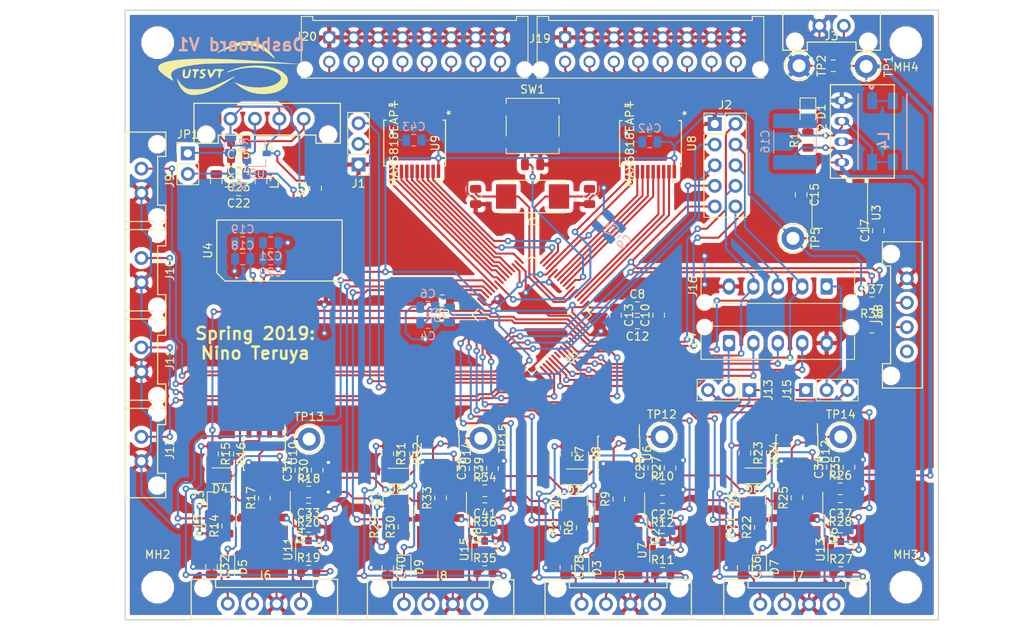
<source format=kicad_pcb>
(kicad_pcb (version 20171130) (host pcbnew "(5.0.2)-1")
  (layers (0 F.Cu signal) (31 B.Cu signal) (34 B.Paste user) (35 F.Paste user) (36 B.SilkS user) (37 F.SilkS user) (38 B.Mask user) (39 F.Mask user) (44 Edge.Cuts user))
  (net 0 "")
  (net 1 GND)
  (net 2 /OSC_OUT)
  (net 3 "Net-(C2-Pad1)")
  (net 4 /OSC_IN)
  (net 5 +3V3)
  (net 6 /NRST)
  (net 7 +12V)
  (net 8 GNDPWR)
  (net 9 +5V)
  (net 10 "Net-(C16-Pad1)")
  (net 11 "Net-(C22-Pad2)")
  (net 12 "Net-(C22-Pad1)")
  (net 13 "Net-(C23-Pad1)")
  (net 14 "Net-(C23-Pad2)")
  (net 15 /AC1_CHECK)
  (net 16 /MC1_CHECK)
  (net 17 /AC2_CHECK)
  (net 18 /MC2_CHECK)
  (net 19 "Net-(D1-Pad2)")
  (net 20 "Net-(D2-Pad1)")
  (net 21 "Net-(D2-Pad2)")
  (net 22 /ArrayContactor1/CONTACTOR_V-)
  (net 23 "Net-(D4-Pad2)")
  (net 24 "Net-(D4-Pad1)")
  (net 25 /MotorContactor1/CONTACTOR_V-)
  (net 26 "Net-(D6-Pad1)")
  (net 27 "Net-(D6-Pad2)")
  (net 28 /ArrayContactor2/CONTACTOR_V-)
  (net 29 "Net-(D8-Pad1)")
  (net 30 "Net-(D8-Pad2)")
  (net 31 /MotorContactor2/CONTACTOR_V-)
  (net 32 /SWDIO)
  (net 33 /SWCLK)
  (net 34 /CAN1_TX)
  (net 35 /UART1_TX)
  (net 36 /CAN1_RX)
  (net 37 /UART1_RX)
  (net 38 /SPI1_CLK)
  (net 39 /I2C3_SCL)
  (net 40 /SPI1_MISO)
  (net 41 /I2C3_SDA)
  (net 42 /SPI1_MOSI)
  (net 43 /CAN/CAN_H)
  (net 44 /CAN/CAN_L)
  (net 45 "Net-(J5-Pad4)")
  (net 46 "Net-(J6-Pad4)")
  (net 47 "Net-(J7-Pad4)")
  (net 48 "Net-(J8-Pad4)")
  (net 49 /Left_Signal)
  (net 50 /Right_Signal)
  (net 51 /Brake_Signal)
  (net 52 /Headlight)
  (net 53 "Net-(J13-Pad2)")
  (net 54 /SPI3_CLK)
  (net 55 /SPI3_MOSI)
  (net 56 /SPI3_MISO)
  (net 57 "Net-(J15-Pad2)")
  (net 58 "Net-(J17-Pad2)")
  (net 59 /cruise)
  (net 60 /set-cancel)
  (net 61 /increase)
  (net 62 /decrease)
  (net 63 /Switches/brakes)
  (net 64 /left)
  (net 65 /right)
  (net 66 /regen)
  (net 67 /Switches/xtra-switch4)
  (net 68 /Switches/xtra-switch3)
  (net 69 /Switches/xtra-switch2)
  (net 70 /Switches/xtra-switch1)
  (net 71 /reverse)
  (net 72 /array)
  (net 73 /motor)
  (net 74 /bps)
  (net 75 /CAN/TERM_L)
  (net 76 /CAN/TERM_H)
  (net 77 "Net-(Q1-Pad1)")
  (net 78 "Net-(Q2-Pad1)")
  (net 79 "Net-(Q3-Pad1)")
  (net 80 "Net-(Q4-Pad1)")
  (net 81 "Net-(Q5-Pad1)")
  (net 82 "Net-(Q6-Pad1)")
  (net 83 "Net-(Q7-Pad1)")
  (net 84 "Net-(Q8-Pad1)")
  (net 85 /CAN/RSlope)
  (net 86 /AC1_EN)
  (net 87 "Net-(R8-Pad1)")
  (net 88 "Net-(R9-Pad2)")
  (net 89 /MC1_EN)
  (net 90 "Net-(R16-Pad1)")
  (net 91 "Net-(R17-Pad2)")
  (net 92 /AC2_EN)
  (net 93 "Net-(R24-Pad1)")
  (net 94 "Net-(R25-Pad2)")
  (net 95 /MC2_EN)
  (net 96 "Net-(R32-Pad1)")
  (net 97 "Net-(R33-Pad2)")
  (net 98 /brake)
  (net 99 /hazard)
  (net 100 /xtra1)
  (net 101 /xtra2)
  (net 102 /xtra3)
  (net 103 /chan1)
  (net 104 /chan2)
  (net 105 "Net-(U1-Pad36)")
  (net 106 "Net-(U1-Pad39)")
  (net 107 "Net-(U1-Pad54)")
  (net 108 "Net-(U1-Pad59)")
  (net 109 "Net-(U4-Pad6)")
  (net 110 "Net-(U4-Pad8)")
  (net 111 "Net-(U4-Pad9)")
  (net 112 "Net-(U4-Pad17)")
  (net 113 "Net-(U6-Pad7)")
  (net 114 "Net-(U6-Pad4)")
  (net 115 "Net-(U6-Pad1)")
  (net 116 "Net-(U10-Pad1)")
  (net 117 "Net-(U10-Pad4)")
  (net 118 "Net-(U10-Pad7)")
  (net 119 "Net-(U12-Pad7)")
  (net 120 "Net-(U12-Pad4)")
  (net 121 "Net-(U12-Pad1)")
  (net 122 "Net-(U14-Pad1)")
  (net 123 "Net-(U14-Pad4)")
  (net 124 "Net-(U14-Pad7)")
  (module Package_QFP:LQFP-64_10x10mm_P0.5mm (layer F.Cu) (at 170 87.5 225)
    (fp_text reference U1 (at 0 -7.2 225) (layer F.SilkS))
    (fp_text value STM32F413RHTx)
    (pad 1 smd rect (at -5.7 -3.75 225) (size 1 0.25) (layers F.Cu F.Paste F.Mask) (net 5 +3V3))
    (pad 2 smd rect (at -5.7 -3.25 225) (size 1 0.25) (layers F.Cu F.Paste F.Mask) (net 59 /cruise))
    (pad 3 smd rect (at -5.7 -2.75 225) (size 1 0.25) (layers F.Cu F.Paste F.Mask) (net 60 /set-cancel))
    (pad 4 smd rect (at -5.7 -2.25 225) (size 1 0.25) (layers F.Cu F.Paste F.Mask) (net 61 /increase))
    (pad 5 smd rect (at -5.7 -1.75 225) (size 1 0.25) (layers F.Cu F.Paste F.Mask) (net 4 /OSC_IN))
    (pad 6 smd rect (at -5.7 -1.25 225) (size 1 0.25) (layers F.Cu F.Paste F.Mask) (net 2 /OSC_OUT))
    (pad 7 smd rect (at -5.7 -0.75 225) (size 1 0.25) (layers F.Cu F.Paste F.Mask) (net 6 /NRST))
    (pad 8 smd rect (at -5.7 -0.25 225) (size 1 0.25) (layers F.Cu F.Paste F.Mask) (net 62 /decrease))
    (pad 9 smd rect (at -5.7 0.25 225) (size 1 0.25) (layers F.Cu F.Paste F.Mask) (net 98 /brake))
    (pad 10 smd rect (at -5.7 0.75 225) (size 1 0.25) (layers F.Cu F.Paste F.Mask) (net 64 /left))
    (pad 11 smd rect (at -5.7 1.25 225) (size 1 0.25) (layers F.Cu F.Paste F.Mask) (net 65 /right))
    (pad 12 smd rect (at -5.7 1.75 225) (size 1 0.25) (layers F.Cu F.Paste F.Mask) (net 1 GND))
    (pad 13 smd rect (at -5.7 2.25 225) (size 1 0.25) (layers F.Cu F.Paste F.Mask) (net 5 +3V3))
    (pad 14 smd rect (at -5.7 2.75 225) (size 1 0.25) (layers F.Cu F.Paste F.Mask) (net 66 /regen))
    (pad 15 smd rect (at -5.7 3.25 225) (size 1 0.25) (layers F.Cu F.Paste F.Mask) (net 74 /bps))
    (pad 16 smd rect (at -5.7 3.75 225) (size 1 0.25) (layers F.Cu F.Paste F.Mask) (net 73 /motor))
    (pad 17 smd rect (at -3.75 5.7 315) (size 1 0.25) (layers F.Cu F.Paste F.Mask) (net 72 /array))
    (pad 18 smd rect (at -3.25 5.7 315) (size 1 0.25) (layers F.Cu F.Paste F.Mask) (net 1 GND))
    (pad 19 smd rect (at -2.75 5.7 315) (size 1 0.25) (layers F.Cu F.Paste F.Mask) (net 5 +3V3))
    (pad 20 smd rect (at -2.25 5.7 315) (size 1 0.25) (layers F.Cu F.Paste F.Mask) (net 71 /reverse))
    (pad 21 smd rect (at -1.75 5.7 315) (size 1 0.25) (layers F.Cu F.Paste F.Mask) (net 99 /hazard))
    (pad 22 smd rect (at -1.25 5.7 315) (size 1 0.25) (layers F.Cu F.Paste F.Mask) (net 100 /xtra1))
    (pad 23 smd rect (at -0.75 5.7 315) (size 1 0.25) (layers F.Cu F.Paste F.Mask) (net 101 /xtra2))
    (pad 24 smd rect (at -0.25 5.7 315) (size 1 0.25) (layers F.Cu F.Paste F.Mask) (net 102 /xtra3))
    (pad 25 smd rect (at 0.25 5.7 315) (size 1 0.25) (layers F.Cu F.Paste F.Mask) (net 103 /chan1))
    (pad 26 smd rect (at 0.75 5.7 315) (size 1 0.25) (layers F.Cu F.Paste F.Mask) (net 104 /chan2))
    (pad 27 smd rect (at 1.25 5.7 315) (size 1 0.25) (layers F.Cu F.Paste F.Mask) (net 89 /MC1_EN))
    (pad 28 smd rect (at 1.75 5.7 315) (size 1 0.25) (layers F.Cu F.Paste F.Mask) (net 16 /MC1_CHECK))
    (pad 29 smd rect (at 2.25 5.7 315) (size 1 0.25) (layers F.Cu F.Paste F.Mask) (net 95 /MC2_EN))
    (pad 30 smd rect (at 2.75 5.7 315) (size 1 0.25) (layers F.Cu F.Paste F.Mask) (net 3 "Net-(C2-Pad1)"))
    (pad 31 smd rect (at 3.25 5.7 315) (size 1 0.25) (layers F.Cu F.Paste F.Mask) (net 1 GND))
    (pad 32 smd rect (at 3.75 5.7 315) (size 1 0.25) (layers F.Cu F.Paste F.Mask) (net 5 +3V3))
    (pad 33 smd rect (at 5.7 3.75 225) (size 1 0.25) (layers F.Cu F.Paste F.Mask) (net 18 /MC2_CHECK))
    (pad 34 smd rect (at 5.7 3.25 225) (size 1 0.25) (layers F.Cu F.Paste F.Mask) (net 86 /AC1_EN))
    (pad 35 smd rect (at 5.7 2.75 225) (size 1 0.25) (layers F.Cu F.Paste F.Mask) (net 15 /AC1_CHECK))
    (pad 36 smd rect (at 5.7 2.25 225) (size 1 0.25) (layers F.Cu F.Paste F.Mask) (net 105 "Net-(U1-Pad36)"))
    (pad 37 smd rect (at 5.7 1.75 225) (size 1 0.25) (layers F.Cu F.Paste F.Mask) (net 92 /AC2_EN))
    (pad 38 smd rect (at 5.7 1.25 225) (size 1 0.25) (layers F.Cu F.Paste F.Mask) (net 17 /AC2_CHECK))
    (pad 39 smd rect (at 5.7 0.75 225) (size 1 0.25) (layers F.Cu F.Paste F.Mask) (net 106 "Net-(U1-Pad39)"))
    (pad 40 smd rect (at 5.7 0.25 225) (size 1 0.25) (layers F.Cu F.Paste F.Mask) (net 41 /I2C3_SDA))
    (pad 41 smd rect (at 5.7 -0.25 225) (size 1 0.25) (layers F.Cu F.Paste F.Mask) (net 39 /I2C3_SCL))
    (pad 42 smd rect (at 5.7 -0.75 225) (size 1 0.25) (layers F.Cu F.Paste F.Mask) (net 35 /UART1_TX))
    (pad 43 smd rect (at 5.7 -1.25 225) (size 1 0.25) (layers F.Cu F.Paste F.Mask) (net 37 /UART1_RX))
    (pad 44 smd rect (at 5.7 -1.75 225) (size 1 0.25) (layers F.Cu F.Paste F.Mask) (net 49 /Left_Signal))
    (pad 45 smd rect (at 5.7 -2.25 225) (size 1 0.25) (layers F.Cu F.Paste F.Mask) (net 50 /Right_Signal))
    (pad 46 smd rect (at 5.7 -2.75 225) (size 1 0.25) (layers F.Cu F.Paste F.Mask) (net 32 /SWDIO))
    (pad 47 smd rect (at 5.7 -3.25 225) (size 1 0.25) (layers F.Cu F.Paste F.Mask) (net 1 GND))
    (pad 48 smd rect (at 5.7 -3.75 225) (size 1 0.25) (layers F.Cu F.Paste F.Mask) (net 5 +3V3))
    (pad 49 smd rect (at 3.75 -5.7 315) (size 1 0.25) (layers F.Cu F.Paste F.Mask) (net 33 /SWCLK))
    (pad 50 smd rect (at 3.25 -5.7 315) (size 1 0.25) (layers F.Cu F.Paste F.Mask) (net 51 /Brake_Signal))
    (pad 51 smd rect (at 2.75 -5.7 315) (size 1 0.25) (layers F.Cu F.Paste F.Mask) (net 54 /SPI3_CLK))
    (pad 52 smd rect (at 2.25 -5.7 315) (size 1 0.25) (layers F.Cu F.Paste F.Mask) (net 56 /SPI3_MISO))
    (pad 53 smd rect (at 1.75 -5.7 315) (size 1 0.25) (layers F.Cu F.Paste F.Mask) (net 55 /SPI3_MOSI))
    (pad 54 smd rect (at 1.25 -5.7 315) (size 1 0.25) (layers F.Cu F.Paste F.Mask) (net 107 "Net-(U1-Pad54)"))
    (pad 55 smd rect (at 0.75 -5.7 315) (size 1 0.25) (layers F.Cu F.Paste F.Mask) (net 38 /SPI1_CLK))
    (pad 56 smd rect (at 0.25 -5.7 315) (size 1 0.25) (layers F.Cu F.Paste F.Mask) (net 40 /SPI1_MISO))
    (pad 57 smd rect (at -0.25 -5.7 315) (size 1 0.25) (layers F.Cu F.Paste F.Mask) (net 42 /SPI1_MOSI))
    (pad 58 smd rect (at -0.75 -5.7 315) (size 1 0.25) (layers F.Cu F.Paste F.Mask) (net 52 /Headlight))
    (pad 59 smd rect (at -1.25 -5.7 315) (size 1 0.25) (layers F.Cu F.Paste F.Mask) (net 108 "Net-(U1-Pad59)"))
    (pad 60 smd rect (at -1.75 -5.7 315) (size 1 0.25) (layers F.Cu F.Paste F.Mask) (net 1 GND))
    (pad 61 smd rect (at -2.25 -5.7 315) (size 1 0.25) (layers F.Cu F.Paste F.Mask) (net 36 /CAN1_RX))
    (pad 62 smd rect (at -2.75 -5.7 315) (size 1 0.25) (layers F.Cu F.Paste F.Mask) (net 34 /CAN1_TX))
    (pad 63 smd rect (at -3.25 -5.7 315) (size 1 0.25) (layers F.Cu F.Paste F.Mask) (net 1 GND))
    (pad 64 smd rect (at -3.75 -5.7 315) (size 1 0.25) (layers F.Cu F.Paste F.Mask) (net 5 +3V3))
  )
  (module Capacitor_SMD:C_0805_2012Metric (layer B.Cu) (at 178.762913 75.937087 45)
    (fp_text reference C7 (at 0 1.65 45) (layer B.SilkS) (effects (justify mirror)))
    (fp_text value 0.1uF)
    (pad 2 smd roundrect (at 0.937501 0 45) (size 0.975 1.4) (layers B.Cu B.Paste B.Mask) (net 1 GND))
    (pad 1 smd roundrect (at -0.937501 0 45) (size 0.975 1.4) (layers B.Cu B.Paste B.Mask) (net 5 +3V3))
  )
  (module Capacitor_SMD:C_0805_2012Metric (layer B.Cu) (at 180.2 77.362913 45)
    (fp_text reference C9 (at 0 1.65 45) (layer B.SilkS) (effects (justify mirror)))
    (fp_text value 1uF)
    (pad 1 smd roundrect (at -0.937501 0 45) (size 0.975 1.4) (layers B.Cu B.Paste B.Mask) (net 5 +3V3))
    (pad 2 smd roundrect (at 0.937501 0 45) (size 0.975 1.4) (layers B.Cu B.Paste B.Mask) (net 1 GND))
  )
  (module Connector_Molex_Microfit:Molex_Micro-Fit_3.0_43045-1612_2x08_P3.00mm_Vertical (layer F.Cu) (at 174.098325 53.350437)
    (fp_text reference J19 (at -3.098325 0.149563) (layer F.SilkS))
    (fp_text value Switches-1)
    (pad 16 thru_hole circle (at 21 3) (size 1.5 1.5) (drill 1) (layers *.Cu *.Mask) (net 59 /cruise))
    (pad 15 thru_hole circle (at 18 3) (size 1.5 1.5) (drill 1) (layers *.Cu *.Mask) (net 60 /set-cancel))
    (pad 14 thru_hole circle (at 15 3) (size 1.5 1.5) (drill 1) (layers *.Cu *.Mask) (net 61 /increase))
    (pad 13 thru_hole circle (at 12 3) (size 1.5 1.5) (drill 1) (layers *.Cu *.Mask) (net 62 /decrease))
    (pad 12 thru_hole circle (at 9 3) (size 1.5 1.5) (drill 1) (layers *.Cu *.Mask) (net 63 /Switches/brakes))
    (pad 11 thru_hole circle (at 6 3) (size 1.5 1.5) (drill 1) (layers *.Cu *.Mask) (net 64 /left))
    (pad 10 thru_hole circle (at 3 3) (size 1.5 1.5) (drill 1) (layers *.Cu *.Mask) (net 65 /right))
    (pad 9 thru_hole circle (at 0 3) (size 1.5 1.5) (drill 1) (layers *.Cu *.Mask) (net 66 /regen))
    (pad 8 thru_hole circle (at 21 0) (size 1.5 1.5) (drill 1) (layers *.Cu *.Mask) (net 1 GND))
    (pad 7 thru_hole circle (at 18 0) (size 1.5 1.5) (drill 1) (layers *.Cu *.Mask) (net 1 GND))
    (pad 6 thru_hole circle (at 15 0) (size 1.5 1.5) (drill 1) (layers *.Cu *.Mask) (net 1 GND))
    (pad 5 thru_hole circle (at 12 0) (size 1.5 1.5) (drill 1) (layers *.Cu *.Mask) (net 1 GND))
    (pad 4 thru_hole circle (at 9 0) (size 1.5 1.5) (drill 1) (layers *.Cu *.Mask) (net 1 GND))
    (pad 3 thru_hole circle (at 6 0) (size 1.5 1.5) (drill 1) (layers *.Cu *.Mask) (net 1 GND))
    (pad 2 thru_hole circle (at 3 0) (size 1.5 1.5) (drill 1) (layers *.Cu *.Mask) (net 1 GND))
    (pad 1 thru_hole roundrect (at 0 0) (size 1.5 1.5) (drill 1) (layers *.Cu *.Mask) (roundrect_rratio 0.166667) (net 1 GND))
    (pad "" np_thru_hole circle (at 24 3.94) (size 1 1) (drill 1) (layers *.Cu *.Mask))
    (pad "" np_thru_hole circle (at -3 3.94) (size 1 1) (drill 1) (layers *.Cu *.Mask))
  )
  (module footprints:MAX6818EAP&plus_ (layer F.Cu) (at 155.598325 66.350437 270)
    (fp_text reference U9 (at 0 -2.54 270) (layer F.SilkS))
    (fp_text value MAX6818EAP+ (at 0 2.54 270) (layer F.SilkS))
    (fp_text user * (at -3.7338 -4.499801 270) (layer F.SilkS))
    (pad 1 smd rect (at -3.4798 -2.925 270) (size 1.651 0.4318) (layers F.Cu F.Paste F.Mask) (net 1 GND))
    (pad 2 smd rect (at -3.4798 -2.274999 270) (size 1.651 0.4318) (layers F.Cu F.Paste F.Mask) (net 74 /bps))
    (pad 3 smd rect (at -3.4798 -1.625001 270) (size 1.651 0.4318) (layers F.Cu F.Paste F.Mask) (net 73 /motor))
    (pad 4 smd rect (at -3.4798 -0.974999 270) (size 1.651 0.4318) (layers F.Cu F.Paste F.Mask) (net 72 /array))
    (pad 5 smd rect (at -3.4798 -0.325001 270) (size 1.651 0.4318) (layers F.Cu F.Paste F.Mask) (net 71 /reverse))
    (pad 6 smd rect (at -3.4798 0.324998 270) (size 1.651 0.4318) (layers F.Cu F.Paste F.Mask) (net 70 /Switches/xtra-switch1))
    (pad 7 smd rect (at -3.4798 0.974999 270) (size 1.651 0.4318) (layers F.Cu F.Paste F.Mask) (net 69 /Switches/xtra-switch2))
    (pad 8 smd rect (at -3.4798 1.624998 270) (size 1.651 0.4318) (layers F.Cu F.Paste F.Mask) (net 68 /Switches/xtra-switch3))
    (pad 9 smd rect (at -3.4798 2.274999 270) (size 1.651 0.4318) (layers F.Cu F.Paste F.Mask) (net 67 /Switches/xtra-switch4))
    (pad 10 smd rect (at -3.4798 2.924998 270) (size 1.651 0.4318) (layers F.Cu F.Paste F.Mask) (net 1 GND))
    (pad 11 smd rect (at 3.4798 2.925 270) (size 1.651 0.4318) (layers F.Cu F.Paste F.Mask) (net 104 /chan2))
    (pad 12 smd rect (at 3.4798 2.275002 270) (size 1.651 0.4318) (layers F.Cu F.Paste F.Mask) (net 102 /xtra3))
    (pad 13 smd rect (at 3.4798 1.625001 270) (size 1.651 0.4318) (layers F.Cu F.Paste F.Mask) (net 101 /xtra2))
    (pad 14 smd rect (at 3.4798 0.975002 270) (size 1.651 0.4318) (layers F.Cu F.Paste F.Mask) (net 100 /xtra1))
    (pad 15 smd rect (at 3.4798 0.325001 270) (size 1.651 0.4318) (layers F.Cu F.Paste F.Mask) (net 99 /hazard))
    (pad 16 smd rect (at 3.4798 -0.324998 270) (size 1.651 0.4318) (layers F.Cu F.Paste F.Mask) (net 71 /reverse))
    (pad 17 smd rect (at 3.4798 -0.974999 270) (size 1.651 0.4318) (layers F.Cu F.Paste F.Mask) (net 72 /array))
    (pad 18 smd rect (at 3.4798 -1.624998 270) (size 1.651 0.4318) (layers F.Cu F.Paste F.Mask) (net 73 /motor))
    (pad 19 smd rect (at 3.4798 -2.274999 270) (size 1.651 0.4318) (layers F.Cu F.Paste F.Mask) (net 74 /bps))
    (pad 20 smd rect (at 3.4798 -2.924998 270) (size 1.651 0.4318) (layers F.Cu F.Paste F.Mask) (net 5 +3V3))
  )
  (module LED_SMD:LED_0805_2012Metric (layer F.Cu) (at 197.2 107.3 180)
    (fp_text reference D6 (at 0 -1.65 180) (layer F.SilkS))
    (fp_text value ContactorEn)
    (pad 1 smd roundrect (at -0.9375 0 180) (size 0.975 1.4) (layers F.Cu F.Paste F.Mask) (net 26 "Net-(D6-Pad1)"))
    (pad 2 smd roundrect (at 0.9375 0 180) (size 0.975 1.4) (layers F.Cu F.Paste F.Mask) (net 27 "Net-(D6-Pad2)"))
  )
  (module Capacitor_SMD:C_0805_2012Metric (layer F.Cu) (at 177.098074 72.930045 270)
    (fp_text reference C1 hide)
    (fp_text value 6pF)
    (pad 2 smd roundrect (at 0.9375 0 270) (size 0.975 1.4) (layers F.Cu F.Paste F.Mask) (net 1 GND))
    (pad 1 smd roundrect (at -0.9375 0 270) (size 0.975 1.4) (layers F.Cu F.Paste F.Mask) (net 2 /OSC_OUT))
  )
  (module Capacitor_SMD:C_0805_2012Metric (layer F.Cu) (at 159 85.75 180)
    (fp_text reference C2 (at 0 -1.65 180) (layer F.SilkS))
    (fp_text value 2.2uF)
    (pad 2 smd roundrect (at 0.9375 0 180) (size 0.975 1.4) (layers F.Cu F.Paste F.Mask) (net 1 GND))
    (pad 1 smd roundrect (at -0.9375 0 180) (size 0.975 1.4) (layers F.Cu F.Paste F.Mask) (net 3 "Net-(C2-Pad1)"))
  )
  (module Capacitor_SMD:C_0805_2012Metric (layer F.Cu) (at 163.098074 72.930045 270)
    (fp_text reference C3 hide)
    (fp_text value 6pF)
    (pad 1 smd roundrect (at -0.9375 0 270) (size 0.975 1.4) (layers F.Cu F.Paste F.Mask) (net 4 /OSC_IN))
    (pad 2 smd roundrect (at 0.9375 0 270) (size 0.975 1.4) (layers F.Cu F.Paste F.Mask) (net 1 GND))
  )
  (module Capacitor_SMD:C_0805_2012Metric (layer B.Cu) (at 157.22619 88.448514)
    (fp_text reference C4 (at 0 1.65) (layer B.SilkS) (effects (justify mirror)))
    (fp_text value 0.1uF)
    (pad 1 smd roundrect (at -0.9375 0) (size 0.975 1.4) (layers B.Cu B.Paste B.Mask) (net 5 +3V3))
    (pad 2 smd roundrect (at 0.9375 0) (size 0.975 1.4) (layers B.Cu B.Paste B.Mask) (net 1 GND))
  )
  (module Capacitor_SMD:C_0805_2012Metric (layer B.Cu) (at 159.86369 87.511014 270)
    (fp_text reference C5 (at 0 1.65 270) (layer B.SilkS) (effects (justify mirror)))
    (fp_text value 0.1uF)
    (pad 1 smd roundrect (at -0.9375 0 270) (size 0.975 1.4) (layers B.Cu B.Paste B.Mask) (net 5 +3V3))
    (pad 2 smd roundrect (at 0.9375 0 270) (size 0.975 1.4) (layers B.Cu B.Paste B.Mask) (net 1 GND))
  )
  (module Capacitor_SMD:C_0805_2012Metric (layer B.Cu) (at 157.22619 86.548514 180)
    (fp_text reference C6 (at 0 1.65 180) (layer B.SilkS) (effects (justify mirror)))
    (fp_text value 0.1uF)
    (pad 2 smd roundrect (at 0.9375 0 180) (size 0.975 1.4) (layers B.Cu B.Paste B.Mask) (net 1 GND))
    (pad 1 smd roundrect (at -0.9375 0 180) (size 0.975 1.4) (layers B.Cu B.Paste B.Mask) (net 5 +3V3))
  )
  (module Capacitor_SMD:C_0805_2012Metric (layer F.Cu) (at 182.97 86.6)
    (fp_text reference C8 (at 0 -1.65) (layer F.SilkS))
    (fp_text value 0.1uF)
    (pad 2 smd roundrect (at 0.9375 0) (size 0.975 1.4) (layers F.Cu F.Paste F.Mask) (net 1 GND))
    (pad 1 smd roundrect (at -0.9375 0) (size 0.975 1.4) (layers F.Cu F.Paste F.Mask) (net 5 +3V3))
  )
  (module Capacitor_SMD:C_0805_2012Metric (layer F.Cu) (at 185.6 87.5375 90)
    (fp_text reference C10 (at 0 -1.65 90) (layer F.SilkS))
    (fp_text value 0.1uF)
    (pad 2 smd roundrect (at 0.9375 0 90) (size 0.975 1.4) (layers F.Cu F.Paste F.Mask) (net 1 GND))
    (pad 1 smd roundrect (at -0.9375 0 90) (size 0.975 1.4) (layers F.Cu F.Paste F.Mask) (net 5 +3V3))
  )
  (module Capacitor_SMD:C_0805_2012Metric (layer F.Cu) (at 170.1 69)
    (fp_text reference C11 hide)
    (fp_text value 0.1uF)
    (pad 1 smd roundrect (at -0.9375 0) (size 0.975 1.4) (layers F.Cu F.Paste F.Mask) (net 6 /NRST))
    (pad 2 smd roundrect (at 0.9375 0) (size 0.975 1.4) (layers F.Cu F.Paste F.Mask) (net 1 GND))
  )
  (module Capacitor_SMD:C_0805_2012Metric (layer F.Cu) (at 183 88.5 180)
    (fp_text reference C12 (at 0 -1.65 180) (layer F.SilkS))
    (fp_text value 0.1uF)
    (pad 1 smd roundrect (at -0.9375 0 180) (size 0.975 1.4) (layers F.Cu F.Paste F.Mask) (net 5 +3V3))
    (pad 2 smd roundrect (at 0.9375 0 180) (size 0.975 1.4) (layers F.Cu F.Paste F.Mask) (net 1 GND))
  )
  (module Capacitor_SMD:C_0805_2012Metric (layer F.Cu) (at 180.3 87.5375 270)
    (fp_text reference C13 (at 0 -1.65 270) (layer F.SilkS))
    (fp_text value 4.7uF)
    (pad 1 smd roundrect (at -0.9375 0 270) (size 0.975 1.4) (layers F.Cu F.Paste F.Mask) (net 5 +3V3))
    (pad 2 smd roundrect (at 0.9375 0 270) (size 0.975 1.4) (layers F.Cu F.Paste F.Mask) (net 1 GND))
  )
  (module Capacitor_SMD:C_0805_2012Metric (layer F.Cu) (at 207.065368 56.843564 180)
    (fp_text reference C14 hide)
    (fp_text value 4.7uF)
    (pad 1 smd roundrect (at -0.9375 0 180) (size 0.975 1.4) (layers F.Cu F.Paste F.Mask) (net 7 +12V))
    (pad 2 smd roundrect (at 0.9375 0 180) (size 0.975 1.4) (layers F.Cu F.Paste F.Mask) (net 8 GNDPWR))
  )
  (module Capacitor_SMD:C_0805_2012Metric (layer F.Cu) (at 203.117868 72.711064 270)
    (fp_text reference C15 (at 0 -1.65 270) (layer F.SilkS))
    (fp_text value 0.1uF)
    (pad 2 smd roundrect (at 0.9375 0 270) (size 0.975 1.4) (layers F.Cu F.Paste F.Mask) (net 1 GND))
    (pad 1 smd roundrect (at -0.9375 0 270) (size 0.975 1.4) (layers F.Cu F.Paste F.Mask) (net 9 +5V))
  )
  (module Capacitor_SMD:C_2220_5650Metric (layer B.Cu) (at 202.367868 66.173564 270)
    (fp_text reference C16 (at 0 3.65 270) (layer B.SilkS) (effects (justify mirror)))
    (fp_text value 470pF)
    (pad 1 smd roundrect (at -2.55 0 270) (size 1.8 5.4) (layers B.Cu B.Paste B.Mask) (roundrect_rratio 0.138889) (net 10 "Net-(C16-Pad1)"))
    (pad 2 smd roundrect (at 2.55 0 270) (size 1.8 5.4) (layers B.Cu B.Paste B.Mask) (roundrect_rratio 0.138889) (net 9 +5V))
  )
  (module Capacitor_SMD:C_0805_2012Metric (layer F.Cu) (at 212.617868 77.136064 90)
    (fp_text reference C17 (at 0 -1.65 90) (layer F.SilkS))
    (fp_text value 10uF)
    (pad 1 smd roundrect (at -0.9375 0 90) (size 0.975 1.4) (layers F.Cu F.Paste F.Mask) (net 5 +3V3))
    (pad 2 smd roundrect (at 0.9375 0 90) (size 0.975 1.4) (layers F.Cu F.Paste F.Mask) (net 1 GND))
  )
  (module Capacitor_SMD:C_0805_2012Metric (layer B.Cu) (at 134.45887 80.615162 180)
    (fp_text reference C18 (at 0 1.65 180) (layer B.SilkS) (effects (justify mirror)))
    (fp_text value 10uF)
    (pad 2 smd roundrect (at 0.9375 0 180) (size 0.975 1.4) (layers B.Cu B.Paste B.Mask) (net 1 GND))
    (pad 1 smd roundrect (at -0.9375 0 180) (size 0.975 1.4) (layers B.Cu B.Paste B.Mask) (net 9 +5V))
  )
  (module Capacitor_SMD:C_0805_2012Metric (layer B.Cu) (at 134.45887 78.615162 180)
    (fp_text reference C19 (at 0 1.65 180) (layer B.SilkS) (effects (justify mirror)))
    (fp_text value 0.1uF)
    (pad 1 smd roundrect (at -0.9375 0 180) (size 0.975 1.4) (layers B.Cu B.Paste B.Mask) (net 9 +5V))
    (pad 2 smd roundrect (at 0.9375 0 180) (size 0.975 1.4) (layers B.Cu B.Paste B.Mask) (net 1 GND))
  )
  (module Capacitor_SMD:C_0805_2012Metric (layer B.Cu) (at 137.89637 80.615162)
    (fp_text reference C20 (at 0 1.65) (layer B.SilkS) (effects (justify mirror)))
    (fp_text value 0.1uF)
    (pad 2 smd roundrect (at 0.9375 0) (size 0.975 1.4) (layers B.Cu B.Paste B.Mask) (net 1 GND))
    (pad 1 smd roundrect (at -0.9375 0) (size 0.975 1.4) (layers B.Cu B.Paste B.Mask) (net 5 +3V3))
  )
  (module Capacitor_SMD:C_0805_2012Metric (layer B.Cu) (at 137.89637 78.615162)
    (fp_text reference C21 (at 0 1.65) (layer B.SilkS) (effects (justify mirror)))
    (fp_text value 0.01uF)
    (pad 1 smd roundrect (at -0.9375 0) (size 0.975 1.4) (layers B.Cu B.Paste B.Mask) (net 5 +3V3))
    (pad 2 smd roundrect (at 0.9375 0) (size 0.975 1.4) (layers B.Cu B.Paste B.Mask) (net 1 GND))
  )
  (module Capacitor_SMD:C_0805_2012Metric (layer F.Cu) (at 133.95887 72.115162 180)
    (fp_text reference C22 (at 0 -1.65 180) (layer F.SilkS))
    (fp_text value 10uF)
    (pad 2 smd roundrect (at 0.9375 0 180) (size 0.975 1.4) (layers F.Cu F.Paste F.Mask) (net 11 "Net-(C22-Pad2)"))
    (pad 1 smd roundrect (at -0.9375 0 180) (size 0.975 1.4) (layers F.Cu F.Paste F.Mask) (net 12 "Net-(C22-Pad1)"))
  )
  (module Capacitor_SMD:C_0805_2012Metric (layer F.Cu) (at 133.95887 70.115162 180)
    (fp_text reference C23 (at 0 -1.65 180) (layer F.SilkS))
    (fp_text value 0.22uF)
    (pad 1 smd roundrect (at -0.9375 0 180) (size 0.975 1.4) (layers F.Cu F.Paste F.Mask) (net 13 "Net-(C23-Pad1)"))
    (pad 2 smd roundrect (at 0.9375 0 180) (size 0.975 1.4) (layers F.Cu F.Paste F.Mask) (net 14 "Net-(C23-Pad2)"))
  )
  (module Capacitor_SMD:C_0805_2012Metric (layer F.Cu) (at 133.95887 68.115162 180)
    (fp_text reference C24 (at 0 -1.65 180) (layer F.SilkS))
    (fp_text value 0.1uF)
    (pad 1 smd roundrect (at -0.9375 0 180) (size 0.975 1.4) (layers F.Cu F.Paste F.Mask) (net 13 "Net-(C23-Pad1)"))
    (pad 2 smd roundrect (at 0.9375 0 180) (size 0.975 1.4) (layers F.Cu F.Paste F.Mask) (net 14 "Net-(C23-Pad2)"))
  )
  (module Capacitor_SMD:C_0805_2012Metric (layer F.Cu) (at 133.95887 66.115162 180)
    (fp_text reference C25 (at 0 -1.65 180) (layer F.SilkS))
    (fp_text value 0.01uF)
    (pad 1 smd roundrect (at -0.9375 0 180) (size 0.975 1.4) (layers F.Cu F.Paste F.Mask) (net 13 "Net-(C23-Pad1)"))
    (pad 2 smd roundrect (at 0.9375 0 180) (size 0.975 1.4) (layers F.Cu F.Paste F.Mask) (net 14 "Net-(C23-Pad2)"))
  )
  (module Capacitor_SMD:C_0805_2012Metric (layer F.Cu) (at 185 106.316 90)
    (fp_text reference C26 (at 0 -1.65 90) (layer F.SilkS))
    (fp_text value 10uF)
    (pad 2 smd roundrect (at 0.9375 0 90) (size 0.975 1.4) (layers F.Cu F.Paste F.Mask) (net 8 GNDPWR))
    (pad 1 smd roundrect (at -0.9375 0 90) (size 0.975 1.4) (layers F.Cu F.Paste F.Mask) (net 7 +12V))
  )
  (module Capacitor_SMD:C_0805_2012Metric (layer F.Cu) (at 187 106.316 90)
    (fp_text reference C27 (at 0 -1.65 90) (layer F.SilkS))
    (fp_text value 0.1uF)
    (pad 1 smd roundrect (at -0.9375 0 90) (size 0.975 1.4) (layers F.Cu F.Paste F.Mask) (net 7 +12V))
    (pad 2 smd roundrect (at 0.9375 0 90) (size 0.975 1.4) (layers F.Cu F.Paste F.Mask) (net 8 GNDPWR))
  )
  (module Capacitor_SMD:C_0805_2012Metric (layer F.Cu) (at 174.19 118.5725 270)
    (fp_text reference C28 (at 0 -1.65 270) (layer F.SilkS))
    (fp_text value 1uF)
    (pad 2 smd roundrect (at 0.9375 0 270) (size 0.975 1.4) (layers F.Cu F.Paste F.Mask) (net 7 +12V))
    (pad 1 smd roundrect (at -0.9375 0 270) (size 0.975 1.4) (layers F.Cu F.Paste F.Mask) (net 8 GNDPWR))
  )
  (module Capacitor_SMD:C_0805_2012Metric (layer F.Cu) (at 186.0595 113.682)
    (fp_text reference C29 (at 0 -1.65) (layer F.SilkS))
    (fp_text value 1uF)
    (pad 2 smd roundrect (at 0.9375 0) (size 0.975 1.4) (layers F.Cu F.Paste F.Mask) (net 1 GND))
    (pad 1 smd roundrect (at -0.9375 0) (size 0.975 1.4) (layers F.Cu F.Paste F.Mask) (net 15 /AC1_CHECK))
  )
  (module Capacitor_SMD:C_0805_2012Metric (layer F.Cu) (at 206.965001 106.237502 90)
    (fp_text reference C34 (at 0 -1.65 90) (layer F.SilkS))
    (fp_text value 10uF)
    (pad 1 smd roundrect (at -0.9375 0 90) (size 0.975 1.4) (layers F.Cu F.Paste F.Mask) (net 7 +12V))
    (pad 2 smd roundrect (at 0.9375 0 90) (size 0.975 1.4) (layers F.Cu F.Paste F.Mask) (net 8 GNDPWR))
  )
  (module Capacitor_SMD:C_0805_2012Metric (layer F.Cu) (at 209 106.237502 90)
    (fp_text reference C35 (at 0 -1.65 90) (layer F.SilkS))
    (fp_text value 0.1uF)
    (pad 1 smd roundrect (at -0.9375 0 90) (size 0.975 1.4) (layers F.Cu F.Paste F.Mask) (net 7 +12V))
    (pad 2 smd roundrect (at 0.9375 0 90) (size 0.975 1.4) (layers F.Cu F.Paste F.Mask) (net 8 GNDPWR))
  )
  (module Capacitor_SMD:C_0805_2012Metric (layer F.Cu) (at 196 118.6 270)
    (fp_text reference C36 (at 0 -1.65 270) (layer F.SilkS))
    (fp_text value 1uF)
    (pad 2 smd roundrect (at 0.9375 0 270) (size 0.975 1.4) (layers F.Cu F.Paste F.Mask) (net 7 +12V))
    (pad 1 smd roundrect (at -0.9375 0 270) (size 0.975 1.4) (layers F.Cu F.Paste F.Mask) (net 8 GNDPWR))
  )
  (module Capacitor_SMD:C_0805_2012Metric (layer F.Cu) (at 207.9375 113.6)
    (fp_text reference C37 (at 0 -1.65) (layer F.SilkS))
    (fp_text value 1uF)
    (pad 2 smd roundrect (at 0.9375 0) (size 0.975 1.4) (layers F.Cu F.Paste F.Mask) (net 1 GND))
    (pad 1 smd roundrect (at -0.9375 0) (size 0.975 1.4) (layers F.Cu F.Paste F.Mask) (net 17 /AC2_CHECK))
  )
  (module Capacitor_SMD:C_0805_2012Metric (layer F.Cu) (at 163.038764 106.399122 90)
    (fp_text reference C38 (at 0 -1.65 90) (layer F.SilkS))
    (fp_text value 10uF)
    (pad 1 smd roundrect (at -0.9375 0 90) (size 0.975 1.4) (layers F.Cu F.Paste F.Mask) (net 7 +12V))
    (pad 2 smd roundrect (at 0.9375 0 90) (size 0.975 1.4) (layers F.Cu F.Paste F.Mask) (net 8 GNDPWR))
  )
  (module Capacitor_SMD:C_0805_2012Metric (layer F.Cu) (at 165.163764 106.399122 90)
    (fp_text reference C39 (at 0 -1.65 90) (layer F.SilkS))
    (fp_text value 0.1uF)
    (pad 2 smd roundrect (at 0.9375 0 90) (size 0.975 1.4) (layers F.Cu F.Paste F.Mask) (net 8 GNDPWR))
    (pad 1 smd roundrect (at -0.9375 0 90) (size 0.975 1.4) (layers F.Cu F.Paste F.Mask) (net 7 +12V))
  )
  (module Capacitor_SMD:C_0805_2012Metric (layer F.Cu) (at 152.288764 118.586622 270)
    (fp_text reference C40 (at 0 -1.65 270) (layer F.SilkS))
    (fp_text value 1uF)
    (pad 1 smd roundrect (at -0.9375 0 270) (size 0.975 1.4) (layers F.Cu F.Paste F.Mask) (net 8 GNDPWR))
    (pad 2 smd roundrect (at 0.9375 0 270) (size 0.975 1.4) (layers F.Cu F.Paste F.Mask) (net 7 +12V))
  )
  (module Capacitor_SMD:C_0805_2012Metric (layer F.Cu) (at 164.226264 113.586622)
    (fp_text reference C41 (at 0 -1.65) (layer F.SilkS))
    (fp_text value 1uF)
    (pad 2 smd roundrect (at 0.9375 0) (size 0.975 1.4) (layers F.Cu F.Paste F.Mask) (net 1 GND))
    (pad 1 smd roundrect (at -0.9375 0) (size 0.975 1.4) (layers F.Cu F.Paste F.Mask) (net 18 /MC2_CHECK))
  )
  (module Resistor_SMD:R_0805_2012Metric (layer B.Cu) (at 184.5 66.2 180)
    (fp_text reference C42 (at 0 1.65 180) (layer B.SilkS) (effects (justify mirror)))
    (fp_text value .1uF)
    (pad 1 smd roundrect (at -0.9375 0 180) (size 0.975 1.4) (layers B.Cu B.Paste B.Mask) (net 5 +3V3))
    (pad 2 smd roundrect (at 0.9375 0 180) (size 0.975 1.4) (layers B.Cu B.Paste B.Mask) (net 1 GND))
  )
  (module Resistor_SMD:R_0805_2012Metric (layer B.Cu) (at 155.5 66 180)
    (fp_text reference C43 (at 0 1.65 180) (layer B.SilkS) (effects (justify mirror)))
    (fp_text value 0.1uF)
    (pad 2 smd roundrect (at 0.9375 0 180) (size 0.975 1.4) (layers B.Cu B.Paste B.Mask) (net 1 GND))
    (pad 1 smd roundrect (at -0.9375 0 180) (size 0.975 1.4) (layers B.Cu B.Paste B.Mask) (net 5 +3V3))
  )
  (module LED_SMD:LED_0805_2012Metric (layer F.Cu) (at 203.951436 62.486064 270)
    (fp_text reference D1 (at 0 -1.65 270) (layer F.SilkS))
    (fp_text value PowerOn)
    (pad 2 smd roundrect (at 0.9375 0 270) (size 0.975 1.4) (layers F.Cu F.Paste F.Mask) (net 19 "Net-(D1-Pad2)"))
    (pad 1 smd roundrect (at -0.9375 0 270) (size 0.975 1.4) (layers F.Cu F.Paste F.Mask) (net 1 GND))
  )
  (module LED_SMD:LED_0805_2012Metric (layer F.Cu) (at 175.2625 107.416 180)
    (fp_text reference D2 (at 0 -1.65 180) (layer F.SilkS))
    (fp_text value ContactorEn)
    (pad 1 smd roundrect (at -0.9375 0 180) (size 0.975 1.4) (layers F.Cu F.Paste F.Mask) (net 20 "Net-(D2-Pad1)"))
    (pad 2 smd roundrect (at 0.9375 0 180) (size 0.975 1.4) (layers F.Cu F.Paste F.Mask) (net 21 "Net-(D2-Pad2)"))
  )
  (module Diode_SMD:D_SOD-323 (layer F.Cu) (at 176.17 118.65 270)
    (fp_text reference D3 (at 0 -1.85 270) (layer F.SilkS))
    (fp_text value 1N4148WS)
    (pad 2 smd rect (at 1.05 0 270) (size 0.6 0.45) (layers F.Cu F.Paste F.Mask) (net 22 /ArrayContactor1/CONTACTOR_V-))
    (pad 1 smd rect (at -1.05 0 270) (size 0.6 0.45) (layers F.Cu F.Paste F.Mask) (net 7 +12V))
  )
  (module Diode_SMD:D_SOD-323 (layer F.Cu) (at 198 118.55 270)
    (fp_text reference D7 (at 0 -1.85 270) (layer F.SilkS))
    (fp_text value 1N4148WS)
    (pad 1 smd rect (at -1.05 0 270) (size 0.6 0.45) (layers F.Cu F.Paste F.Mask) (net 7 +12V))
    (pad 2 smd rect (at 1.05 0 270) (size 0.6 0.45) (layers F.Cu F.Paste F.Mask) (net 28 /ArrayContactor2/CONTACTOR_V-))
  )
  (module LED_SMD:LED_0805_2012Metric (layer F.Cu) (at 153.288764 107.336622 180)
    (fp_text reference D8 (at 0 -1.65 180) (layer F.SilkS))
    (fp_text value ContactorEn)
    (pad 1 smd roundrect (at -0.9375 0 180) (size 0.975 1.4) (layers F.Cu F.Paste F.Mask) (net 29 "Net-(D8-Pad1)"))
    (pad 2 smd roundrect (at 0.9375 0 180) (size 0.975 1.4) (layers F.Cu F.Paste F.Mask) (net 30 "Net-(D8-Pad2)"))
  )
  (module Diode_SMD:D_SOD-323 (layer F.Cu) (at 154.288764 118.536622 270)
    (fp_text reference D9 (at 0 -1.85 270) (layer F.SilkS))
    (fp_text value 1N4148WS)
    (pad 1 smd rect (at -1.05 0 270) (size 0.6 0.45) (layers F.Cu F.Paste F.Mask) (net 7 +12V))
    (pad 2 smd rect (at 1.05 0 270) (size 0.6 0.45) (layers F.Cu F.Paste F.Mask) (net 31 /MotorContactor2/CONTACTOR_V-))
  )
  (module Connector_PinHeader_2.54mm:PinHeader_1x03_P2.54mm_Vertical (layer F.Cu) (at 148.7 69 180)
    (fp_text reference J1 (at 0 -2.33 180) (layer F.SilkS))
    (fp_text value SWD)
    (pad 1 thru_hole rect (at 0 0 180) (size 1.7 1.7) (drill 1) (layers *.Cu *.Mask) (net 1 GND))
    (pad 2 thru_hole oval (at 0 2.54 180) (size 1.7 1.7) (drill 1) (layers *.Cu *.Mask) (net 32 /SWDIO))
    (pad 3 thru_hole oval (at 0 5.08 180) (size 1.7 1.7) (drill 1) (layers *.Cu *.Mask) (net 33 /SWCLK))
  )
  (module Connector_PinHeader_2.54mm:PinHeader_2x05_P2.54mm_Vertical (layer F.Cu) (at 192.5 64)
    (fp_text reference J2 (at 1.27 -2.33) (layer F.SilkS))
    (fp_text value "Logic Analyzer")
    (pad 1 thru_hole rect (at 0 0) (size 1.7 1.7) (drill 1) (layers *.Cu *.Mask) (net 1 GND))
    (pad 2 thru_hole oval (at 2.54 0) (size 1.7 1.7) (drill 1) (layers *.Cu *.Mask) (net 34 /CAN1_TX))
    (pad 3 thru_hole oval (at 0 2.54) (size 1.7 1.7) (drill 1) (layers *.Cu *.Mask) (net 35 /UART1_TX))
    (pad 4 thru_hole oval (at 2.54 2.54) (size 1.7 1.7) (drill 1) (layers *.Cu *.Mask) (net 36 /CAN1_RX))
    (pad 5 thru_hole oval (at 0 5.08) (size 1.7 1.7) (drill 1) (layers *.Cu *.Mask) (net 37 /UART1_RX))
    (pad 6 thru_hole oval (at 2.54 5.08) (size 1.7 1.7) (drill 1) (layers *.Cu *.Mask) (net 38 /SPI1_CLK))
    (pad 7 thru_hole oval (at 0 7.62) (size 1.7 1.7) (drill 1) (layers *.Cu *.Mask) (net 39 /I2C3_SCL))
    (pad 8 thru_hole oval (at 2.54 7.62) (size 1.7 1.7) (drill 1) (layers *.Cu *.Mask) (net 40 /SPI1_MISO))
    (pad 9 thru_hole oval (at 0 10.16) (size 1.7 1.7) (drill 1) (layers *.Cu *.Mask) (net 41 /I2C3_SDA))
    (pad 10 thru_hole oval (at 2.54 10.16) (size 1.7 1.7) (drill 1) (layers *.Cu *.Mask) (net 42 /SPI1_MOSI))
  )
  (module UTSVT_Connectors:Molex_MicroFit3.0_1x2xP3.00mm_PolarizingPeg_Vertical (layer F.Cu) (at 208.367868 51.923564 180)
    (fp_text reference J3 (at 1.5 -1.27 180) (layer F.SilkS))
    (fp_text value CarPowerConnector)
    (pad "" np_thru_hole circle (at -3 -1.96 180) (size 1.27 1.27) (drill 1.27) (layers *.Cu *.Mask))
    (pad 2 thru_hole circle (at 3 0 180) (size 1.7 1.7) (drill 1.02) (layers *.Cu *.Mask) (net 8 GNDPWR))
    (pad 1 thru_hole circle (at 0 0 180) (size 1.7 1.7) (drill 1.02) (layers *.Cu *.Mask) (net 7 +12V))
    (pad "" np_thru_hole circle (at 6 -1.96 180) (size 1.27 1.27) (drill 1.27) (layers *.Cu *.Mask))
  )
  (module UTSVT_Connectors:Molex_MicroFit3.0_1x4xP3.00mm_PolarizingPeg_Vertical (layer F.Cu) (at 141.95887 63.365162 180)
    (fp_text reference J4 (at 4.5 -3.5 180) (layer F.SilkS))
    (fp_text value CAN_Out)
    (pad "" np_thru_hole circle (at -3 -1.96 180) (size 1.27 1.27) (drill 1.27) (layers *.Cu *.Mask))
    (pad 3 thru_hole circle (at 6 0 180) (size 1.7 1.7) (drill 1.02) (layers *.Cu *.Mask) (net 43 /CAN/CAN_H))
    (pad 2 thru_hole circle (at 3 0 180) (size 1.7 1.7) (drill 1.02) (layers *.Cu *.Mask) (net 14 "Net-(C23-Pad2)"))
    (pad 1 thru_hole circle (at 0 0 180) (size 1.7 1.7) (drill 1.02) (layers *.Cu *.Mask) (net 13 "Net-(C23-Pad1)"))
    (pad "" np_thru_hole circle (at 12 -1.96 180) (size 1.27 1.27) (drill 1.27) (layers *.Cu *.Mask))
    (pad 4 thru_hole circle (at 9 0 180) (size 1.7 1.7) (drill 1.02) (layers *.Cu *.Mask) (net 44 /CAN/CAN_L))
  )
  (module UTSVT_Connectors:Molex_MicroFit3.0_1x4xP3.00mm_PolarizingPeg_Vertical (layer F.Cu) (at 176.128 123.08)
    (fp_text reference J5 (at 4.5 -3.5) (layer F.SilkS))
    (fp_text value ContactorConnector)
    (pad 4 thru_hole circle (at 9 0) (size 1.7 1.7) (drill 1.02) (layers *.Cu *.Mask) (net 45 "Net-(J5-Pad4)"))
    (pad "" np_thru_hole circle (at 12 -1.96) (size 1.27 1.27) (drill 1.27) (layers *.Cu *.Mask))
    (pad 1 thru_hole circle (at 0 0) (size 1.7 1.7) (drill 1.02) (layers *.Cu *.Mask) (net 7 +12V))
    (pad 2 thru_hole circle (at 3 0) (size 1.7 1.7) (drill 1.02) (layers *.Cu *.Mask) (net 22 /ArrayContactor1/CONTACTOR_V-))
    (pad 3 thru_hole circle (at 6 0) (size 1.7 1.7) (drill 1.02) (layers *.Cu *.Mask) (net 1 GND))
    (pad "" np_thru_hole circle (at -3 -1.96) (size 1.27 1.27) (drill 1.27) (layers *.Cu *.Mask))
  )
  (module UTSVT_Connectors:Molex_MicroFit3.0_1x4xP3.00mm_PolarizingPeg_Vertical (layer F.Cu) (at 198.1 123.1)
    (fp_text reference J7 (at 4.5 -3.5) (layer F.SilkS))
    (fp_text value ContactorConnector)
    (pad "" np_thru_hole circle (at -3 -1.96) (size 1.27 1.27) (drill 1.27) (layers *.Cu *.Mask))
    (pad 3 thru_hole circle (at 6 0) (size 1.7 1.7) (drill 1.02) (layers *.Cu *.Mask) (net 1 GND))
    (pad 2 thru_hole circle (at 3 0) (size 1.7 1.7) (drill 1.02) (layers *.Cu *.Mask) (net 28 /ArrayContactor2/CONTACTOR_V-))
    (pad 1 thru_hole circle (at 0 0) (size 1.7 1.7) (drill 1.02) (layers *.Cu *.Mask) (net 7 +12V))
    (pad "" np_thru_hole circle (at 12 -1.96) (size 1.27 1.27) (drill 1.27) (layers *.Cu *.Mask))
    (pad 4 thru_hole circle (at 9 0) (size 1.7 1.7) (drill 1.02) (layers *.Cu *.Mask) (net 47 "Net-(J7-Pad4)"))
  )
  (module UTSVT_Connectors:Molex_MicroFit3.0_1x4xP3.00mm_PolarizingPeg_Vertical (layer F.Cu) (at 154.288764 123.086622)
    (fp_text reference J8 (at 4.5 -3.5) (layer F.SilkS))
    (fp_text value ContactorConnector)
    (pad 4 thru_hole circle (at 9 0) (size 1.7 1.7) (drill 1.02) (layers *.Cu *.Mask) (net 48 "Net-(J8-Pad4)"))
    (pad "" np_thru_hole circle (at 12 -1.96) (size 1.27 1.27) (drill 1.27) (layers *.Cu *.Mask))
    (pad 1 thru_hole circle (at 0 0) (size 1.7 1.7) (drill 1.02) (layers *.Cu *.Mask) (net 7 +12V))
    (pad 2 thru_hole circle (at 3 0) (size 1.7 1.7) (drill 1.02) (layers *.Cu *.Mask) (net 31 /MotorContactor2/CONTACTOR_V-))
    (pad 3 thru_hole circle (at 6 0) (size 1.7 1.7) (drill 1.02) (layers *.Cu *.Mask) (net 1 GND))
    (pad "" np_thru_hole circle (at -3 -1.96) (size 1.27 1.27) (drill 1.27) (layers *.Cu *.Mask))
  )
  (module UTSVT_Connectors:Molex_MicroFit3.0_1x2xP3.00mm_PolarizingPeg_Vertical (layer F.Cu) (at 122 69.5 270)
    (fp_text reference J9 (at 1.5 -3.5 270) (layer F.SilkS))
    (fp_text value "Left Signal")
    (pad "" np_thru_hole circle (at -3 -1.96 270) (size 1.27 1.27) (drill 1.27) (layers *.Cu *.Mask))
    (pad 2 thru_hole circle (at 3 0 270) (size 1.7 1.7) (drill 1.02) (layers *.Cu *.Mask) (net 1 GND))
    (pad 1 thru_hole circle (at 0 0 270) (size 1.7 1.7) (drill 1.02) (layers *.Cu *.Mask) (net 49 /Left_Signal))
    (pad "" np_thru_hole circle (at 6 -1.96 270) (size 1.27 1.27) (drill 1.27) (layers *.Cu *.Mask))
  )
  (module UTSVT_Connectors:Molex_MicroFit3.0_1x2xP3.00mm_PolarizingPeg_Vertical (layer F.Cu) (at 122 80.5 270)
    (fp_text reference J10 (at 1.5 -3.5 270) (layer F.SilkS))
    (fp_text value "Right Signal")
    (pad "" np_thru_hole circle (at 6 -1.96 270) (size 1.27 1.27) (drill 1.27) (layers *.Cu *.Mask))
    (pad 1 thru_hole circle (at 0 0 270) (size 1.7 1.7) (drill 1.02) (layers *.Cu *.Mask) (net 50 /Right_Signal))
    (pad 2 thru_hole circle (at 3 0 270) (size 1.7 1.7) (drill 1.02) (layers *.Cu *.Mask) (net 1 GND))
    (pad "" np_thru_hole circle (at -3 -1.96 270) (size 1.27 1.27) (drill 1.27) (layers *.Cu *.Mask))
  )
  (module UTSVT_Connectors:Molex_MicroFit3.0_1x2xP3.00mm_PolarizingPeg_Vertical (layer F.Cu) (at 122 91.5 270)
    (fp_text reference J11 (at 1.5 -3.5 270) (layer F.SilkS))
    (fp_text value "Brake Signal")
    (pad "" np_thru_hole circle (at 6 -1.96 270) (size 1.27 1.27) (drill 1.27) (layers *.Cu *.Mask))
    (pad 1 thru_hole circle (at 0 0 270) (size 1.7 1.7) (drill 1.02) (layers *.Cu *.Mask) (net 51 /Brake_Signal))
    (pad 2 thru_hole circle (at 3 0 270) (size 1.7 1.7) (drill 1.02) (layers *.Cu *.Mask) (net 1 GND))
    (pad "" np_thru_hole circle (at -3 -1.96 270) (size 1.27 1.27) (drill 1.27) (layers *.Cu *.Mask))
  )
  (module UTSVT_Connectors:Molex_MicroFit3.0_1x2xP3.00mm_PolarizingPeg_Vertical (layer F.Cu) (at 122 102.5 270)
    (fp_text reference J12 (at 1.5 -3.5 270) (layer F.SilkS))
    (fp_text value Headlight)
    (pad "" np_thru_hole circle (at 6 -1.96 270) (size 1.27 1.27) (drill 1.27) (layers *.Cu *.Mask))
    (pad 1 thru_hole circle (at 0 0 270) (size 1.7 1.7) (drill 1.02) (layers *.Cu *.Mask) (net 52 /Headlight))
    (pad 2 thru_hole circle (at 3 0 270) (size 1.7 1.7) (drill 1.02) (layers *.Cu *.Mask) (net 1 GND))
    (pad "" np_thru_hole circle (at -3 -1.96 270) (size 1.27 1.27) (drill 1.27) (layers *.Cu *.Mask))
  )
  (module Connector_PinHeader_2.54mm:PinHeader_1x03_P2.54mm_Vertical (layer F.Cu) (at 196.75 96.75 270)
    (fp_text reference J13 (at 0 -2.33 270) (layer F.SilkS))
    (fp_text value Vs-SPI3)
    (pad 1 thru_hole rect (at 0 0 270) (size 1.7 1.7) (drill 1) (layers *.Cu *.Mask) (net 9 +5V))
    (pad 2 thru_hole oval (at 0 2.54 270) (size 1.7 1.7) (drill 1) (layers *.Cu *.Mask) (net 53 "Net-(J13-Pad2)"))
    (pad 3 thru_hole oval (at 0 5.08 270) (size 1.7 1.7) (drill 1) (layers *.Cu *.Mask) (net 5 +3V3))
  )
  (module Connector_Molex_Microfit:Molex_Micro-Fit_3.0_43650-0515_1x05_P3.00mm_Vertical (layer F.Cu) (at 194.25 90.96)
    (fp_text reference J14 (at -4.55 0.04 90) (layer F.SilkS))
    (fp_text value SPI3)
    (pad "" np_thru_hole circle (at -3 -1.96) (size 1 1) (drill 1) (layers *.Cu *.Mask))
    (pad "" np_thru_hole circle (at 15 -1.96) (size 1 1) (drill 1) (layers *.Cu *.Mask))
    (pad 1 thru_hole roundrect (at 0 0) (size 1.5 2) (drill 1) (layers *.Cu *.Mask) (roundrect_rratio 0.166667) (net 53 "Net-(J13-Pad2)"))
    (pad 2 thru_hole oval (at 3 0) (size 1.5 2) (drill 1) (layers *.Cu *.Mask) (net 54 /SPI3_CLK))
    (pad 3 thru_hole oval (at 6 0) (size 1.5 2) (drill 1) (layers *.Cu *.Mask) (net 55 /SPI3_MOSI))
    (pad 4 thru_hole oval (at 9 0) (size 1.5 2) (drill 1) (layers *.Cu *.Mask) (net 56 /SPI3_MISO))
    (pad 5 thru_hole oval (at 12 0) (size 1.5 2) (drill 1) (layers *.Cu *.Mask) (net 1 GND))
  )
  (module Connector_PinHeader_2.54mm:PinHeader_1x03_P2.54mm_Vertical (layer F.Cu) (at 203.71 96.75 90)
    (fp_text reference J15 (at 0 -2.33 90) (layer F.SilkS))
    (fp_text value Vs-SPI1)
    (pad 3 thru_hole oval (at 0 5.08 90) (size 1.7 1.7) (drill 1) (layers *.Cu *.Mask) (net 5 +3V3))
    (pad 2 thru_hole oval (at 0 2.54 90) (size 1.7 1.7) (drill 1) (layers *.Cu *.Mask) (net 57 "Net-(J15-Pad2)"))
    (pad 1 thru_hole rect (at 0 0 90) (size 1.7 1.7) (drill 1) (layers *.Cu *.Mask) (net 9 +5V))
  )
  (module Connector_Molex_Microfit:Molex_Micro-Fit_3.0_43650-0515_1x05_P3.00mm_Vertical (layer F.Cu) (at 206.25 84 180)
    (fp_text reference J16 (at 16.45 0 270) (layer F.SilkS))
    (fp_text value SPI1)
    (pad 5 thru_hole oval (at 12 0 180) (size 1.5 2) (drill 1) (layers *.Cu *.Mask) (net 1 GND))
    (pad 4 thru_hole oval (at 9 0 180) (size 1.5 2) (drill 1) (layers *.Cu *.Mask) (net 40 /SPI1_MISO))
    (pad 3 thru_hole oval (at 6 0 180) (size 1.5 2) (drill 1) (layers *.Cu *.Mask) (net 42 /SPI1_MOSI))
    (pad 2 thru_hole oval (at 3 0 180) (size 1.5 2) (drill 1) (layers *.Cu *.Mask) (net 38 /SPI1_CLK))
    (pad 1 thru_hole roundrect (at 0 0 180) (size 1.5 2) (drill 1) (layers *.Cu *.Mask) (roundrect_rratio 0.166667) (net 57 "Net-(J15-Pad2)"))
    (pad "" np_thru_hole circle (at 15 -1.96 180) (size 1 1) (drill 1) (layers *.Cu *.Mask))
    (pad "" np_thru_hole circle (at -3 -1.96 180) (size 1 1) (drill 1) (layers *.Cu *.Mask))
  )
  (module UTSVT_Connectors:Molex_MicroFit3.0_1x4xP3.00mm_PolarizingPeg_Vertical (layer F.Cu) (at 216.12 92 90)
    (fp_text reference J18 (at 4.5 -3.5 90) (layer F.SilkS))
    (fp_text value I2C3)
    (pad 4 thru_hole circle (at 9 0 90) (size 1.7 1.7) (drill 1.02) (layers *.Cu *.Mask) (net 1 GND))
    (pad "" np_thru_hole circle (at 12 -1.96 90) (size 1.27 1.27) (drill 1.27) (layers *.Cu *.Mask))
    (pad 1 thru_hole circle (at 0 0 90) (size 1.7 1.7) (drill 1.02) (layers *.Cu *.Mask) (net 58 "Net-(J17-Pad2)"))
    (pad 2 thru_hole circle (at 3 0 90) (size 1.7 1.7) (drill 1.02) (layers *.Cu *.Mask) (net 39 /I2C3_SCL))
    (pad 3 thru_hole circle (at 6 0 90) (size 1.7 1.7) (drill 1.02) (layers *.Cu *.Mask) (net 41 /I2C3_SDA))
    (pad "" np_thru_hole circle (at -3 -1.96 90) (size 1.27 1.27) (drill 1.27) (layers *.Cu *.Mask))
  )
  (module Connector_Molex_Microfit:Molex_Micro-Fit_3.0_43045-1612_2x08_P3.00mm_Vertical (layer F.Cu) (at 145.098325 53.350437)
    (fp_text reference J20 (at -2.848325 -0.100437) (layer F.SilkS))
    (fp_text value Switches-2)
    (pad "" np_thru_hole circle (at -3 3.94) (size 1 1) (drill 1) (layers *.Cu *.Mask))
    (pad "" np_thru_hole circle (at 24 3.94) (size 1 1) (drill 1) (layers *.Cu *.Mask))
    (pad 1 thru_hole roundrect (at 0 0) (size 1.5 1.5) (drill 1) (layers *.Cu *.Mask) (roundrect_rratio 0.166667) (net 1 GND))
    (pad 2 thru_hole circle (at 3 0) (size 1.5 1.5) (drill 1) (layers *.Cu *.Mask) (net 1 GND))
    (pad 3 thru_hole circle (at 6 0) (size 1.5 1.5) (drill 1) (layers *.Cu *.Mask) (net 1 GND))
    (pad 4 thru_hole circle (at 9 0) (size 1.5 1.5) (drill 1) (layers *.Cu *.Mask) (net 1 GND))
    (pad 5 thru_hole circle (at 12 0) (size 1.5 1.5) (drill 1) (layers *.Cu *.Mask) (net 1 GND))
    (pad 6 thru_hole circle (at 15 0) (size 1.5 1.5) (drill 1) (layers *.Cu *.Mask) (net 1 GND))
    (pad 7 thru_hole circle (at 18 0) (size 1.5 1.5) (drill 1) (layers *.Cu *.Mask) (net 1 GND))
    (pad 8 thru_hole circle (at 21 0) (size 1.5 1.5) (drill 1) (layers *.Cu *.Mask) (net 1 GND))
    (pad 9 thru_hole circle (at 0 3) (size 1.5 1.5) (drill 1) (layers *.Cu *.Mask) (net 67 /Switches/xtra-switch4))
    (pad 10 thru_hole circle (at 3 3) (size 1.5 1.5) (drill 1) (layers *.Cu *.Mask) (net 68 /Switches/xtra-switch3))
    (pad 11 thru_hole circle (at 6 3) (size 1.5 1.5) (drill 1) (layers *.Cu *.Mask) (net 69 /Switches/xtra-switch2))
    (pad 12 thru_hole circle (at 9 3) (size 1.5 1.5) (drill 1) (layers *.Cu *.Mask) (net 70 /Switches/xtra-switch1))
    (pad 13 thru_hole circle (at 12 3) (size 1.5 1.5) (drill 1) (layers *.Cu *.Mask) (net 71 /reverse))
    (pad 14 thru_hole circle (at 15 3) (size 1.5 1.5) (drill 1) (layers *.Cu *.Mask) (net 72 /array))
    (pad 15 thru_hole circle (at 18 3) (size 1.5 1.5) (drill 1) (layers *.Cu *.Mask) (net 73 /motor))
    (pad 16 thru_hole circle (at 21 3) (size 1.5 1.5) (drill 1) (layers *.Cu *.Mask) (net 74 /bps))
  )
  (module Connector_PinHeader_2.54mm:PinHeader_1x02_P2.54mm_Vertical (layer F.Cu) (at 127.70887 67.615162)
    (fp_text reference JP1 (at 0 -2.33) (layer F.SilkS))
    (fp_text value "Termination Resistors")
    (pad 1 thru_hole rect (at 0 0) (size 1.7 1.7) (drill 1) (layers *.Cu *.Mask) (net 75 /CAN/TERM_L))
    (pad 2 thru_hole oval (at 0 2.54) (size 1.7 1.7) (drill 1) (layers *.Cu *.Mask) (net 76 /CAN/TERM_H))
  )
  (module Inductor_SMD:L_0805_2012Metric (layer F.Cu) (at 136.70887 71.115162 270)
    (fp_text reference L2 (at 0 -1.65 270) (layer F.SilkS))
    (fp_text value 2kH)
    (pad 2 smd roundrect (at 0.9375 0 270) (size 0.975 1.4) (layers F.Cu F.Paste F.Mask) (net 12 "Net-(C22-Pad1)"))
    (pad 1 smd roundrect (at -0.9375 0 270) (size 0.975 1.4) (layers F.Cu F.Paste F.Mask) (net 13 "Net-(C23-Pad1)"))
  )
  (module Inductor_SMD:L_0805_2012Metric (layer F.Cu) (at 131.20887 71.115162 270)
    (fp_text reference L3 (at 0 -1.65 270) (layer F.SilkS))
    (fp_text value 2kH)
    (pad 1 smd roundrect (at -0.9375 0 270) (size 0.975 1.4) (layers F.Cu F.Paste F.Mask) (net 14 "Net-(C23-Pad2)"))
    (pad 2 smd roundrect (at 0.9375 0 270) (size 0.975 1.4) (layers F.Cu F.Paste F.Mask) (net 11 "Net-(C22-Pad2)"))
  )
  (module UTSVT_BPS:SRF0905A (layer B.Cu) (at 213.117868 64.923564 270)
    (fp_text reference L4 (at 1.127 -0.168 270) (layer B.SilkS) (effects (font (size 1.27 1.27) (thickness 0.254)) (justify mirror)))
    (fp_text value SRF0905-100Y hide)
    (pad 1 smd rect (at -3.75 1.27 180) (size 1.2 2) (layers B.Cu B.Paste B.Mask) (net 7 +12V))
    (pad 2 smd rect (at -3.75 -1.27 180) (size 1.2 2) (layers B.Cu B.Paste B.Mask) (net 7 +12V))
    (pad 3 smd rect (at 3.75 -1.27 180) (size 1.2 2) (layers B.Cu B.Paste B.Mask) (net 10 "Net-(C16-Pad1)"))
    (pad 4 smd rect (at 3.75 1.27 180) (size 1.2 2) (layers B.Cu B.Paste B.Mask) (net 10 "Net-(C16-Pad1)"))
  )
  (module MountingHole:MountingHole_3mm (layer F.Cu) (at 124 54)
    (fp_text reference MH1 hide)
    (fp_text value MountingHole)
    (pad 1 np_thru_hole circle (at 0 0) (size 3 3) (drill 3) (layers *.Cu *.Mask))
  )
  (module MountingHole:MountingHole_3mm (layer F.Cu) (at 124 121)
    (fp_text reference MH2 (at 0 -4) (layer F.SilkS))
    (fp_text value MountingHole)
    (pad 1 np_thru_hole circle (at 0 0) (size 3 3) (drill 3) (layers *.Cu *.Mask))
  )
  (module MountingHole:MountingHole_3mm (layer F.Cu) (at 216 121)
    (fp_text reference MH3 (at 0 -4) (layer F.SilkS))
    (fp_text value MountingHole)
    (pad 1 np_thru_hole circle (at 0 0) (size 3 3) (drill 3) (layers *.Cu *.Mask))
  )
  (module MountingHole:MountingHole_3mm (layer F.Cu) (at 216 54)
    (fp_text reference MH4 (at 0 3) (layer F.SilkS))
    (fp_text value MountingHole)
    (pad 1 np_thru_hole circle (at 0 0) (size 3 3) (drill 3) (layers *.Cu *.Mask))
  )
  (module Package_TO_SOT_SMD:SOT-23 (layer F.Cu) (at 175.25 110.21 90)
    (fp_text reference Q1 (at 0 -2.5 90) (layer F.SilkS))
    (fp_text value NVR4003NT3G)
    (pad 3 smd rect (at 1 0 90) (size 0.9 0.8) (layers F.Cu F.Paste F.Mask) (net 20 "Net-(D2-Pad1)"))
    (pad 2 smd rect (at -1 0.95 90) (size 0.9 0.8) (layers F.Cu F.Paste F.Mask) (net 1 GND))
    (pad 1 smd rect (at -1 -0.95 90) (size 0.9 0.8) (layers F.Cu F.Paste F.Mask) (net 77 "Net-(Q1-Pad1)"))
  )
  (module Package_TO_SOT_SMD:TO-252-2 (layer F.Cu) (at 180.7 114.698 270)
    (fp_text reference Q2 (at 0 -4.5 270) (layer F.SilkS))
    (fp_text value VND5N07-E)
    (pad 1 smd rect (at -4.2 -2.28 270) (size 2.2 1.2) (layers F.Cu F.Paste F.Mask) (net 78 "Net-(Q2-Pad1)"))
    (pad 3 smd rect (at -4.2 2.28 270) (size 2.2 1.2) (layers F.Cu F.Paste F.Mask) (net 8 GNDPWR))
    (pad 2 smd rect (at 2.1 0 270) (size 6.4 5.8) (layers F.Cu F.Mask) (net 22 /ArrayContactor1/CONTACTOR_V-))
  )
  (module Package_TO_SOT_SMD:SOT-23 (layer F.Cu) (at 197.15 110.1 90)
    (fp_text reference Q5 (at 0 -2.5 90) (layer F.SilkS))
    (fp_text value NVR4003NT3G)
    (pad 1 smd rect (at -1 -0.95 90) (size 0.9 0.8) (layers F.Cu F.Paste F.Mask) (net 81 "Net-(Q5-Pad1)"))
    (pad 2 smd rect (at -1 0.95 90) (size 0.9 0.8) (layers F.Cu F.Paste F.Mask) (net 1 GND))
    (pad 3 smd rect (at 1 0 90) (size 0.9 0.8) (layers F.Cu F.Paste F.Mask) (net 26 "Net-(D6-Pad1)"))
  )
  (module Package_TO_SOT_SMD:TO-252-2 (layer F.Cu) (at 202.6 114.6 270)
    (fp_text reference Q6 (at 0 -4.5 270) (layer F.SilkS))
    (fp_text value VND5N07-E)
    (pad 1 smd rect (at -4.2 -2.28 270) (size 2.2 1.2) (layers F.Cu F.Paste F.Mask) (net 82 "Net-(Q6-Pad1)"))
    (pad 3 smd rect (at -4.2 2.28 270) (size 2.2 1.2) (layers F.Cu F.Paste F.Mask) (net 8 GNDPWR))
    (pad 2 smd rect (at 2.1 0 270) (size 6.4 5.8) (layers F.Cu F.Mask) (net 28 /ArrayContactor2/CONTACTOR_V-))
  )
  (module Package_TO_SOT_SMD:SOT-23 (layer F.Cu) (at 153.288764 110.086622 90)
    (fp_text reference Q7 (at 0 -2.5 90) (layer F.SilkS))
    (fp_text value NVR4003NT3G)
    (pad 1 smd rect (at -1 -0.95 90) (size 0.9 0.8) (layers F.Cu F.Paste F.Mask) (net 83 "Net-(Q7-Pad1)"))
    (pad 2 smd rect (at -1 0.95 90) (size 0.9 0.8) (layers F.Cu F.Paste F.Mask) (net 1 GND))
    (pad 3 smd rect (at 1 0 90) (size 0.9 0.8) (layers F.Cu F.Paste F.Mask) (net 29 "Net-(D8-Pad1)"))
  )
  (module Package_TO_SOT_SMD:TO-252-2 (layer F.Cu) (at 158.788764 114.586622 270)
    (fp_text reference Q8 (at 0 -4.5 270) (layer F.SilkS))
    (fp_text value VND5N07-E)
    (pad 2 smd rect (at 2.1 0 270) (size 6.4 5.8) (layers F.Cu F.Mask) (net 31 /MotorContactor2/CONTACTOR_V-))
    (pad 3 smd rect (at -4.2 2.28 270) (size 2.2 1.2) (layers F.Cu F.Paste F.Mask) (net 8 GNDPWR))
    (pad 1 smd rect (at -4.2 -2.28 270) (size 2.2 1.2) (layers F.Cu F.Paste F.Mask) (net 84 "Net-(Q8-Pad1)"))
  )
  (module Resistor_SMD:R_0805_2012Metric (layer F.Cu) (at 203.951436 65.986064 90)
    (fp_text reference R1 (at 0 -1.65 90) (layer F.SilkS))
    (fp_text value 1.5k)
    (pad 1 smd roundrect (at -0.9375 0 90) (size 0.975 1.4) (layers F.Cu F.Paste F.Mask) (net 9 +5V))
    (pad 2 smd roundrect (at 0.9375 0 90) (size 0.975 1.4) (layers F.Cu F.Paste F.Mask) (net 19 "Net-(D1-Pad2)"))
  )
  (module Resistor_SMD:R_0805_2012Metric (layer F.Cu) (at 143.42387 71.927662 90)
    (fp_text reference R2 (at 0 -1.65 90) (layer F.SilkS))
    (fp_text value 0)
    (pad 1 smd roundrect (at -0.9375 0 90) (size 0.975 1.4) (layers F.Cu F.Paste F.Mask) (net 85 /CAN/RSlope))
    (pad 2 smd roundrect (at 0.9375 0 90) (size 0.975 1.4) (layers F.Cu F.Paste F.Mask) (net 14 "Net-(C23-Pad2)"))
  )
  (module Resistor_SMD:R_0805_2012Metric (layer B.Cu) (at 134.02137 70.115162)
    (fp_text reference R3 (at 0 1.65) (layer B.SilkS) (effects (justify mirror)))
    (fp_text value 60)
    (pad 1 smd roundrect (at -0.9375 0) (size 0.975 1.4) (layers B.Cu B.Paste B.Mask) (net 76 /CAN/TERM_H))
    (pad 2 smd roundrect (at 0.9375 0) (size 0.975 1.4) (layers B.Cu B.Paste B.Mask) (net 43 /CAN/CAN_H))
  )
  (module Resistor_SMD:R_0805_2012Metric (layer B.Cu) (at 132.95887 66.615162 90)
    (fp_text reference R4 (at 0 1.65 90) (layer B.SilkS) (effects (justify mirror)))
    (fp_text value 60)
    (pad 2 smd roundrect (at 0.9375 0 90) (size 0.975 1.4) (layers B.Cu B.Paste B.Mask) (net 44 /CAN/CAN_L))
    (pad 1 smd roundrect (at -0.9375 0 90) (size 0.975 1.4) (layers B.Cu B.Paste B.Mask) (net 75 /CAN/TERM_L))
  )
  (module Resistor_SMD:R_0805_2012Metric (layer F.Cu) (at 174.234 113.6875 90)
    (fp_text reference R5 (at 0 -1.65 90) (layer F.SilkS))
    (fp_text value 0)
    (pad 1 smd roundrect (at -0.9375 0 90) (size 0.975 1.4) (layers F.Cu F.Paste F.Mask) (net 77 "Net-(Q1-Pad1)"))
    (pad 2 smd roundrect (at 0.9375 0 90) (size 0.975 1.4) (layers F.Cu F.Paste F.Mask) (net 86 /AC1_EN))
  )
  (module Resistor_SMD:R_0805_2012Metric (layer F.Cu) (at 176.2 113.6875 90)
    (fp_text reference R6 (at 0 -1.65 90) (layer F.SilkS))
    (fp_text value 100k)
    (pad 1 smd roundrect (at -0.9375 0 90) (size 0.975 1.4) (layers F.Cu F.Paste F.Mask) (net 77 "Net-(Q1-Pad1)"))
    (pad 2 smd roundrect (at 0.9375 0 90) (size 0.975 1.4) (layers F.Cu F.Paste F.Mask) (net 1 GND))
  )
  (module Resistor_SMD:R_0805_2012Metric (layer F.Cu) (at 174.234 104.622 270)
    (fp_text reference R7 (at 0 -1.65 270) (layer F.SilkS))
    (fp_text value 1.5k)
    (pad 2 smd roundrect (at 0.9375 0 270) (size 0.975 1.4) (layers F.Cu F.Paste F.Mask) (net 21 "Net-(D2-Pad2)"))
    (pad 1 smd roundrect (at -0.9375 0 270) (size 0.975 1.4) (layers F.Cu F.Paste F.Mask) (net 9 +5V))
  )
  (module Resistor_SMD:R_0805_2012Metric (layer F.Cu) (at 176.266 104.622 270)
    (fp_text reference R8 (at 0 -1.65 270) (layer F.SilkS))
    (fp_text value 470)
    (pad 1 smd roundrect (at -0.9375 0 270) (size 0.975 1.4) (layers F.Cu F.Paste F.Mask) (net 87 "Net-(R8-Pad1)"))
    (pad 2 smd roundrect (at 0.9375 0 270) (size 0.975 1.4) (layers F.Cu F.Paste F.Mask) (net 9 +5V))
  )
  (module Resistor_SMD:R_0805_2012Metric (layer F.Cu) (at 180.7 110.1625 90)
    (fp_text reference R9 (at 0 -1.65 90) (layer F.SilkS))
    (fp_text value 0)
    (pad 2 smd roundrect (at 0.9375 0 90) (size 0.975 1.4) (layers F.Cu F.Paste F.Mask) (net 88 "Net-(R9-Pad2)"))
    (pad 1 smd roundrect (at -0.9375 0 90) (size 0.975 1.4) (layers F.Cu F.Paste F.Mask) (net 78 "Net-(Q2-Pad1)"))
  )
  (module Resistor_SMD:R_0805_2012Metric (layer F.Cu) (at 186.0595 109)
    (fp_text reference R10 (at 0 -1.65) (layer F.SilkS))
    (fp_text value 100k)
    (pad 1 smd roundrect (at -0.9375 0) (size 0.975 1.4) (layers F.Cu F.Paste F.Mask) (net 78 "Net-(Q2-Pad1)"))
    (pad 2 smd roundrect (at 0.9375 0) (size 0.975 1.4) (layers F.Cu F.Paste F.Mask) (net 8 GNDPWR))
  )
  (module Resistor_SMD:R_0805_2012Metric (layer F.Cu) (at 186.1 119.3)
    (fp_text reference R11 (at 0 -1.65) (layer F.SilkS))
    (fp_text value 4.7k)
    (pad 2 smd roundrect (at 0.9375 0) (size 0.975 1.4) (layers F.Cu F.Paste F.Mask) (net 9 +5V))
    (pad 1 smd roundrect (at -0.9375 0) (size 0.975 1.4) (layers F.Cu F.Paste F.Mask) (net 45 "Net-(J5-Pad4)"))
  )
  (module Resistor_SMD:R_0805_2012Metric (layer F.Cu) (at 186.0625 111.4 180)
    (fp_text reference R12 (at 0 -1.65 180) (layer F.SilkS))
    (fp_text value 1k)
    (pad 2 smd roundrect (at 0.9375 0 180) (size 0.975 1.4) (layers F.Cu F.Paste F.Mask) (net 45 "Net-(J5-Pad4)"))
    (pad 1 smd roundrect (at -0.9375 0 180) (size 0.975 1.4) (layers F.Cu F.Paste F.Mask) (net 15 /AC1_CHECK))
  )
  (module Resistor_SMD:R_0805_2012Metric (layer F.Cu) (at 196.1 113.6375 90)
    (fp_text reference R21 (at 0 -1.65 90) (layer F.SilkS))
    (fp_text value 0)
    (pad 2 smd roundrect (at 0.9375 0 90) (size 0.975 1.4) (layers F.Cu F.Paste F.Mask) (net 92 /AC2_EN))
    (pad 1 smd roundrect (at -0.9375 0 90) (size 0.975 1.4) (layers F.Cu F.Paste F.Mask) (net 81 "Net-(Q5-Pad1)"))
  )
  (module Resistor_SMD:R_0805_2012Metric (layer F.Cu) (at 198.1 113.6375 90)
    (fp_text reference R22 (at 0 -1.65 90) (layer F.SilkS))
    (fp_text value 100k)
    (pad 1 smd roundrect (at -0.9375 0 90) (size 0.975 1.4) (layers F.Cu F.Paste F.Mask) (net 81 "Net-(Q5-Pad1)"))
    (pad 2 smd roundrect (at 0.9375 0 90) (size 0.975 1.4) (layers F.Cu F.Paste F.Mask) (net 1 GND))
  )
  (module Resistor_SMD:R_0805_2012Metric (layer F.Cu) (at 196.2 104.5 270)
    (fp_text reference R23 (at 0 -1.65 270) (layer F.SilkS))
    (fp_text value 1.5k)
    (pad 1 smd roundrect (at -0.9375 0 270) (size 0.975 1.4) (layers F.Cu F.Paste F.Mask) (net 9 +5V))
    (pad 2 smd roundrect (at 0.9375 0 270) (size 0.975 1.4) (layers F.Cu F.Paste F.Mask) (net 27 "Net-(D6-Pad2)"))
  )
  (module Resistor_SMD:R_0805_2012Metric (layer F.Cu) (at 198.1625 104.5 270)
    (fp_text reference R24 (at 0 -1.65 270) (layer F.SilkS))
    (fp_text value 470)
    (pad 2 smd roundrect (at 0.9375 0 270) (size 0.975 1.4) (layers F.Cu F.Paste F.Mask) (net 9 +5V))
    (pad 1 smd roundrect (at -0.9375 0 270) (size 0.975 1.4) (layers F.Cu F.Paste F.Mask) (net 93 "Net-(R24-Pad1)"))
  )
  (module Resistor_SMD:R_0805_2012Metric (layer F.Cu) (at 202.6 110 90)
    (fp_text reference R25 (at 0 -1.65 90) (layer F.SilkS))
    (fp_text value 0)
    (pad 2 smd roundrect (at 0.9375 0 90) (size 0.975 1.4) (layers F.Cu F.Paste F.Mask) (net 94 "Net-(R25-Pad2)"))
    (pad 1 smd roundrect (at -0.9375 0 90) (size 0.975 1.4) (layers F.Cu F.Paste F.Mask) (net 82 "Net-(Q6-Pad1)"))
  )
  (module Resistor_SMD:R_0805_2012Metric (layer F.Cu) (at 207.9375 108.9)
    (fp_text reference R26 (at 0 -1.65) (layer F.SilkS))
    (fp_text value 100k)
    (pad 1 smd roundrect (at -0.9375 0) (size 0.975 1.4) (layers F.Cu F.Paste F.Mask) (net 82 "Net-(Q6-Pad1)"))
    (pad 2 smd roundrect (at 0.9375 0) (size 0.975 1.4) (layers F.Cu F.Paste F.Mask) (net 8 GNDPWR))
  )
  (module Resistor_SMD:R_0805_2012Metric (layer F.Cu) (at 208.0125 119.2)
    (fp_text reference R27 (at 0 -1.65) (layer F.SilkS))
    (fp_text value 4.7k)
    (pad 2 smd roundrect (at 0.9375 0) (size 0.975 1.4) (layers F.Cu F.Paste F.Mask) (net 9 +5V))
    (pad 1 smd roundrect (at -0.9375 0) (size 0.975 1.4) (layers F.Cu F.Paste F.Mask) (net 47 "Net-(J7-Pad4)"))
  )
  (module Resistor_SMD:R_0805_2012Metric (layer F.Cu) (at 207.9375 111.3 180)
    (fp_text reference R28 (at 0 -1.65 180) (layer F.SilkS))
    (fp_text value 1k)
    (pad 2 smd roundrect (at 0.9375 0 180) (size 0.975 1.4) (layers F.Cu F.Paste F.Mask) (net 47 "Net-(J7-Pad4)"))
    (pad 1 smd roundrect (at -0.9375 0 180) (size 0.975 1.4) (layers F.Cu F.Paste F.Mask) (net 17 /AC2_CHECK))
  )
  (module Resistor_SMD:R_0805_2012Metric (layer F.Cu) (at 152.288764 113.586622 90)
    (fp_text reference R29 (at 0 -1.65 90) (layer F.SilkS))
    (fp_text value 0)
    (pad 2 smd roundrect (at 0.9375 0 90) (size 0.975 1.4) (layers F.Cu F.Paste F.Mask) (net 95 /MC2_EN))
    (pad 1 smd roundrect (at -0.9375 0 90) (size 0.975 1.4) (layers F.Cu F.Paste F.Mask) (net 83 "Net-(Q7-Pad1)"))
  )
  (module Resistor_SMD:R_0805_2012Metric (layer F.Cu) (at 154.288764 113.586622 90)
    (fp_text reference R30 (at 0 -1.65 90) (layer F.SilkS))
    (fp_text value 100k)
    (pad 2 smd roundrect (at 0.9375 0 90) (size 0.975 1.4) (layers F.Cu F.Paste F.Mask) (net 1 GND))
    (pad 1 smd roundrect (at -0.9375 0 90) (size 0.975 1.4) (layers F.Cu F.Paste F.Mask) (net 83 "Net-(Q7-Pad1)"))
  )
  (module Resistor_SMD:R_0805_2012Metric (layer F.Cu) (at 152.288764 104.586622 270)
    (fp_text reference R31 (at 0 -1.65 270) (layer F.SilkS))
    (fp_text value 1.5k)
    (pad 2 smd roundrect (at 0.9375 0 270) (size 0.975 1.4) (layers F.Cu F.Paste F.Mask) (net 30 "Net-(D8-Pad2)"))
    (pad 1 smd roundrect (at -0.9375 0 270) (size 0.975 1.4) (layers F.Cu F.Paste F.Mask) (net 9 +5V))
  )
  (module Resistor_SMD:R_0805_2012Metric (layer F.Cu) (at 154.288764 104.586622 270)
    (fp_text reference R32 (at 0 -1.65 270) (layer F.SilkS))
    (fp_text value 470)
    (pad 1 smd roundrect (at -0.9375 0 270) (size 0.975 1.4) (layers F.Cu F.Paste F.Mask) (net 96 "Net-(R32-Pad1)"))
    (pad 2 smd roundrect (at 0.9375 0 270) (size 0.975 1.4) (layers F.Cu F.Paste F.Mask) (net 9 +5V))
  )
  (module Resistor_SMD:R_0805_2012Metric (layer F.Cu) (at 158.788764 110.024122 90)
    (fp_text reference R33 (at 0 -1.65 90) (layer F.SilkS))
    (fp_text value 0)
    (pad 1 smd roundrect (at -0.9375 0 90) (size 0.975 1.4) (layers F.Cu F.Paste F.Mask) (net 84 "Net-(Q8-Pad1)"))
    (pad 2 smd roundrect (at 0.9375 0 90) (size 0.975 1.4) (layers F.Cu F.Paste F.Mask) (net 97 "Net-(R33-Pad2)"))
  )
  (module Resistor_SMD:R_0805_2012Metric (layer F.Cu) (at 164.226264 109.136622)
    (fp_text reference R34 (at 0 -1.65) (layer F.SilkS))
    (fp_text value 100k)
    (pad 2 smd roundrect (at 0.9375 0) (size 0.975 1.4) (layers F.Cu F.Paste F.Mask) (net 8 GNDPWR))
    (pad 1 smd roundrect (at -0.9375 0) (size 0.975 1.4) (layers F.Cu F.Paste F.Mask) (net 84 "Net-(Q8-Pad1)"))
  )
  (module Resistor_SMD:R_0805_2012Metric (layer F.Cu) (at 164.226264 119.086622)
    (fp_text reference R35 (at 0 -1.65) (layer F.SilkS))
    (fp_text value 4.7k)
    (pad 1 smd roundrect (at -0.9375 0) (size 0.975 1.4) (layers F.Cu F.Paste F.Mask) (net 48 "Net-(J8-Pad4)"))
    (pad 2 smd roundrect (at 0.9375 0) (size 0.975 1.4) (layers F.Cu F.Paste F.Mask) (net 9 +5V))
  )
  (module Resistor_SMD:R_0805_2012Metric (layer F.Cu) (at 164.226264 111.336622 180)
    (fp_text reference R36 (at 0 -1.65 180) (layer F.SilkS))
    (fp_text value 1k)
    (pad 1 smd roundrect (at -0.9375 0 180) (size 0.975 1.4) (layers F.Cu F.Paste F.Mask) (net 18 /MC2_CHECK))
    (pad 2 smd roundrect (at 0.9375 0 180) (size 0.975 1.4) (layers F.Cu F.Paste F.Mask) (net 48 "Net-(J8-Pad4)"))
  )
  (module Resistor_SMD:R_0805_2012Metric (layer F.Cu) (at 211.8125 86)
    (fp_text reference R37 (at 0 -1.65) (layer F.SilkS))
    (fp_text value 4.7k)
    (pad 2 smd roundrect (at 0.9375 0) (size 0.975 1.4) (layers F.Cu F.Paste F.Mask) (net 41 /I2C3_SDA))
    (pad 1 smd roundrect (at -0.9375 0) (size 0.975 1.4) (layers F.Cu F.Paste F.Mask) (net 5 +3V3))
  )
  (module Resistor_SMD:R_0805_2012Metric (layer F.Cu) (at 211.8125 89)
    (fp_text reference R38 (at 0 -1.65) (layer F.SilkS))
    (fp_text value 4.7k)
    (pad 1 smd roundrect (at -0.9375 0) (size 0.975 1.4) (layers F.Cu F.Paste F.Mask) (net 5 +3V3))
    (pad 2 smd roundrect (at 0.9375 0) (size 0.975 1.4) (layers F.Cu F.Paste F.Mask) (net 39 /I2C3_SCL))
  )
  (module Button_Switch_SMD:SW_SPST_B3SL-1002P (layer F.Cu) (at 170.1 64.25)
    (fp_text reference SW1 (at 0 -4.5) (layer F.SilkS))
    (fp_text value B3SL-1002P)
    (pad 1 smd rect (at -2.875 -2) (size 2.75 1) (layers F.Cu F.Paste F.Mask) (net 6 /NRST))
    (pad 1 smd rect (at 2.875 -2) (size 2.75 1) (layers F.Cu F.Paste F.Mask) (net 6 /NRST))
    (pad 2 smd rect (at 2.875 2) (size 2.75 1) (layers F.Cu F.Paste F.Mask) (net 1 GND))
    (pad 2 smd rect (at -2.875 2) (size 2.75 1) (layers F.Cu F.Paste F.Mask) (net 1 GND))
  )
  (module TestPoint:TestPoint_Keystone_5005-5009_Compact (layer F.Cu) (at 211.117868 56.923564 270)
    (fp_text reference TP1 (at 0 -2.75 270) (layer F.SilkS))
    (fp_text value +12V_TP)
    (pad 1 thru_hole circle (at 0 0 270) (size 2.8 2.8) (drill 1.6) (layers *.Cu *.Mask) (net 7 +12V))
  )
  (module TestPoint:TestPoint_Keystone_5005-5009_Compact (layer F.Cu) (at 202.867868 56.843564 270)
    (fp_text reference TP2 (at 0 -2.75 270) (layer F.SilkS))
    (fp_text value GNDPWR_TP)
    (pad 1 thru_hole circle (at 0 0 270) (size 2.8 2.8) (drill 1.6) (layers *.Cu *.Mask) (net 8 GNDPWR))
  )
  (module TestPoint:TestPoint_Keystone_5005-5009_Compact (layer F.Cu) (at 202.117868 78.073564 270)
    (fp_text reference TP5 (at 0 -2.75 270) (layer F.SilkS))
    (fp_text value +3.3V_TP)
    (pad 1 thru_hole circle (at 0 0 270) (size 2.8 2.8) (drill 1.6) (layers *.Cu *.Mask) (net 5 +3V3))
  )
  (module TestPoint:TestPoint_Keystone_5005-5009_Compact (layer F.Cu) (at 186 102.5)
    (fp_text reference TP12 (at 0 -2.75) (layer F.SilkS))
    (fp_text value ContactorGate_TP)
    (pad 1 thru_hole circle (at 0 0) (size 2.8 2.8) (drill 1.6) (layers *.Cu *.Mask) (net 88 "Net-(R9-Pad2)"))
  )
  (module TestPoint:TestPoint_Keystone_5005-5009_Compact (layer F.Cu) (at 208 102.5)
    (fp_text reference TP14 (at 0 -2.75) (layer F.SilkS))
    (fp_text value ContactorGate_TP)
    (pad 1 thru_hole circle (at 0 0) (size 2.8 2.8) (drill 1.6) (layers *.Cu *.Mask) (net 94 "Net-(R25-Pad2)"))
  )
  (module TestPoint:TestPoint_Keystone_5005-5009_Compact (layer F.Cu) (at 163.738764 102.686622 270)
    (fp_text reference TP15 (at 0 -2.75 270) (layer F.SilkS))
    (fp_text value ContactorGate_TP)
    (pad 1 thru_hole circle (at 0 0 270) (size 2.8 2.8) (drill 1.6) (layers *.Cu *.Mask) (net 97 "Net-(R33-Pad2)"))
  )
  (module UTSVT_ICs:RI3_DC_Converter (layer F.Cu) (at 208.117868 64.923564 270)
    (fp_text reference U2 (at 0 2.4 270) (layer F.SilkS))
    (fp_text value RI3-1205S)
    (pad 1 thru_hole oval (at -3.81 0 270) (size 1 1.8) (drill 0.85) (layers *.Cu *.Mask) (net 8 GNDPWR))
    (pad 2 thru_hole oval (at -1.27 0 270) (size 1 1.8) (drill 0.85) (layers *.Cu *.Mask) (net 10 "Net-(C16-Pad1)"))
    (pad 3 thru_hole oval (at 1.27 0 270) (size 1 1.8) (drill 0.85) (layers *.Cu *.Mask) (net 1 GND))
    (pad 4 thru_hole oval (at 3.81 0 270) (size 1 1.8) (drill 0.85) (layers *.Cu *.Mask) (net 9 +5V))
  )
  (module Package_TO_SOT_SMD:SOT-223-3_TabPin2 (layer F.Cu) (at 207.867868 74.923564 270)
    (fp_text reference U3 (at 0 -4.5 270) (layer F.SilkS))
    (fp_text value NCP1117-3.3_SOT223)
    (pad 2 smd rect (at 3.15 0 270) (size 2 3.8) (layers F.Cu F.Paste F.Mask) (net 5 +3V3))
    (pad 2 smd rect (at -3.15 0 270) (size 2 1.5) (layers F.Cu F.Paste F.Mask) (net 5 +3V3))
    (pad 3 smd rect (at -3.15 2.3 270) (size 2 1.5) (layers F.Cu F.Paste F.Mask) (net 9 +5V))
    (pad 1 smd rect (at -3.15 -2.3 270) (size 2 1.5) (layers F.Cu F.Paste F.Mask) (net 1 GND))
  )
  (module UTSVT_ICs:SOIC-20W_7.5x15.4mm_Pitch1.27mm (layer F.Cu) (at 138.97887 79.575162 90)
    (fp_text reference U4 (at 0 -8.8 90) (layer F.SilkS))
    (fp_text value ADM3055E)
    (pad 1 smd rect (at -4.7 -5.715 90) (size 1.95 0.6) (layers F.Cu F.Paste F.Mask) (net 1 GND))
    (pad 2 smd rect (at -4.7 -4.445 90) (size 1.95 0.6) (layers F.Cu F.Paste F.Mask) (net 1 GND))
    (pad 3 smd rect (at -4.7 -3.175 90) (size 1.95 0.6) (layers F.Cu F.Paste F.Mask) (net 9 +5V))
    (pad 4 smd rect (at -4.7 -1.905 90) (size 1.95 0.6) (layers F.Cu F.Paste F.Mask) (net 5 +3V3))
    (pad 5 smd rect (at -4.7 -0.635 90) (size 1.95 0.6) (layers F.Cu F.Paste F.Mask) (net 36 /CAN1_RX))
    (pad 6 smd rect (at -4.7 0.635 90) (size 1.95 0.6) (layers F.Cu F.Paste F.Mask) (net 109 "Net-(U4-Pad6)"))
    (pad 7 smd rect (at -4.7 1.905 90) (size 1.95 0.6) (layers F.Cu F.Paste F.Mask) (net 34 /CAN1_TX))
    (pad 8 smd rect (at -4.7 3.175 90) (size 1.95 0.6) (layers F.Cu F.Paste F.Mask) (net 110 "Net-(U4-Pad8)"))
    (pad 9 smd rect (at -4.7 4.445 90) (size 1.95 0.6) (layers F.Cu F.Paste F.Mask) (net 111 "Net-(U4-Pad9)"))
    (pad 10 smd rect (at -4.7 5.715 90) (size 1.95 0.6) (layers F.Cu F.Paste F.Mask) (net 1 GND))
    (pad 11 smd rect (at 4.7 5.715 90) (size 1.95 0.6) (layers F.Cu F.Paste F.Mask) (net 14 "Net-(C23-Pad2)"))
    (pad 12 smd rect (at 4.7 4.445 90) (size 1.95 0.6) (layers F.Cu F.Paste F.Mask) (net 85 /CAN/RSlope))
    (pad 13 smd rect (at 4.7 3.175 90) (size 1.95 0.6) (layers F.Cu F.Paste F.Mask) (net 44 /CAN/CAN_L))
    (pad 14 smd rect (at 4.7 1.905 90) (size 1.95 0.6) (layers F.Cu F.Paste F.Mask) (net 43 /CAN/CAN_H))
    (pad 15 smd rect (at 4.7 0.635 90) (size 1.95 0.6) (layers F.Cu F.Paste F.Mask) (net 14 "Net-(C23-Pad2)"))
    (pad 16 smd rect (at 4.7 -0.635 90) (size 1.95 0.6) (layers F.Cu F.Paste F.Mask) (net 13 "Net-(C23-Pad1)"))
    (pad 17 smd rect (at 4.7 -1.905 90) (size 1.95 0.6) (layers F.Cu F.Paste F.Mask) (net 112 "Net-(U4-Pad17)"))
    (pad 18 smd rect (at 4.7 -3.175 90) (size 1.95 0.6) (layers F.Cu F.Paste F.Mask) (net 11 "Net-(C22-Pad2)"))
    (pad 19 smd rect (at 4.7 -4.445 90) (size 1.95 0.6) (layers F.Cu F.Paste F.Mask) (net 12 "Net-(C22-Pad1)"))
    (pad 20 smd rect (at 4.7 -5.715 90) (size 1.95 0.6) (layers F.Cu F.Paste F.Mask) (net 11 "Net-(C22-Pad2)"))
  )
  (module Package_TO_SOT_SMD:SOT-23W (layer B.Cu) (at 136.20887 67.615162)
    (fp_text reference U5 (at 0 2.5) (layer B.SilkS) (effects (justify mirror)))
    (fp_text value CDSOT23-T24CAN)
    (pad 1 smd rect (at -1.2 0.95) (size 1 0.7) (layers B.Cu B.Paste B.Mask) (net 43 /CAN/CAN_H))
    (pad 2 smd rect (at -1.2 -0.95) (size 1 0.7) (layers B.Cu B.Paste B.Mask) (net 44 /CAN/CAN_L))
    (pad 3 smd rect (at 1.2 0) (size 1 0.7) (layers B.Cu B.Paste B.Mask) (net 14 "Net-(C23-Pad2)"))
  )
  (module Package_SO:SOIC-8_3.9x4.9mm_P1.27mm (layer F.Cu) (at 180.7 104.5 270)
    (fp_text reference U6 (at 0 -3.5 270) (layer F.SilkS))
    (fp_text value SI8261ABC-IS)
    (pad 8 smd rect (at 2.7 -1.905 270) (size 1.55 0.6) (layers F.Cu F.Paste F.Mask) (net 7 +12V))
    (pad 7 smd rect (at 2.7 -0.635 270) (size 1.55 0.6) (layers F.Cu F.Paste F.Mask) (net 113 "Net-(U6-Pad7)"))
    (pad 6 smd rect (at 2.7 0.635 270) (size 1.55 0.6) (layers F.Cu F.Paste F.Mask) (net 88 "Net-(R9-Pad2)"))
    (pad 5 smd rect (at 2.7 1.905 270) (size 1.55 0.6) (layers F.Cu F.Paste F.Mask) (net 8 GNDPWR))
    (pad 4 smd rect (at -2.7 1.905 270) (size 1.55 0.6) (layers F.Cu F.Paste F.Mask) (net 114 "Net-(U6-Pad4)"))
    (pad 3 smd rect (at -2.7 0.635 270) (size 1.55 0.6) (layers F.Cu F.Paste F.Mask) (net 20 "Net-(D2-Pad1)"))
    (pad 2 smd rect (at -2.7 -0.635 270) (size 1.55 0.6) (layers F.Cu F.Paste F.Mask) (net 87 "Net-(R8-Pad1)"))
    (pad 1 smd rect (at -2.7 -1.905 270) (size 1.55 0.6) (layers F.Cu F.Paste F.Mask) (net 115 "Net-(U6-Pad1)"))
  )
  (module Package_TO_SOT_SMD:SOT-23 (layer F.Cu) (at 186.0875 116.5 90)
    (fp_text reference U7 (at 0 -2.5 90) (layer F.SilkS))
    (fp_text value BAS70-04)
    (pad 3 smd rect (at 1 0 90) (size 0.9 0.8) (layers F.Cu F.Paste F.Mask) (net 15 /AC1_CHECK))
    (pad 2 smd rect (at -1 0.95 90) (size 0.9 0.8) (layers F.Cu F.Paste F.Mask) (net 9 +5V))
    (pad 1 smd rect (at -1 -0.95 90) (size 0.9 0.8) (layers F.Cu F.Paste F.Mask) (net 1 GND))
  )
  (module footprints:MAX6818EAP&plus_ (layer F.Cu) (at 184.598325 66.400437 270)
    (fp_text reference U8 (at 0 -5.08 270) (layer F.SilkS))
    (fp_text value MAX6818EAP+ (at 0 2.54 90) (layer F.SilkS))
    (fp_text user * (at -3.7338 -4.499801 270) (layer F.SilkS))
    (pad 20 smd rect (at 3.4798 -2.924998 270) (size 1.651 0.4318) (layers F.Cu F.Paste F.Mask) (net 5 +3V3))
    (pad 19 smd rect (at 3.4798 -2.274999 270) (size 1.651 0.4318) (layers F.Cu F.Paste F.Mask) (net 59 /cruise))
    (pad 18 smd rect (at 3.4798 -1.624998 270) (size 1.651 0.4318) (layers F.Cu F.Paste F.Mask) (net 60 /set-cancel))
    (pad 17 smd rect (at 3.4798 -0.974999 270) (size 1.651 0.4318) (layers F.Cu F.Paste F.Mask) (net 61 /increase))
    (pad 16 smd rect (at 3.4798 -0.324998 270) (size 1.651 0.4318) (layers F.Cu F.Paste F.Mask) (net 62 /decrease))
    (pad 15 smd rect (at 3.4798 0.325001 270) (size 1.651 0.4318) (layers F.Cu F.Paste F.Mask) (net 98 /brake))
    (pad 14 smd rect (at 3.4798 0.975002 270) (size 1.651 0.4318) (layers F.Cu F.Paste F.Mask) (net 64 /left))
    (pad 13 smd rect (at 3.4798 1.625001 270) (size 1.651 0.4318) (layers F.Cu F.Paste F.Mask) (net 65 /right))
    (pad 12 smd rect (at 3.4798 2.275002 270) (size 1.651 0.4318) (layers F.Cu F.Paste F.Mask) (net 66 /regen))
    (pad 11 smd rect (at 3.4798 2.925 270) (size 1.651 0.4318) (layers F.Cu F.Paste F.Mask) (net 103 /chan1))
    (pad 10 smd rect (at -3.4798 2.924998 270) (size 1.651 0.4318) (layers F.Cu F.Paste F.Mask) (net 1 GND))
    (pad 9 smd rect (at -3.4798 2.274999 270) (size 1.651 0.4318) (layers F.Cu F.Paste F.Mask) (net 66 /regen))
    (pad 8 smd rect (at -3.4798 1.624998 270) (size 1.651 0.4318) (layers F.Cu F.Paste F.Mask) (net 65 /right))
    (pad 7 smd rect (at -3.4798 0.974999 270) (size 1.651 0.4318) (layers F.Cu F.Paste F.Mask) (net 64 /left))
    (pad 6 smd rect (at -3.4798 0.324998 270) (size 1.651 0.4318) (layers F.Cu F.Paste F.Mask) (net 63 /Switches/brakes))
    (pad 5 smd rect (at -3.4798 -0.325001 270) (size 1.651 0.4318) (layers F.Cu F.Paste F.Mask) (net 62 /decrease))
    (pad 4 smd rect (at -3.4798 -0.974999 270) (size 1.651 0.4318) (layers F.Cu F.Paste F.Mask) (net 61 /increase))
    (pad 3 smd rect (at -3.4798 -1.625001 270) (size 1.651 0.4318) (layers F.Cu F.Paste F.Mask) (net 60 /set-cancel))
    (pad 2 smd rect (at -3.4798 -2.274999 270) (size 1.651 0.4318) (layers F.Cu F.Paste F.Mask) (net 59 /cruise))
    (pad 1 smd rect (at -3.4798 -2.925 270) (size 1.651 0.4318) (layers F.Cu F.Paste F.Mask) (net 1 GND))
  )
  (module Package_SO:SOIC-8_3.9x4.9mm_P1.27mm (layer F.Cu) (at 202.6 104.35 270)
    (fp_text reference U12 (at 0 -3.5 270) (layer F.SilkS))
    (fp_text value SI8261ABC-IS)
    (pad 8 smd rect (at 2.7 -1.905 270) (size 1.55 0.6) (layers F.Cu F.Paste F.Mask) (net 7 +12V))
    (pad 7 smd rect (at 2.7 -0.635 270) (size 1.55 0.6) (layers F.Cu F.Paste F.Mask) (net 119 "Net-(U12-Pad7)"))
    (pad 6 smd rect (at 2.7 0.635 270) (size 1.55 0.6) (layers F.Cu F.Paste F.Mask) (net 94 "Net-(R25-Pad2)"))
    (pad 5 smd rect (at 2.7 1.905 270) (size 1.55 0.6) (layers F.Cu F.Paste F.Mask) (net 8 GNDPWR))
    (pad 4 smd rect (at -2.7 1.905 270) (size 1.55 0.6) (layers F.Cu F.Paste F.Mask) (net 120 "Net-(U12-Pad4)"))
    (pad 3 smd rect (at -2.7 0.635 270) (size 1.55 0.6) (layers F.Cu F.Paste F.Mask) (net 26 "Net-(D6-Pad1)"))
    (pad 2 smd rect (at -2.7 -0.635 270) (size 1.55 0.6) (layers F.Cu F.Paste F.Mask) (net 93 "Net-(R24-Pad1)"))
    (pad 1 smd rect (at -2.7 -1.905 270) (size 1.55 0.6) (layers F.Cu F.Paste F.Mask) (net 121 "Net-(U12-Pad1)"))
  )
  (module Package_TO_SOT_SMD:SOT-23 (layer F.Cu) (at 208 116.4 90)
    (fp_text reference U13 (at 0 -2.5 90) (layer F.SilkS))
    (fp_text value BAS70-04)
    (pad 1 smd rect (at -1 -0.95 90) (size 0.9 0.8) (layers F.Cu F.Paste F.Mask) (net 1 GND))
    (pad 2 smd rect (at -1 0.95 90) (size 0.9 0.8) (layers F.Cu F.Paste F.Mask) (net 9 +5V))
    (pad 3 smd rect (at 1 0 90) (size 0.9 0.8) (layers F.Cu F.Paste F.Mask) (net 17 /AC2_CHECK))
  )
  (module Package_SO:SOIC-8_3.9x4.9mm_P1.27mm (layer F.Cu) (at 158.488764 104.486622 270)
    (fp_text reference U14 (at 0 -3.5 270) (layer F.SilkS))
    (fp_text value SI8261ABC-IS)
    (pad 1 smd rect (at -2.7 -1.905 270) (size 1.55 0.6) (layers F.Cu F.Paste F.Mask) (net 122 "Net-(U14-Pad1)"))
    (pad 2 smd rect (at -2.7 -0.635 270) (size 1.55 0.6) (layers F.Cu F.Paste F.Mask) (net 96 "Net-(R32-Pad1)"))
    (pad 3 smd rect (at -2.7 0.635 270) (size 1.55 0.6) (layers F.Cu F.Paste F.Mask) (net 29 "Net-(D8-Pad1)"))
    (pad 4 smd rect (at -2.7 1.905 270) (size 1.55 0.6) (layers F.Cu F.Paste F.Mask) (net 123 "Net-(U14-Pad4)"))
    (pad 5 smd rect (at 2.7 1.905 270) (size 1.55 0.6) (layers F.Cu F.Paste F.Mask) (net 8 GNDPWR))
    (pad 6 smd rect (at 2.7 0.635 270) (size 1.55 0.6) (layers F.Cu F.Paste F.Mask) (net 97 "Net-(R33-Pad2)"))
    (pad 7 smd rect (at 2.7 -0.635 270) (size 1.55 0.6) (layers F.Cu F.Paste F.Mask) (net 124 "Net-(U14-Pad7)"))
    (pad 8 smd rect (at 2.7 -1.905 270) (size 1.55 0.6) (layers F.Cu F.Paste F.Mask) (net 7 +12V))
  )
  (module Package_TO_SOT_SMD:SOT-23 (layer F.Cu) (at 164.213764 116.336622 90)
    (fp_text reference U15 (at 0 -2.5 90) (layer F.SilkS))
    (fp_text value BAS70-04)
    (pad 1 smd rect (at -1 -0.95 90) (size 0.9 0.8) (layers F.Cu F.Paste F.Mask) (net 1 GND))
    (pad 2 smd rect (at -1 0.95 90) (size 0.9 0.8) (layers F.Cu F.Paste F.Mask) (net 9 +5V))
    (pad 3 smd rect (at 1 0 90) (size 0.9 0.8) (layers F.Cu F.Paste F.Mask) (net 18 /MC2_CHECK))
  )
  (module UTSVT_BPS:NX8045GB-8.000M-STD-CSJ-1 (layer F.Cu) (at 170.098074 72.930045 180)
    (fp_text reference Y1 (at 0 -3 180) (layer F.SilkS))
    (fp_text value NX8045GB-8.000M-STD-CSJ-1 hide)
    (pad 1 smd rect (at -3.25 0 180) (size 2.5 3) (layers F.Cu F.Paste F.Mask) (net 2 /OSC_OUT))
    (pad 2 smd rect (at 3.25 0 180) (size 2.5 3) (layers F.Cu F.Paste F.Mask) (net 4 /OSC_IN))
  )
  (module Capacitor_SMD:C_0805_2012Metric (layer F.Cu) (at 143.622092 106.598619 90)
    (fp_text reference C30 (at 0 -1.65 90) (layer F.SilkS))
    (fp_text value 10uF)
    (pad 1 smd roundrect (at -0.9375 0 90) (size 0.975 1.4) (layers F.Cu F.Paste F.Mask) (net 7 +12V))
    (pad 2 smd roundrect (at 0.9375 0 90) (size 0.975 1.4) (layers F.Cu F.Paste F.Mask) (net 8 GNDPWR))
  )
  (module Capacitor_SMD:C_0805_2012Metric (layer F.Cu) (at 141.622092 106.598619 90)
    (fp_text reference C31 (at 0 -1.65 90) (layer F.SilkS))
    (fp_text value 0.1uF)
    (pad 2 smd roundrect (at 0.9375 0 90) (size 0.975 1.4) (layers F.Cu F.Paste F.Mask) (net 8 GNDPWR))
    (pad 1 smd roundrect (at -0.9375 0 90) (size 0.975 1.4) (layers F.Cu F.Paste F.Mask) (net 7 +12V))
  )
  (module Capacitor_SMD:C_0805_2012Metric (layer F.Cu) (at 130.622092 118.473619 270)
    (fp_text reference C32 (at 0 -1.65 270) (layer F.SilkS))
    (fp_text value 1uF)
    (pad 1 smd roundrect (at -0.9375 0 270) (size 0.975 1.4) (layers F.Cu F.Paste F.Mask) (net 8 GNDPWR))
    (pad 2 smd roundrect (at 0.9375 0 270) (size 0.975 1.4) (layers F.Cu F.Paste F.Mask) (net 7 +12V))
  )
  (module Capacitor_SMD:C_0805_2012Metric (layer F.Cu) (at 142.559592 113.536119)
    (fp_text reference C33 (at 0 -1.65) (layer F.SilkS))
    (fp_text value 1uF)
    (pad 2 smd roundrect (at 0.9375 0) (size 0.975 1.4) (layers F.Cu F.Paste F.Mask) (net 1 GND))
    (pad 1 smd roundrect (at -0.9375 0) (size 0.975 1.4) (layers F.Cu F.Paste F.Mask) (net 16 /MC1_CHECK))
  )
  (module LED_SMD:LED_0805_2012Metric (layer F.Cu) (at 131.672092 107.286119 180)
    (fp_text reference D4 (at 0 -1.65 180) (layer F.SilkS))
    (fp_text value ContactorEn)
    (pad 1 smd roundrect (at -0.9375 0 180) (size 0.975 1.4) (layers F.Cu F.Paste F.Mask) (net 24 "Net-(D4-Pad1)"))
    (pad 2 smd roundrect (at 0.9375 0 180) (size 0.975 1.4) (layers F.Cu F.Paste F.Mask) (net 23 "Net-(D4-Pad2)"))
  )
  (module Diode_SMD:D_SOD-323 (layer F.Cu) (at 132.622092 118.536119 270)
    (fp_text reference D5 (at 0 -1.85 270) (layer F.SilkS))
    (fp_text value 1N4148WS)
    (pad 1 smd rect (at -1.05 0 270) (size 0.6 0.45) (layers F.Cu F.Paste F.Mask) (net 7 +12V))
    (pad 2 smd rect (at 1.05 0 270) (size 0.6 0.45) (layers F.Cu F.Paste F.Mask) (net 25 /MotorContactor1/CONTACTOR_V-))
  )
  (module UTSVT_Connectors:Molex_MicroFit3.0_1x4xP3.00mm_PolarizingPeg_Vertical (layer F.Cu) (at 132.622092 123.036119)
    (fp_text reference J6 (at 4.5 -3.5) (layer F.SilkS))
    (fp_text value ContactorConnector)
    (pad 4 thru_hole circle (at 9 0) (size 1.7 1.7) (drill 1.02) (layers *.Cu *.Mask) (net 46 "Net-(J6-Pad4)"))
    (pad "" np_thru_hole circle (at 12 -1.96) (size 1.27 1.27) (drill 1.27) (layers *.Cu *.Mask))
    (pad 1 thru_hole circle (at 0 0) (size 1.7 1.7) (drill 1.02) (layers *.Cu *.Mask) (net 7 +12V))
    (pad 2 thru_hole circle (at 3 0) (size 1.7 1.7) (drill 1.02) (layers *.Cu *.Mask) (net 25 /MotorContactor1/CONTACTOR_V-))
    (pad 3 thru_hole circle (at 6 0) (size 1.7 1.7) (drill 1.02) (layers *.Cu *.Mask) (net 1 GND))
    (pad "" np_thru_hole circle (at -3 -1.96) (size 1.27 1.27) (drill 1.27) (layers *.Cu *.Mask))
  )
  (module Package_TO_SOT_SMD:SOT-23 (layer F.Cu) (at 131.672092 110.036119 90)
    (fp_text reference Q3 (at 0 -2.5 90) (layer F.SilkS))
    (fp_text value NVR4003NT3G)
    (pad 3 smd rect (at 1 0 90) (size 0.9 0.8) (layers F.Cu F.Paste F.Mask) (net 24 "Net-(D4-Pad1)"))
    (pad 2 smd rect (at -1 0.95 90) (size 0.9 0.8) (layers F.Cu F.Paste F.Mask) (net 1 GND))
    (pad 1 smd rect (at -1 -0.95 90) (size 0.9 0.8) (layers F.Cu F.Paste F.Mask) (net 79 "Net-(Q3-Pad1)"))
  )
  (module Package_TO_SOT_SMD:TO-252-2 (layer F.Cu) (at 137.122092 114.536119 270)
    (fp_text reference Q4 (at 0 -4.5 270) (layer F.SilkS))
    (fp_text value VND5N07-E)
    (pad 1 smd rect (at -4.2 -2.28 270) (size 2.2 1.2) (layers F.Cu F.Paste F.Mask) (net 80 "Net-(Q4-Pad1)"))
    (pad 3 smd rect (at -4.2 2.28 270) (size 2.2 1.2) (layers F.Cu F.Paste F.Mask) (net 8 GNDPWR))
    (pad 2 smd rect (at 2.1 0 270) (size 6.4 5.8) (layers F.Cu F.Mask) (net 25 /MotorContactor1/CONTACTOR_V-))
  )
  (module Resistor_SMD:R_0805_2012Metric (layer F.Cu) (at 130.622092 113.473619 90)
    (fp_text reference R13 (at 0 -1.65 90) (layer F.SilkS))
    (fp_text value 0)
    (pad 2 smd roundrect (at 0.9375 0 90) (size 0.975 1.4) (layers F.Cu F.Paste F.Mask) (net 89 /MC1_EN))
    (pad 1 smd roundrect (at -0.9375 0 90) (size 0.975 1.4) (layers F.Cu F.Paste F.Mask) (net 79 "Net-(Q3-Pad1)"))
  )
  (module Resistor_SMD:R_0805_2012Metric (layer F.Cu) (at 132.622092 113.473619 90)
    (fp_text reference R14 (at 0 -1.65 90) (layer F.SilkS))
    (fp_text value 100k)
    (pad 1 smd roundrect (at -0.9375 0 90) (size 0.975 1.4) (layers F.Cu F.Paste F.Mask) (net 79 "Net-(Q3-Pad1)"))
    (pad 2 smd roundrect (at 0.9375 0 90) (size 0.975 1.4) (layers F.Cu F.Paste F.Mask) (net 1 GND))
  )
  (module Resistor_SMD:R_0805_2012Metric (layer F.Cu) (at 130.734592 104.598619 270)
    (fp_text reference R15 (at 0 -1.65 270) (layer F.SilkS))
    (fp_text value 1.5k)
    (pad 2 smd roundrect (at 0.9375 0 270) (size 0.975 1.4) (layers F.Cu F.Paste F.Mask) (net 23 "Net-(D4-Pad2)"))
    (pad 1 smd roundrect (at -0.9375 0 270) (size 0.975 1.4) (layers F.Cu F.Paste F.Mask) (net 9 +5V))
  )
  (module Resistor_SMD:R_0805_2012Metric (layer F.Cu) (at 132.622092 104.598619 270)
    (fp_text reference R16 (at 0 -1.65 270) (layer F.SilkS))
    (fp_text value 470)
    (pad 1 smd roundrect (at -0.9375 0 270) (size 0.975 1.4) (layers F.Cu F.Paste F.Mask) (net 90 "Net-(R16-Pad1)"))
    (pad 2 smd roundrect (at 0.9375 0 270) (size 0.975 1.4) (layers F.Cu F.Paste F.Mask) (net 9 +5V))
  )
  (module Resistor_SMD:R_0805_2012Metric (layer F.Cu) (at 137.122092 110.036119 90)
    (fp_text reference R17 (at 0 -1.65 90) (layer F.SilkS))
    (fp_text value 0)
    (pad 2 smd roundrect (at 0.9375 0 90) (size 0.975 1.4) (layers F.Cu F.Paste F.Mask) (net 91 "Net-(R17-Pad2)"))
    (pad 1 smd roundrect (at -0.9375 0 90) (size 0.975 1.4) (layers F.Cu F.Paste F.Mask) (net 80 "Net-(Q4-Pad1)"))
  )
  (module Resistor_SMD:R_0805_2012Metric (layer F.Cu) (at 142.559592 109.286119)
    (fp_text reference R18 (at 0 -1.65) (layer F.SilkS))
    (fp_text value 100k)
    (pad 1 smd roundrect (at -0.9375 0) (size 0.975 1.4) (layers F.Cu F.Paste F.Mask) (net 80 "Net-(Q4-Pad1)"))
    (pad 2 smd roundrect (at 0.9375 0) (size 0.975 1.4) (layers F.Cu F.Paste F.Mask) (net 8 GNDPWR))
  )
  (module Resistor_SMD:R_0805_2012Metric (layer F.Cu) (at 142.559592 119.036119)
    (fp_text reference R19 (at 0 -1.65) (layer F.SilkS))
    (fp_text value 4.7k)
    (pad 1 smd roundrect (at -0.9375 0) (size 0.975 1.4) (layers F.Cu F.Paste F.Mask) (net 46 "Net-(J6-Pad4)"))
    (pad 2 smd roundrect (at 0.9375 0) (size 0.975 1.4) (layers F.Cu F.Paste F.Mask) (net 9 +5V))
  )
  (module Resistor_SMD:R_0805_2012Metric (layer F.Cu) (at 142.559592 111.386119 180)
    (fp_text reference R20 (at 0 -1.65 180) (layer F.SilkS))
    (fp_text value 1k)
    (pad 2 smd roundrect (at 0.9375 0 180) (size 0.975 1.4) (layers F.Cu F.Paste F.Mask) (net 46 "Net-(J6-Pad4)"))
    (pad 1 smd roundrect (at -0.9375 0 180) (size 0.975 1.4) (layers F.Cu F.Paste F.Mask) (net 16 /MC1_CHECK))
  )
  (module TestPoint:TestPoint_Keystone_5005-5009_Compact (layer F.Cu) (at 142.622092 102.786119)
    (fp_text reference TP13 (at 0 -2.75) (layer F.SilkS))
    (fp_text value ContactorGate_TP)
    (pad 1 thru_hole circle (at 0 0) (size 2.8 2.8) (drill 1.6) (layers *.Cu *.Mask) (net 91 "Net-(R17-Pad2)"))
  )
  (module Package_SO:SOIC-8_3.9x4.9mm_P1.27mm (layer F.Cu) (at 137.122092 104.536119 270)
    (fp_text reference U10 (at 0 -3.5 270) (layer F.SilkS))
    (fp_text value SI8261ABC-IS)
    (pad 1 smd rect (at -2.7 -1.905 270) (size 1.55 0.6) (layers F.Cu F.Paste F.Mask) (net 116 "Net-(U10-Pad1)"))
    (pad 2 smd rect (at -2.7 -0.635 270) (size 1.55 0.6) (layers F.Cu F.Paste F.Mask) (net 90 "Net-(R16-Pad1)"))
    (pad 3 smd rect (at -2.7 0.635 270) (size 1.55 0.6) (layers F.Cu F.Paste F.Mask) (net 24 "Net-(D4-Pad1)"))
    (pad 4 smd rect (at -2.7 1.905 270) (size 1.55 0.6) (layers F.Cu F.Paste F.Mask) (net 117 "Net-(U10-Pad4)"))
    (pad 5 smd rect (at 2.7 1.905 270) (size 1.55 0.6) (layers F.Cu F.Paste F.Mask) (net 8 GNDPWR))
    (pad 6 smd rect (at 2.7 0.635 270) (size 1.55 0.6) (layers F.Cu F.Paste F.Mask) (net 91 "Net-(R17-Pad2)"))
    (pad 7 smd rect (at 2.7 -0.635 270) (size 1.55 0.6) (layers F.Cu F.Paste F.Mask) (net 118 "Net-(U10-Pad7)"))
    (pad 8 smd rect (at 2.7 -1.905 270) (size 1.55 0.6) (layers F.Cu F.Paste F.Mask) (net 7 +12V))
  )
  (module Package_TO_SOT_SMD:SOT-23 (layer F.Cu) (at 142.547092 116.286119 90)
    (fp_text reference U11 (at 0 -2.5 90) (layer F.SilkS))
    (fp_text value BAS70-04)
    (pad 1 smd rect (at -1 -0.95 90) (size 0.9 0.8) (layers F.Cu F.Paste F.Mask) (net 1 GND))
    (pad 2 smd rect (at -1 0.95 90) (size 0.9 0.8) (layers F.Cu F.Paste F.Mask) (net 9 +5V))
    (pad 3 smd rect (at 1 0 90) (size 0.9 0.8) (layers F.Cu F.Paste F.Mask) (net 16 /MC1_CHECK))
  )
  (module UTSVT_Special:UTSVT_Logo_Symbol (layer F.Cu) (at 132.5 57.25)
    (fp_text reference G*** hide)
    (fp_text value LOGO hide)
  )
  (gr_text "Dashboard V1" (at 134.25 54.25) (layer B.SilkS) (effects (font (size 1.5 1.5) (thickness 0.3)) (justify mirror)))
  (gr_text "Spring 2019:\nNino Teruya" (at 136 91) (layer F.SilkS) (effects (font (size 1.5 1.5) (thickness 0.3))))
  (gr_line (start 120 125) (end 120 100) (layer Edge.Cuts) (width 0.15))
  (gr_line (start 220 100) (end 220 125) (layer Edge.Cuts) (width 0.15))
  (gr_line (start 120 100) (end 120 50) (layer Edge.Cuts) (width 0.15))
  (gr_line (start 220 125) (end 120 125) (layer Edge.Cuts) (width 0.15))
  (gr_line (start 220 50) (end 220 100) (layer Edge.Cuts) (width 0.15))
  (gr_line (start 120 50) (end 220 50) (layer Edge.Cuts) (width 0.15))
  (segment (start 144.348578 60.95) (end 143.598578 60.2) (width 0.375) (layer F.Cu) (net 1))
  (segment (start 152.196652 60.95) (end 152.673327 61.426675) (width 0.375) (layer F.Cu) (net 1))
  (segment (start 152.673327 62.870637) (end 152.673327 61.426675) (width 0.375) (layer F.Cu) (net 1))
  (segment (start 144.348578 60.95) (end 152.196652 60.95) (width 0.375) (layer F.Cu) (net 1))
  (segment (start 162.613764 117.336622) (end 162.288764 117.661622) (width 0.25) (layer F.Cu) (net 1))
  (segment (start 163.263764 117.336622) (end 162.613764 117.336622) (width 0.25) (layer F.Cu) (net 1))
  (segment (start 162.288764 117.661622) (end 162.288764 120.336622) (width 0.25) (layer F.Cu) (net 1))
  (segment (start 162.288764 120.336622) (end 162.038764 120.586622) (width 0.25) (layer F.Cu) (net 1))
  (segment (start 160.288764 120.836622) (end 160.538764 120.586622) (width 0.25) (layer F.Cu) (net 1))
  (segment (start 160.288764 123.086622) (end 160.288764 120.836622) (width 0.25) (layer F.Cu) (net 1))
  (segment (start 162.038764 120.586622) (end 160.538764 120.586622) (width 0.25) (layer F.Cu) (net 1))
  (segment (start 163.263764 115.811622) (end 162.788764 115.336622) (width 0.25) (layer F.Cu) (net 1))
  (segment (start 162.788764 115.336622) (end 163.263764 115.811622) (width 0.25) (layer F.Cu) (net 1))
  (via (at 162.788764 115.336622) (size 0.8) (drill 0.4) (layers F.Cu B.Cu) (net 1))
  (segment (start 163.263764 115.811622) (end 163.263764 117.336622) (width 0.25) (layer F.Cu) (net 1))
  (segment (start 165.163764 114.961622) (end 165.538764 115.336622) (width 0.25) (layer F.Cu) (net 1))
  (segment (start 165.538764 115.336622) (end 165.163764 114.961622) (width 0.25) (layer F.Cu) (net 1))
  (via (at 165.538764 115.336622) (size 0.8) (drill 0.4) (layers F.Cu B.Cu) (net 1))
  (segment (start 165.163764 113.586622) (end 165.163764 114.961622) (width 0.25) (layer F.Cu) (net 1))
  (segment (start 162.788764 115.336622) (end 165.538764 115.336622) (width 0.25) (layer B.Cu) (net 1))
  (segment (start 154.238764 112.599122) (end 154.288764 112.649122) (width 0.25) (layer F.Cu) (net 1))
  (segment (start 154.238764 111.086622) (end 154.238764 112.599122) (width 0.25) (layer F.Cu) (net 1))
  (segment (start 154.288764 112.649122) (end 161.351264 112.649122) (width 0.25) (layer F.Cu) (net 1))
  (segment (start 161.351264 112.649122) (end 161.351264 112.649122) (width 0.25) (layer F.Cu) (net 1))
  (via (at 161.351264 112.649122) (size 0.8) (drill 0.4) (layers F.Cu B.Cu) (net 1))
  (segment (start 162.788764 115.336622) (end 162.288764 114.836622) (width 0.25) (layer B.Cu) (net 1))
  (segment (start 161.351264 112.649122) (end 161.976264 112.649122) (width 0.25) (layer B.Cu) (net 1))
  (segment (start 161.976264 112.649122) (end 162.288764 112.961622) (width 0.25) (layer B.Cu) (net 1))
  (segment (start 162.288764 112.961622) (end 162.288764 114.836622) (width 0.25) (layer B.Cu) (net 1))
  (segment (start 140.872092 117.286119) (end 141.597092 117.286119) (width 0.25) (layer F.Cu) (net 1))
  (segment (start 138.622092 120.786119) (end 138.872092 120.536119) (width 0.25) (layer F.Cu) (net 1))
  (segment (start 138.872092 120.536119) (end 140.372092 120.536119) (width 0.25) (layer F.Cu) (net 1))
  (segment (start 140.372092 120.536119) (end 140.622092 120.286119) (width 0.25) (layer F.Cu) (net 1))
  (segment (start 138.622092 123.036119) (end 138.622092 120.786119) (width 0.25) (layer F.Cu) (net 1))
  (segment (start 140.622092 120.286119) (end 140.622092 117.536119) (width 0.25) (layer F.Cu) (net 1))
  (segment (start 140.622092 117.536119) (end 140.872092 117.286119) (width 0.25) (layer F.Cu) (net 1))
  (segment (start 132.622092 111.036119) (end 132.622092 112.536119) (width 0.25) (layer F.Cu) (net 1))
  (segment (start 132.622092 112.536119) (end 139.872092 112.536119) (width 0.25) (layer F.Cu) (net 1))
  (segment (start 139.872092 112.536119) (end 139.872092 112.536119) (width 0.25) (layer F.Cu) (net 1))
  (via (at 139.872092 112.536119) (size 0.8) (drill 0.4) (layers F.Cu B.Cu) (net 1))
  (segment (start 139.872092 112.536119) (end 140.272091 112.936118) (width 0.25) (layer B.Cu) (net 1))
  (segment (start 140.272091 112.936118) (end 140.622092 113.286119) (width 0.25) (layer B.Cu) (net 1))
  (segment (start 140.622092 113.286119) (end 140.622092 114.786119) (width 0.25) (layer B.Cu) (net 1))
  (segment (start 140.622092 114.786119) (end 141.122092 115.286119) (width 0.25) (layer B.Cu) (net 1))
  (via (at 141.122092 115.286119) (size 0.8) (drill 0.4) (layers F.Cu B.Cu) (net 1))
  (segment (start 141.122092 115.286119) (end 143.872092 115.286119) (width 0.25) (layer B.Cu) (net 1))
  (via (at 143.872092 115.286119) (size 0.8) (drill 0.4) (layers F.Cu B.Cu) (net 1))
  (segment (start 143.497092 114.911119) (end 143.872092 115.286119) (width 0.25) (layer F.Cu) (net 1))
  (segment (start 143.497092 113.536119) (end 143.497092 114.911119) (width 0.25) (layer F.Cu) (net 1))
  (segment (start 141.597092 115.761119) (end 141.122092 115.286119) (width 0.25) (layer F.Cu) (net 1))
  (segment (start 141.597092 117.286119) (end 141.597092 115.761119) (width 0.25) (layer F.Cu) (net 1))
  (segment (start 187.523325 63.996137) (end 187.098074 64.421388) (width 0.25) (layer F.Cu) (net 1))
  (segment (start 187.523325 62.920637) (end 187.523325 63.996137) (width 0.25) (layer F.Cu) (net 1))
  (segment (start 181.673327 63.996137) (end 181.673327 62.920637) (width 0.25) (layer F.Cu) (net 1))
  (segment (start 182.098578 64.421388) (end 181.673327 63.996137) (width 0.25) (layer F.Cu) (net 1))
  (segment (start 187.098074 64.421388) (end 182.098578 64.421388) (width 0.25) (layer F.Cu) (net 1))
  (segment (start 158.523325 63.946137) (end 158.039417 64.430045) (width 0.25) (layer F.Cu) (net 1))
  (segment (start 158.523325 62.870637) (end 158.523325 63.946137) (width 0.25) (layer F.Cu) (net 1))
  (segment (start 152.673327 63.946137) (end 152.673327 62.870637) (width 0.25) (layer F.Cu) (net 1))
  (segment (start 153.157235 64.430045) (end 152.673327 63.946137) (width 0.25) (layer F.Cu) (net 1))
  (segment (start 158.039417 64.430045) (end 153.157235 64.430045) (width 0.25) (layer F.Cu) (net 1))
  (segment (start 163.098074 73.867545) (end 163.098074 73.280045) (width 0.25) (layer F.Cu) (net 1))
  (segment (start 163.098074 73.280045) (end 162.688666 72.870637) (width 0.25) (layer F.Cu) (net 1))
  (segment (start 166.098325 53.350437) (end 145.098325 53.350437) (width 0.5) (layer F.Cu) (net 1))
  (segment (start 174.098325 53.350437) (end 195.098325 53.350437) (width 0.5) (layer F.Cu) (net 1))
  (segment (start 145.098325 53.350437) (end 144.248325 53.350437) (width 0.375) (layer F.Cu) (net 1))
  (segment (start 144.248325 53.350437) (end 143.598074 54.000688) (width 0.375) (layer F.Cu) (net 1))
  (segment (start 195.098325 53.350437) (end 196.268466 53.350437) (width 0.375) (layer F.Cu) (net 1))
  (segment (start 196.268466 53.350437) (end 196.598074 53.680045) (width 0.375) (layer F.Cu) (net 1))
  (segment (start 184.4875 117.5) (end 185.1375 117.5) (width 0.25) (layer F.Cu) (net 1))
  (segment (start 182.128 120.972) (end 182.5 120.6) (width 0.25) (layer F.Cu) (net 1))
  (segment (start 182.5 120.6) (end 183.7 120.6) (width 0.25) (layer F.Cu) (net 1))
  (segment (start 183.7 120.6) (end 184.2 120.1) (width 0.25) (layer F.Cu) (net 1))
  (segment (start 184.2 120.1) (end 184.2 117.7875) (width 0.25) (layer F.Cu) (net 1))
  (segment (start 182.128 123.08) (end 182.128 120.972) (width 0.25) (layer F.Cu) (net 1))
  (segment (start 184.2 117.7875) (end 184.4875 117.5) (width 0.25) (layer F.Cu) (net 1))
  (segment (start 176.2 112.75) (end 176.2 111.21) (width 0.25) (layer F.Cu) (net 1))
  (segment (start 185.1375 117.5) (end 185.1375 115.8375) (width 0.25) (layer F.Cu) (net 1))
  (segment (start 185.1375 115.8375) (end 184.8 115.5) (width 0.25) (layer F.Cu) (net 1))
  (via (at 184.8 115.5) (size 0.8) (drill 0.4) (layers F.Cu B.Cu) (net 1))
  (segment (start 184.8 115.5) (end 187.3 115.5) (width 0.25) (layer B.Cu) (net 1))
  (via (at 187.3 115.5) (size 0.8) (drill 0.4) (layers F.Cu B.Cu) (net 1))
  (segment (start 186.997 115.197) (end 187.3 115.5) (width 0.25) (layer F.Cu) (net 1))
  (segment (start 186.997 113.682) (end 186.997 115.197) (width 0.25) (layer F.Cu) (net 1))
  (segment (start 184.8 115.5) (end 184.2 114.9) (width 0.25) (layer B.Cu) (net 1))
  (segment (start 184.2 114.9) (end 184.2 113.5) (width 0.25) (layer B.Cu) (net 1))
  (via (at 183.475 112.8) (size 0.8) (drill 0.4) (layers F.Cu B.Cu) (net 1))
  (segment (start 183.5 112.8) (end 183.475 112.8) (width 0.25) (layer B.Cu) (net 1))
  (segment (start 184.2 113.5) (end 183.475 112.8) (width 0.25) (layer B.Cu) (net 1))
  (segment (start 183.425 112.75) (end 183.475 112.8) (width 0.25) (layer F.Cu) (net 1))
  (segment (start 176.2 112.75) (end 183.425 112.75) (width 0.25) (layer F.Cu) (net 1))
  (segment (start 198.1 111.1) (end 198.1 112.7) (width 0.25) (layer F.Cu) (net 1))
  (segment (start 206.4 117.4) (end 206 117.8) (width 0.25) (layer F.Cu) (net 1))
  (segment (start 204.1 121.9) (end 204.1 123.1) (width 0.25) (layer F.Cu) (net 1))
  (segment (start 207.05 117.4) (end 206.4 117.4) (width 0.25) (layer F.Cu) (net 1))
  (segment (start 206 117.8) (end 206 120.8) (width 0.25) (layer F.Cu) (net 1))
  (segment (start 206 120.8) (end 205.2 121.6) (width 0.25) (layer F.Cu) (net 1))
  (segment (start 205.2 121.6) (end 204.4 121.6) (width 0.25) (layer F.Cu) (net 1))
  (segment (start 204.4 121.6) (end 204.1 121.9) (width 0.25) (layer F.Cu) (net 1))
  (segment (start 207.05 117.4) (end 207.05 115.75) (width 0.25) (layer F.Cu) (net 1))
  (segment (start 207.05 115.75) (end 206.7 115.4) (width 0.25) (layer F.Cu) (net 1))
  (via (at 206.7 115.4) (size 0.8) (drill 0.4) (layers F.Cu B.Cu) (net 1))
  (segment (start 206.7 115.4) (end 209.2 115.4) (width 0.25) (layer B.Cu) (net 1))
  (via (at 209.2 115.4) (size 0.8) (drill 0.4) (layers F.Cu B.Cu) (net 1))
  (segment (start 208.875 115.075) (end 209.2 115.4) (width 0.25) (layer F.Cu) (net 1))
  (segment (start 208.875 113.6) (end 208.875 115.075) (width 0.25) (layer F.Cu) (net 1))
  (segment (start 198.1 112.7) (end 205.1 112.7) (width 0.25) (layer F.Cu) (net 1))
  (via (at 205.1 112.7) (size 0.8) (drill 0.4) (layers F.Cu B.Cu) (net 1))
  (segment (start 205.665685 112.7) (end 206 113.034315) (width 0.25) (layer B.Cu) (net 1))
  (segment (start 205.1 112.7) (end 205.665685 112.7) (width 0.25) (layer B.Cu) (net 1))
  (segment (start 206 114.7) (end 206.7 115.4) (width 0.25) (layer B.Cu) (net 1))
  (segment (start 206 113.034315) (end 206 114.7) (width 0.25) (layer B.Cu) (net 1))
  (segment (start 153.975 113.575) (end 146.875 113.575) (width 0.25) (layer F.Cu) (net 1))
  (segment (start 154.288764 113.261236) (end 154.288764 112.649122) (width 0.25) (layer F.Cu) (net 1))
  (segment (start 153.975 113.575) (end 154.288764 113.261236) (width 0.25) (layer F.Cu) (net 1))
  (segment (start 146.836119 113.536119) (end 143.497092 113.536119) (width 0.25) (layer F.Cu) (net 1))
  (segment (start 146.875 113.575) (end 146.836119 113.536119) (width 0.25) (layer F.Cu) (net 1))
  (segment (start 169.586622 113.586622) (end 165.163764 113.586622) (width 0.25) (layer F.Cu) (net 1))
  (segment (start 169.675 113.675) (end 169.586622 113.586622) (width 0.25) (layer F.Cu) (net 1))
  (segment (start 175.8625 113.675) (end 169.675 113.675) (width 0.25) (layer F.Cu) (net 1))
  (segment (start 176.2 112.75) (end 176.2 113.3375) (width 0.25) (layer F.Cu) (net 1))
  (segment (start 176.2 113.3375) (end 175.8625 113.675) (width 0.25) (layer F.Cu) (net 1))
  (segment (start 198.1 113.2875) (end 198.1 112.7) (width 0.25) (layer F.Cu) (net 1))
  (segment (start 197.7875 113.6) (end 198.1 113.2875) (width 0.25) (layer F.Cu) (net 1))
  (segment (start 191.6 113.6) (end 197.7875 113.6) (width 0.25) (layer F.Cu) (net 1))
  (segment (start 186.997 113.682) (end 191.518 113.682) (width 0.25) (layer F.Cu) (net 1))
  (segment (start 191.518 113.682) (end 191.6 113.6) (width 0.25) (layer F.Cu) (net 1))
  (segment (start 195.848074 61) (end 196.598074 60.25) (width 0.375) (layer F.Cu) (net 1))
  (segment (start 188 61) (end 195.848074 61) (width 0.375) (layer F.Cu) (net 1))
  (segment (start 187.523325 61.476675) (end 188 61) (width 0.375) (layer F.Cu) (net 1))
  (segment (start 187.523325 62.920637) (end 187.523325 61.476675) (width 0.375) (layer F.Cu) (net 1))
  (segment (start 196.598074 53.680045) (end 196.598074 60.25) (width 0.375) (layer F.Cu) (net 1))
  (segment (start 143.598578 54.001192) (end 143.598074 54.000688) (width 0.25) (layer F.Cu) (net 1))
  (segment (start 143.598578 60.2) (end 143.598578 54.001192) (width 0.375) (layer F.Cu) (net 1))
  (segment (start 169.24999 82.153796) (end 169.24999 84.74999) (width 0.25) (layer F.Cu) (net 1))
  (segment (start 168.267588 81.171394) (end 169.24999 82.153796) (width 0.25) (layer F.Cu) (net 1))
  (via (at 169.24999 84.74999) (size 0.8) (drill 0.4) (layers F.Cu B.Cu) (net 1))
  (segment (start 172.793072 82.232054) (end 172.125 82.900126) (width 0.25) (layer F.Cu) (net 1))
  (segment (start 172.125 82.900126) (end 172.125 83.475) (width 0.25) (layer F.Cu) (net 1))
  (via (at 172.125 83.475) (size 0.8) (drill 0.4) (layers F.Cu B.Cu) (net 1))
  (segment (start 170.52498 83.475) (end 169.24999 84.74999) (width 0.25) (layer B.Cu) (net 1))
  (segment (start 172.125 83.475) (end 170.52498 83.475) (width 0.25) (layer B.Cu) (net 1))
  (segment (start 133.26387 84.275162) (end 133.26387 82.310162) (width 0.25) (layer F.Cu) (net 1))
  (segment (start 133.26387 82.310162) (end 133.45887 82.115162) (width 0.25) (layer F.Cu) (net 1))
  (via (at 133.45887 82.115162) (size 0.8) (drill 0.4) (layers F.Cu B.Cu) (net 1))
  (segment (start 133.45887 80.677662) (end 133.52137 80.615162) (width 0.25) (layer B.Cu) (net 1))
  (segment (start 133.45887 82.115162) (end 133.45887 80.677662) (width 0.25) (layer B.Cu) (net 1))
  (segment (start 133.52137 80.615162) (end 133.52137 78.615162) (width 0.25) (layer B.Cu) (net 1))
  (segment (start 133.26387 85.500162) (end 133.62887 85.865162) (width 0.25) (layer F.Cu) (net 1))
  (segment (start 133.26387 84.275162) (end 133.26387 85.500162) (width 0.25) (layer F.Cu) (net 1))
  (segment (start 133.62887 85.865162) (end 134.20887 85.865162) (width 0.25) (layer F.Cu) (net 1))
  (segment (start 134.53387 85.540162) (end 134.53387 84.275162) (width 0.25) (layer F.Cu) (net 1))
  (segment (start 134.20887 85.865162) (end 134.53387 85.540162) (width 0.25) (layer F.Cu) (net 1))
  (segment (start 138.83387 78.615162) (end 138.83387 80.615162) (width 0.25) (layer B.Cu) (net 1))
  (segment (start 134.53387 84.275162) (end 134.53387 82.290162) (width 0.25) (layer F.Cu) (net 1))
  (segment (start 134.53387 82.290162) (end 134.95887 81.865162) (width 0.25) (layer F.Cu) (net 1))
  (segment (start 138.83387 80.615162) (end 138.83387 81.740162) (width 0.25) (layer B.Cu) (net 1))
  (segment (start 162.073064 72.471885) (end 162.073064 66.926936) (width 0.25) (layer F.Cu) (net 1))
  (segment (start 162.688666 72.870637) (end 162.471816 72.870637) (width 0.25) (layer F.Cu) (net 1))
  (segment (start 162.471816 72.870637) (end 162.073064 72.471885) (width 0.25) (layer F.Cu) (net 1))
  (segment (start 162.75 66.25) (end 167.225 66.25) (width 0.25) (layer F.Cu) (net 1))
  (segment (start 162.073064 66.926936) (end 162.75 66.25) (width 0.25) (layer F.Cu) (net 1))
  (segment (start 177.35 66.25) (end 172.975 66.25) (width 0.25) (layer F.Cu) (net 1))
  (segment (start 177.098074 73.216455) (end 177.509474 72.805055) (width 0.25) (layer F.Cu) (net 1))
  (segment (start 177.098074 73.867545) (end 177.098074 73.216455) (width 0.25) (layer F.Cu) (net 1))
  (segment (start 177.789914 72.805055) (end 178.123084 72.471885) (width 0.25) (layer F.Cu) (net 1))
  (segment (start 178.123084 72.471885) (end 178.123084 67.023084) (width 0.25) (layer F.Cu) (net 1))
  (segment (start 177.509474 72.805055) (end 177.789914 72.805055) (width 0.25) (layer F.Cu) (net 1))
  (segment (start 178.123084 67.023084) (end 177.35 66.25) (width 0.25) (layer F.Cu) (net 1))
  (segment (start 171.0375 69) (end 171.0375 66.4625) (width 0.25) (layer F.Cu) (net 1))
  (segment (start 171.25 66.25) (end 172.975 66.25) (width 0.25) (layer F.Cu) (net 1))
  (segment (start 171.0375 66.4625) (end 171.25 66.25) (width 0.25) (layer F.Cu) (net 1))
  (segment (start 122 95.702081) (end 122 94.5) (width 0.25) (layer B.Cu) (net 1))
  (segment (start 122 98.960802) (end 122 95.702081) (width 0.25) (layer B.Cu) (net 1))
  (segment (start 123.175001 100.135803) (end 122 98.960802) (width 0.25) (layer B.Cu) (net 1))
  (segment (start 123.175001 104.324999) (end 123.175001 100.135803) (width 0.25) (layer B.Cu) (net 1))
  (segment (start 122 105.5) (end 123.175001 104.324999) (width 0.25) (layer B.Cu) (net 1))
  (segment (start 122 84.702081) (end 122 83.5) (width 0.25) (layer B.Cu) (net 1))
  (segment (start 122 87.960802) (end 122 84.702081) (width 0.25) (layer B.Cu) (net 1))
  (segment (start 123.175001 89.135803) (end 122 87.960802) (width 0.25) (layer B.Cu) (net 1))
  (segment (start 123.175001 92.064001) (end 123.175001 89.135803) (width 0.25) (layer B.Cu) (net 1))
  (segment (start 122 93.239002) (end 123.175001 92.064001) (width 0.25) (layer B.Cu) (net 1))
  (segment (start 122 94.5) (end 122 93.239002) (width 0.25) (layer B.Cu) (net 1))
  (segment (start 122 73.702081) (end 122 72.5) (width 0.25) (layer B.Cu) (net 1))
  (segment (start 122 76.960802) (end 122 73.702081) (width 0.25) (layer B.Cu) (net 1))
  (segment (start 123.175001 78.135803) (end 122 76.960802) (width 0.25) (layer B.Cu) (net 1))
  (segment (start 123.175001 82.324999) (end 123.175001 78.135803) (width 0.25) (layer B.Cu) (net 1))
  (segment (start 122 83.5) (end 123.175001 82.324999) (width 0.25) (layer B.Cu) (net 1))
  (segment (start 132.622092 113.123619) (end 132.25 113.495711) (width 0.25) (layer F.Cu) (net 1))
  (segment (start 132.622092 112.536119) (end 132.622092 113.123619) (width 0.25) (layer F.Cu) (net 1))
  (via (at 126.50505 113.535941) (size 0.8) (drill 0.4) (layers F.Cu B.Cu) (net 1))
  (segment (start 126.50505 113.496472) (end 126.50505 113.535941) (width 0.25) (layer F.Cu) (net 1))
  (segment (start 126.504289 113.495711) (end 126.50505 113.496472) (width 0.25) (layer F.Cu) (net 1))
  (segment (start 132.25 113.495711) (end 126.50505 113.535941) (width 0.25) (layer F.Cu) (net 1))
  (segment (start 122 106.702081) (end 122 105.5) (width 0.25) (layer B.Cu) (net 1))
  (segment (start 122 109.596576) (end 122 106.702081) (width 0.25) (layer B.Cu) (net 1))
  (segment (start 125.939365 113.535941) (end 122 109.596576) (width 0.25) (layer B.Cu) (net 1))
  (segment (start 126.50505 113.535941) (end 125.939365 113.535941) (width 0.25) (layer B.Cu) (net 1))
  (via (at 138.83387 81.865162) (size 0.8) (drill 0.4) (layers F.Cu B.Cu) (net 1))
  (segment (start 138.83387 78.615162) (end 139.984838 78.615162) (width 0.25) (layer B.Cu) (net 1))
  (via (at 139.984838 78.615162) (size 0.8) (drill 0.4) (layers F.Cu B.Cu) (net 1))
  (segment (start 180.851652 76.7) (end 179.425826 75.274174) (width 0.25) (layer B.Cu) (net 1))
  (segment (start 180.862913 76.7) (end 180.851652 76.7) (width 0.25) (layer B.Cu) (net 1))
  (segment (start 178.860142 74.70849) (end 178.860142 71.860142) (width 0.25) (layer B.Cu) (net 1))
  (segment (start 179.425826 75.274174) (end 178.860142 74.70849) (width 0.25) (layer B.Cu) (net 1))
  (via (at 178.860142 71.860142) (size 0.8) (drill 0.4) (layers F.Cu B.Cu) (net 1))
  (segment (start 154.5625 66) (end 153.8 66) (width 0.25) (layer B.Cu) (net 1))
  (segment (start 153.8 66) (end 152.8 65) (width 0.25) (layer B.Cu) (net 1))
  (via (at 152.8 65) (size 0.8) (drill 0.4) (layers F.Cu B.Cu) (net 1))
  (segment (start 152.673327 64.873327) (end 152.673327 62.870637) (width 0.25) (layer F.Cu) (net 1))
  (segment (start 152.8 65) (end 152.673327 64.873327) (width 0.25) (layer F.Cu) (net 1))
  (segment (start 183.5625 66.2) (end 182.7 66.2) (width 0.25) (layer B.Cu) (net 1))
  (segment (start 182.7 66.2) (end 181.6 65.1) (width 0.25) (layer B.Cu) (net 1))
  (via (at 181.6 65.1) (size 0.8) (drill 0.4) (layers F.Cu B.Cu) (net 1))
  (segment (start 181.673327 65.026673) (end 181.6 65.1) (width 0.25) (layer F.Cu) (net 1))
  (segment (start 181.673327 62.920637) (end 181.673327 65.026673) (width 0.25) (layer F.Cu) (net 1))
  (segment (start 158.16369 88.448514) (end 159.86369 88.448514) (width 0.25) (layer B.Cu) (net 1))
  (segment (start 158.16369 89.248514) (end 156.912204 90.5) (width 0.25) (layer B.Cu) (net 1))
  (segment (start 158.16369 88.448514) (end 158.16369 89.248514) (width 0.25) (layer B.Cu) (net 1))
  (via (at 156.912204 90.5) (size 0.8) (drill 0.4) (layers F.Cu B.Cu) (net 1))
  (segment (start 156.28869 86.548514) (end 155.201486 86.548514) (width 0.25) (layer B.Cu) (net 1))
  (segment (start 155.201486 86.548514) (end 154.5 87.25) (width 0.25) (layer B.Cu) (net 1))
  (segment (start 154.5 87.25) (end 154.5 89.75) (width 0.25) (layer B.Cu) (net 1))
  (segment (start 154.5 89.75) (end 155.25 90.5) (width 0.25) (layer B.Cu) (net 1))
  (segment (start 155.25 90.5) (end 156.912204 90.5) (width 0.25) (layer B.Cu) (net 1))
  (segment (start 144.69387 84.275162) (end 144.69387 86.05613) (width 0.25) (layer F.Cu) (net 1))
  (segment (start 144.69387 86.05613) (end 144.5 86.25) (width 0.25) (layer F.Cu) (net 1))
  (via (at 144.5 86.25) (size 0.8) (drill 0.4) (layers F.Cu B.Cu) (net 1))
  (segment (start 144.5 86.25) (end 144.5 89.75) (width 0.25) (layer B.Cu) (net 1))
  (via (at 144.5 89.75) (size 0.8) (drill 0.4) (layers F.Cu B.Cu) (net 1))
  (via (at 191.25 83.75) (size 0.8) (drill 0.4) (layers F.Cu B.Cu) (net 1))
  (via (at 191.25 80.25) (size 0.8) (drill 0.4) (layers F.Cu B.Cu) (net 1))
  (via (at 191.25 80.25) (size 0.8) (drill 0.4) (layers F.Cu B.Cu) (net 1))
  (via (at 191.25 80.25) (size 0.8) (drill 0.4) (layers F.Cu B.Cu) (net 1))
  (segment (start 191.25 80.25) (end 191.25 83.75) (width 0.25) (layer B.Cu) (net 1))
  (segment (start 167.5 94.596194) (end 167.5 95) (width 0.25) (layer F.Cu) (net 1))
  (segment (start 168.267588 93.828606) (end 167.5 94.596194) (width 0.25) (layer F.Cu) (net 1))
  (segment (start 167.5 95) (end 167.75 95.25) (width 0.25) (layer F.Cu) (net 1))
  (segment (start 167.75 95.25) (end 168.75 95.25) (width 0.25) (layer F.Cu) (net 1))
  (segment (start 174.843683 89.868809) (end 175.267946 90.293072) (width 0.25) (layer F.Cu) (net 1))
  (segment (start 174.131191 89.868809) (end 174.843683 89.868809) (width 0.25) (layer F.Cu) (net 1))
  (segment (start 168.75 95.25) (end 174.131191 89.868809) (width 0.25) (layer F.Cu) (net 1))
  (segment (start 164.153806 86.25) (end 165 86.25) (width 0.25) (layer F.Cu) (net 1))
  (segment (start 163.671394 85.767588) (end 164.153806 86.25) (width 0.25) (layer F.Cu) (net 1))
  (segment (start 165 86.25) (end 165.75 85.5) (width 0.25) (layer F.Cu) (net 1))
  (via (at 165.75 85.5) (size 0.8) (drill 0.4) (layers F.Cu B.Cu) (net 1))
  (via (at 170 94.75) (size 0.8) (drill 0.4) (layers F.Cu B.Cu) (net 1))
  (via (at 178.5 89.5) (size 0.8) (drill 0.4) (layers F.Cu B.Cu) (net 1))
  (segment (start 178.100001 89.899999) (end 178.5 89.5) (width 0.25) (layer F.Cu) (net 1))
  (segment (start 178 90) (end 178.100001 89.899999) (width 0.25) (layer F.Cu) (net 1))
  (segment (start 177.096194 90) (end 178 90) (width 0.25) (layer F.Cu) (net 1))
  (segment (start 176.328606 89.232412) (end 177.096194 90) (width 0.25) (layer F.Cu) (net 1))
  (segment (start 173.25 94.75) (end 178.5 89.5) (width 0.25) (layer B.Cu) (net 1))
  (segment (start 170 94.75) (end 173.25 94.75) (width 0.25) (layer B.Cu) (net 1))
  (segment (start 169.649989 85.149989) (end 169.24999 84.74999) (width 0.25) (layer F.Cu) (net 1))
  (segment (start 172.09999 87.59999) (end 169.649989 85.149989) (width 0.25) (layer F.Cu) (net 1))
  (segment (start 174.696184 87.59999) (end 172.09999 87.59999) (width 0.25) (layer F.Cu) (net 1))
  (segment (start 176.328606 89.232412) (end 174.696184 87.59999) (width 0.25) (layer F.Cu) (net 1))
  (segment (start 177.098074 72.580045) (end 176.748074 72.930045) (width 0.25) (layer F.Cu) (net 2))
  (segment (start 177.098074 71.992545) (end 177.098074 72.580045) (width 0.25) (layer F.Cu) (net 2))
  (segment (start 176.748074 72.930045) (end 173.348074 72.930045) (width 0.25) (layer F.Cu) (net 2))
  (segment (start 170.3 74.3) (end 171.669955 72.930045) (width 0.25) (layer F.Cu) (net 2))
  (segment (start 174.914392 84.353375) (end 174.490129 84.777638) (width 0.25) (layer F.Cu) (net 2))
  (segment (start 174.490129 84.777638) (end 174.490129 84.784871) (width 0.25) (layer F.Cu) (net 2))
  (segment (start 174.490129 84.784871) (end 173.825 85.45) (width 0.25) (layer F.Cu) (net 2))
  (segment (start 171.669955 72.930045) (end 173.348074 72.930045) (width 0.25) (layer F.Cu) (net 2))
  (segment (start 173.825 85.45) (end 172.95 85.45) (width 0.25) (layer F.Cu) (net 2))
  (segment (start 172.95 85.45) (end 170.3 82.8) (width 0.25) (layer F.Cu) (net 2))
  (segment (start 170.3 82.8) (end 170.3 74.3) (width 0.25) (layer F.Cu) (net 2))
  (segment (start 163.600685 84.989772) (end 161.760228 84.989772) (width 0.25) (layer F.Cu) (net 3))
  (segment (start 164.024948 85.414035) (end 163.600685 84.989772) (width 0.25) (layer F.Cu) (net 3))
  (segment (start 161.760228 84.989772) (end 161 85.75) (width 0.25) (layer F.Cu) (net 3))
  (segment (start 161 85.75) (end 159.9375 85.75) (width 0.25) (layer F.Cu) (net 3))
  (segment (start 163.098074 72.580045) (end 163.448074 72.930045) (width 0.25) (layer F.Cu) (net 4))
  (segment (start 163.098074 71.992545) (end 163.098074 72.580045) (width 0.25) (layer F.Cu) (net 4))
  (segment (start 163.448074 72.930045) (end 166.848074 72.930045) (width 0.25) (layer F.Cu) (net 4))
  (segment (start 168.348074 72.930045) (end 169.7 74.281971) (width 0.25) (layer F.Cu) (net 4))
  (segment (start 166.848074 72.930045) (end 168.348074 72.930045) (width 0.25) (layer F.Cu) (net 4))
  (segment (start 169.7 74.281971) (end 169.7 75.1) (width 0.25) (layer F.Cu) (net 4))
  (segment (start 169.7 75.1) (end 169.7 82.9) (width 0.25) (layer F.Cu) (net 4))
  (segment (start 174.074874 85.9) (end 172.7 85.9) (width 0.25) (layer F.Cu) (net 4))
  (segment (start 175.267946 84.706928) (end 174.074874 85.9) (width 0.25) (layer F.Cu) (net 4))
  (segment (start 169.7 82.9) (end 172.7 85.9) (width 0.25) (layer F.Cu) (net 4))
  (via (at 187.523323 68.2) (size 0.8) (drill 0.4) (layers F.Cu B.Cu) (net 5))
  (via (at 158.523323 68.2) (size 0.8) (drill 0.4) (layers F.Cu B.Cu) (net 5))
  (segment (start 158.523323 69.830237) (end 158.523323 68.2) (width 0.25) (layer F.Cu) (net 5))
  (segment (start 187.523323 69.880237) (end 187.523323 68.2) (width 0.25) (layer F.Cu) (net 5))
  (segment (start 158.523323 68.2) (end 187.523323 68.2) (width 0.25) (layer B.Cu) (net 5))
  (segment (start 167.914035 81.524948) (end 168.5 82.110913) (width 0.25) (layer F.Cu) (net 5))
  (segment (start 168.5 82.110913) (end 168.5 83.8) (width 0.25) (layer F.Cu) (net 5))
  (via (at 168.5 83.8) (size 0.8) (drill 0.4) (layers F.Cu B.Cu) (net 5))
  (segment (start 172.439518 81.878501) (end 171.793019 82.525) (width 0.25) (layer F.Cu) (net 5))
  (via (at 171.050153 82.524847) (size 0.8) (drill 0.4) (layers F.Cu B.Cu) (net 5))
  (segment (start 171.05 82.525) (end 171.050153 82.524847) (width 0.25) (layer F.Cu) (net 5))
  (segment (start 171.793019 82.525) (end 171.050153 82.524847) (width 0.25) (layer F.Cu) (net 5))
  (segment (start 169.775153 82.524847) (end 168.5 83.8) (width 0.25) (layer B.Cu) (net 5))
  (segment (start 171.050153 82.524847) (end 169.775153 82.524847) (width 0.25) (layer B.Cu) (net 5))
  (segment (start 205.717868 78.073564) (end 202.117868 78.073564) (width 0.25) (layer F.Cu) (net 5))
  (segment (start 207.867868 78.073564) (end 205.717868 78.073564) (width 0.25) (layer F.Cu) (net 5))
  (segment (start 136.95887 78.615162) (end 136.95887 80.615162) (width 0.25) (layer B.Cu) (net 5))
  (segment (start 137.07387 84.275162) (end 137.07387 82.730162) (width 0.25) (layer F.Cu) (net 5))
  (via (at 136.95887 82.615162) (size 0.8) (drill 0.4) (layers F.Cu B.Cu) (net 5))
  (segment (start 137.07387 82.730162) (end 136.95887 82.615162) (width 0.25) (layer F.Cu) (net 5))
  (segment (start 136.95887 82.615162) (end 136.95887 80.615162) (width 0.25) (layer B.Cu) (net 5))
  (segment (start 207.867868 71.773564) (end 207.867868 78.073564) (width 0.25) (layer F.Cu) (net 5))
  (segment (start 210.875 86) (end 210.875 89) (width 0.25) (layer F.Cu) (net 5))
  (segment (start 210.875 89) (end 208.75 91.125) (width 0.25) (layer F.Cu) (net 5))
  (segment (start 208.79 91.165) (end 208.79 96.75) (width 0.25) (layer F.Cu) (net 5))
  (segment (start 208.75 91.125) (end 208.79 91.165) (width 0.25) (layer F.Cu) (net 5))
  (segment (start 192.519999 97.599999) (end 191.67 96.75) (width 0.25) (layer F.Cu) (net 5))
  (segment (start 192.845001 97.925001) (end 192.519999 97.599999) (width 0.25) (layer F.Cu) (net 5))
  (segment (start 207.614999 97.925001) (end 192.845001 97.925001) (width 0.25) (layer F.Cu) (net 5))
  (segment (start 208.79 96.75) (end 207.614999 97.925001) (width 0.25) (layer F.Cu) (net 5))
  (segment (start 210.875 86) (end 210.875 84.625) (width 0.25) (layer F.Cu) (net 5))
  (segment (start 210.875 84.625) (end 210.5 84.25) (width 0.25) (layer F.Cu) (net 5))
  (via (at 210.5 84.25) (size 0.8) (drill 0.4) (layers F.Cu B.Cu) (net 5))
  (segment (start 210.5 84.25) (end 210.5 81) (width 0.25) (layer B.Cu) (net 5))
  (segment (start 210.5 81) (end 209.75 80.25) (width 0.25) (layer B.Cu) (net 5))
  (segment (start 204.294304 80.25) (end 202.117868 78.073564) (width 0.25) (layer B.Cu) (net 5))
  (segment (start 209.75 80.25) (end 204.294304 80.25) (width 0.25) (layer B.Cu) (net 5))
  (segment (start 163.317841 86.121142) (end 164.196699 87) (width 0.25) (layer F.Cu) (net 5))
  (via (at 165.3 87) (size 0.8) (drill 0.4) (layers F.Cu B.Cu) (net 5))
  (segment (start 165.3 87) (end 168.5 83.8) (width 0.25) (layer B.Cu) (net 5))
  (segment (start 169.045405 93.757896) (end 169.045405 93.754595) (width 0.25) (layer F.Cu) (net 5))
  (segment (start 168.621142 94.182159) (end 169.045405 93.757896) (width 0.25) (layer F.Cu) (net 5))
  (segment (start 169.045405 93.754595) (end 169.7 93.1) (width 0.25) (layer F.Cu) (net 5))
  (via (at 169.7 93.1) (size 0.8) (drill 0.4) (layers F.Cu B.Cu) (net 5))
  (segment (start 169.7 93.1) (end 169.7 92.503301) (width 0.25) (layer B.Cu) (net 5))
  (segment (start 164.196699 87) (end 165.3 87) (width 0.25) (layer F.Cu) (net 5))
  (segment (start 187.523323 67.634315) (end 187.523323 68.2) (width 0.25) (layer B.Cu) (net 5))
  (segment (start 187.523323 66.691675) (end 187.523323 67.634315) (width 0.25) (layer B.Cu) (net 5))
  (segment (start 195.604001 62.824999) (end 191.389999 62.824999) (width 0.25) (layer B.Cu) (net 5))
  (segment (start 196.665011 63.886009) (end 195.604001 62.824999) (width 0.25) (layer B.Cu) (net 5))
  (segment (start 196.665011 72.620707) (end 196.665011 63.886009) (width 0.25) (layer B.Cu) (net 5))
  (segment (start 191.389999 62.824999) (end 187.523323 66.691675) (width 0.25) (layer B.Cu) (net 5))
  (segment (start 202.117868 78.073564) (end 196.665011 72.620707) (width 0.25) (layer B.Cu) (net 5))
  (segment (start 146.061836 82.615162) (end 146.476998 82.2) (width 0.25) (layer F.Cu) (net 5))
  (segment (start 136.95887 82.615162) (end 146.061836 82.615162) (width 0.25) (layer F.Cu) (net 5))
  (segment (start 146.476998 82.2) (end 152 82.2) (width 0.25) (layer F.Cu) (net 5))
  (via (at 152 82.2) (size 0.8) (drill 0.4) (layers F.Cu B.Cu) (net 5))
  (segment (start 152 82.2) (end 152 68.5) (width 0.25) (layer B.Cu) (net 5))
  (segment (start 152.3 68.2) (end 158.523323 68.2) (width 0.25) (layer B.Cu) (net 5))
  (segment (start 152 68.5) (end 152.3 68.2) (width 0.25) (layer B.Cu) (net 5))
  (segment (start 160.5 82.2) (end 165.3 87) (width 0.25) (layer B.Cu) (net 5))
  (segment (start 152 82.2) (end 160.5 82.2) (width 0.25) (layer B.Cu) (net 5))
  (segment (start 211.817868 78.073564) (end 207.867868 78.073564) (width 0.25) (layer F.Cu) (net 5))
  (segment (start 212.617868 78.073564) (end 211.817868 78.073564) (width 0.25) (layer F.Cu) (net 5))
  (segment (start 179.525826 78.025826) (end 178.1 76.6) (width 0.25) (layer B.Cu) (net 5))
  (segment (start 179.537087 78.025826) (end 179.525826 78.025826) (width 0.25) (layer B.Cu) (net 5))
  (segment (start 178.1 76.6) (end 177.684576 77.015424) (width 0.25) (layer B.Cu) (net 5))
  (segment (start 177.684576 77.015424) (end 177 77.7) (width 0.25) (layer B.Cu) (net 5))
  (via (at 177 77.7) (size 0.8) (drill 0.4) (layers F.Cu B.Cu) (net 5))
  (segment (start 172.863781 81.454238) (end 172.439518 81.878501) (width 0.25) (layer F.Cu) (net 5))
  (segment (start 176.21802 78.099999) (end 172.863781 81.454238) (width 0.25) (layer F.Cu) (net 5))
  (segment (start 176.600001 78.099999) (end 176.21802 78.099999) (width 0.25) (layer F.Cu) (net 5))
  (segment (start 177 77.7) (end 176.600001 78.099999) (width 0.25) (layer F.Cu) (net 5))
  (segment (start 156.4375 66) (end 157.8 66) (width 0.25) (layer B.Cu) (net 5))
  (segment (start 158.523323 66.723323) (end 158.523323 68.2) (width 0.25) (layer B.Cu) (net 5))
  (segment (start 157.8 66) (end 158.523323 66.723323) (width 0.25) (layer B.Cu) (net 5))
  (segment (start 187.031648 66.2) (end 187.523323 66.691675) (width 0.25) (layer B.Cu) (net 5))
  (segment (start 185.4375 66.2) (end 187.031648 66.2) (width 0.25) (layer B.Cu) (net 5))
  (segment (start 183.9625 88.475) (end 183.9375 88.5) (width 0.25) (layer F.Cu) (net 5))
  (segment (start 185.6 88.475) (end 183.9625 88.475) (width 0.25) (layer F.Cu) (net 5))
  (segment (start 182.7 86.6) (end 182.0325 86.6) (width 0.25) (layer F.Cu) (net 5))
  (segment (start 183 86.9) (end 182.7 86.6) (width 0.25) (layer F.Cu) (net 5))
  (segment (start 183 88.15) (end 183 86.9) (width 0.25) (layer F.Cu) (net 5))
  (segment (start 183.9375 88.5) (end 183.35 88.5) (width 0.25) (layer F.Cu) (net 5))
  (segment (start 183.35 88.5) (end 183 88.15) (width 0.25) (layer F.Cu) (net 5))
  (segment (start 182.0325 86.6) (end 180.3 86.6) (width 0.25) (layer F.Cu) (net 5))
  (segment (start 177.361017 86.6) (end 180.3 86.6) (width 0.25) (layer F.Cu) (net 5))
  (segment (start 177.161017 86.6) (end 177.361017 86.6) (width 0.25) (layer F.Cu) (net 5))
  (segment (start 176.682159 86.121142) (end 177.161017 86.6) (width 0.25) (layer F.Cu) (net 5))
  (segment (start 158.18869 86.573514) (end 158.16369 86.548514) (width 0.25) (layer B.Cu) (net 5))
  (segment (start 159.86369 86.573514) (end 158.18869 86.573514) (width 0.25) (layer B.Cu) (net 5))
  (segment (start 156.87619 88.448514) (end 157.2 88.124704) (width 0.25) (layer B.Cu) (net 5))
  (segment (start 156.28869 88.448514) (end 156.87619 88.448514) (width 0.25) (layer B.Cu) (net 5))
  (segment (start 157.2 88.124704) (end 157.2 86.8) (width 0.25) (layer B.Cu) (net 5))
  (segment (start 157.451486 86.548514) (end 158.16369 86.548514) (width 0.25) (layer B.Cu) (net 5))
  (segment (start 157.2 86.8) (end 157.451486 86.548514) (width 0.25) (layer B.Cu) (net 5))
  (segment (start 164.8 87.5) (end 165.3 87) (width 0.25) (layer B.Cu) (net 5))
  (segment (start 160.202676 87.5) (end 164.8 87.5) (width 0.25) (layer B.Cu) (net 5))
  (segment (start 159.86369 86.573514) (end 159.86369 87.161014) (width 0.25) (layer B.Cu) (net 5))
  (segment (start 159.86369 87.161014) (end 160.202676 87.5) (width 0.25) (layer B.Cu) (net 5))
  (segment (start 165.3 87) (end 166 87.7) (width 0.25) (layer B.Cu) (net 5))
  (segment (start 166 87.7) (end 166 88.803301) (width 0.25) (layer B.Cu) (net 5))
  (segment (start 169.7 92.503301) (end 166 88.803301) (width 0.25) (layer B.Cu) (net 5))
  (segment (start 174.22 87) (end 175 86.22) (width 0.25) (layer B.Cu) (net 5))
  (segment (start 165.3 87) (end 174.22 87) (width 0.25) (layer B.Cu) (net 5))
  (segment (start 176.257896 86.545405) (end 175.305405 86.545405) (width 0.25) (layer F.Cu) (net 5))
  (segment (start 176.682159 86.121142) (end 176.257896 86.545405) (width 0.25) (layer F.Cu) (net 5))
  (segment (start 175.305405 86.545405) (end 174.99 86.23) (width 0.25) (layer F.Cu) (net 5))
  (via (at 175 86.29) (size 0.8) (drill 0.4) (layers F.Cu B.Cu) (net 5))
  (segment (start 174.99 87.186699) (end 174.99 86.23) (width 0.25) (layer F.Cu) (net 5))
  (segment (start 176.682159 88.878858) (end 174.99 87.186699) (width 0.25) (layer F.Cu) (net 5))
  (segment (start 168.85 62.25) (end 172.975 62.25) (width 0.25) (layer F.Cu) (net 6))
  (segment (start 167.225 62.25) (end 168.85 62.25) (width 0.25) (layer F.Cu) (net 6))
  (segment (start 169.1625 69) (end 169.1625 65.6625) (width 0.25) (layer F.Cu) (net 6))
  (segment (start 167.225 63.725) (end 167.225 62.25) (width 0.25) (layer F.Cu) (net 6))
  (segment (start 169.1625 65.6625) (end 167.225 63.725) (width 0.25) (layer F.Cu) (net 6))
  (segment (start 175.36066 83.2) (end 175.9 83.2) (width 0.25) (layer F.Cu) (net 6))
  (segment (start 174.560839 83.999821) (end 175.36066 83.2) (width 0.25) (layer F.Cu) (net 6))
  (segment (start 175.9 83.2) (end 176.3 82.8) (width 0.25) (layer F.Cu) (net 6))
  (via (at 176.3 82.8) (size 0.8) (drill 0.4) (layers F.Cu B.Cu) (net 6))
  (segment (start 169.1625 69) (end 169.8 69) (width 0.25) (layer F.Cu) (net 6))
  (segment (start 169.8 69) (end 170.1 69.3) (width 0.25) (layer F.Cu) (net 6))
  (segment (start 170.1 69.3) (end 170.1 70.5) (width 0.25) (layer F.Cu) (net 6))
  (via (at 170.1 70.5) (size 0.8) (drill 0.4) (layers F.Cu B.Cu) (net 6))
  (segment (start 176.3 82.234315) (end 176.3 82.8) (width 0.25) (layer B.Cu) (net 6))
  (segment (start 176.3 80.401997) (end 176.3 82.234315) (width 0.25) (layer B.Cu) (net 6))
  (segment (start 170.1 74.201997) (end 176.3 80.401997) (width 0.25) (layer B.Cu) (net 6))
  (segment (start 170.1 70.5) (end 170.1 74.201997) (width 0.25) (layer B.Cu) (net 6))
  (via (at 160.4 104.6) (size 0.8) (drill 0.4) (layers F.Cu B.Cu) (net 7))
  (segment (start 152.288764 119.524122) (end 153.226264 119.524122) (width 0.25) (layer F.Cu) (net 7))
  (segment (start 153.226264 119.524122) (end 153.538764 119.836622) (width 0.25) (layer F.Cu) (net 7))
  (segment (start 153.538764 119.836622) (end 153.538764 120.586622) (width 0.25) (layer F.Cu) (net 7))
  (segment (start 153.538764 120.586622) (end 154.288764 121.336622) (width 0.25) (layer F.Cu) (net 7))
  (segment (start 154.288764 121.336622) (end 154.288764 123.086622) (width 0.25) (layer F.Cu) (net 7))
  (segment (start 165.163764 107.336622) (end 163.038764 107.336622) (width 0.25) (layer F.Cu) (net 7))
  (segment (start 160.693764 107.086622) (end 161.538764 107.086622) (width 0.25) (layer F.Cu) (net 7))
  (segment (start 161.788764 107.336622) (end 163.038764 107.336622) (width 0.25) (layer F.Cu) (net 7))
  (segment (start 161.538764 107.086622) (end 161.788764 107.336622) (width 0.25) (layer F.Cu) (net 7))
  (segment (start 154.288764 118.086622) (end 154.288764 117.486622) (width 0.25) (layer F.Cu) (net 7))
  (segment (start 153.788764 118.586622) (end 154.288764 118.086622) (width 0.25) (layer F.Cu) (net 7))
  (segment (start 152.575174 118.586622) (end 153.788764 118.586622) (width 0.25) (layer F.Cu) (net 7))
  (segment (start 152.288764 119.524122) (end 152.288764 118.873032) (width 0.25) (layer F.Cu) (net 7))
  (segment (start 152.288764 118.873032) (end 152.575174 118.586622) (width 0.25) (layer F.Cu) (net 7))
  (segment (start 154.288764 117.486622) (end 154.288764 116.336622) (width 0.25) (layer F.Cu) (net 7))
  (via (at 154.288764 116.086622) (size 0.8) (drill 0.4) (layers F.Cu B.Cu) (net 7))
  (segment (start 154.288764 116.336622) (end 154.288764 116.086622) (width 0.25) (layer F.Cu) (net 7))
  (segment (start 160.393764 104.686622) (end 160.393764 107.186622) (width 0.25) (layer F.Cu) (net 7))
  (segment (start 154.288764 116.086622) (end 155.288764 116.086622) (width 0.25) (layer B.Cu) (net 7))
  (segment (start 155.288764 116.086622) (end 155.538764 115.836622) (width 0.25) (layer B.Cu) (net 7))
  (segment (start 155.538764 115.836622) (end 155.538764 108.5) (width 0.25) (layer B.Cu) (net 7))
  (segment (start 156.288764 104.586622) (end 155.538764 105.336622) (width 0.25) (layer B.Cu) (net 7))
  (segment (start 130.622092 119.411119) (end 131.747092 119.411119) (width 0.25) (layer F.Cu) (net 7))
  (segment (start 131.747092 119.411119) (end 131.872092 119.536119) (width 0.25) (layer F.Cu) (net 7))
  (segment (start 131.872092 119.536119) (end 131.872092 121.036119) (width 0.25) (layer F.Cu) (net 7))
  (segment (start 132.622092 121.786119) (end 132.622092 123.036119) (width 0.25) (layer F.Cu) (net 7))
  (segment (start 131.872092 121.036119) (end 132.622092 121.786119) (width 0.25) (layer F.Cu) (net 7))
  (segment (start 130.622092 118.786119) (end 130.622092 119.411119) (width 0.25) (layer F.Cu) (net 7))
  (segment (start 130.872092 118.536119) (end 130.622092 118.786119) (width 0.25) (layer F.Cu) (net 7))
  (segment (start 132.122092 118.536119) (end 130.872092 118.536119) (width 0.25) (layer F.Cu) (net 7))
  (segment (start 132.622092 117.486119) (end 132.622092 117.486119) (width 0.25) (layer F.Cu) (net 7))
  (segment (start 132.622092 118.036119) (end 132.122092 118.536119) (width 0.25) (layer F.Cu) (net 7))
  (segment (start 139.027092 107.236119) (end 139.822092 107.236119) (width 0.25) (layer F.Cu) (net 7))
  (segment (start 140.122092 107.536119) (end 141.622092 107.536119) (width 0.25) (layer F.Cu) (net 7))
  (segment (start 139.822092 107.236119) (end 140.122092 107.536119) (width 0.25) (layer F.Cu) (net 7))
  (segment (start 141.622092 107.536119) (end 143.622092 107.536119) (width 0.25) (layer F.Cu) (net 7))
  (segment (start 139.027092 107.236119) (end 139.027092 104.881119) (width 0.25) (layer F.Cu) (net 7))
  (via (at 139.027092 104.881119) (size 0.8) (drill 0.4) (layers F.Cu B.Cu) (net 7))
  (segment (start 139.122092 104.786119) (end 139.027092 104.881119) (width 0.25) (layer F.Cu) (net 7))
  (segment (start 132.622092 117.486119) (end 132.622092 118.036119) (width 0.25) (layer F.Cu) (net 7))
  (via (at 132.622092 116.286119) (size 0.8) (drill 0.4) (layers F.Cu B.Cu) (net 7))
  (segment (start 132.622092 117.486119) (end 132.622092 116.286119) (width 0.25) (layer F.Cu) (net 7))
  (segment (start 133.272092 116.286119) (end 132.622092 116.286119) (width 0.25) (layer B.Cu) (net 7))
  (segment (start 133.622092 115.936119) (end 133.272092 116.286119) (width 0.25) (layer B.Cu) (net 7))
  (segment (start 133.622092 106.036119) (end 133.622092 115.936119) (width 0.25) (layer B.Cu) (net 7))
  (segment (start 139.027092 104.881119) (end 134.777092 104.881119) (width 0.25) (layer B.Cu) (net 7))
  (segment (start 134.777092 104.881119) (end 133.622092 106.036119) (width 0.25) (layer B.Cu) (net 7))
  (segment (start 176.17 118.23) (end 176.17 117.6) (width 0.25) (layer F.Cu) (net 7))
  (segment (start 175.8 118.6) (end 176.17 118.23) (width 0.25) (layer F.Cu) (net 7))
  (segment (start 174.5125 118.6) (end 175.8 118.6) (width 0.25) (layer F.Cu) (net 7))
  (segment (start 174.19 119.51) (end 174.19 118.9225) (width 0.25) (layer F.Cu) (net 7))
  (segment (start 174.19 118.9225) (end 174.5125 118.6) (width 0.25) (layer F.Cu) (net 7))
  (segment (start 174.19 119.51) (end 175.11 119.51) (width 0.25) (layer F.Cu) (net 7))
  (segment (start 175.11 119.51) (end 175.4 119.8) (width 0.25) (layer F.Cu) (net 7))
  (segment (start 176.128 121.877919) (end 176.128 123.08) (width 0.25) (layer F.Cu) (net 7))
  (segment (start 175.4 121.149919) (end 176.128 121.877919) (width 0.25) (layer F.Cu) (net 7))
  (segment (start 175.4 119.8) (end 175.4 121.149919) (width 0.25) (layer F.Cu) (net 7))
  (segment (start 187 107.2535) (end 185 107.2535) (width 0.25) (layer F.Cu) (net 7))
  (segment (start 182.605 107.2) (end 183.5 107.2) (width 0.25) (layer F.Cu) (net 7))
  (segment (start 183.5535 107.2535) (end 185 107.2535) (width 0.25) (layer F.Cu) (net 7))
  (segment (start 183.5 107.2) (end 183.5535 107.2535) (width 0.25) (layer F.Cu) (net 7))
  (segment (start 182.605 106.175) (end 182.6 106.17) (width 0.25) (layer F.Cu) (net 7))
  (segment (start 182.605 107.2) (end 182.605 106.175) (width 0.25) (layer F.Cu) (net 7))
  (segment (start 182.6 106.17) (end 182.6 104.8) (width 0.25) (layer F.Cu) (net 7))
  (via (at 182.6 104.8) (size 0.8) (drill 0.4) (layers F.Cu B.Cu) (net 7))
  (segment (start 176.17 117.6) (end 176.17 117.05) (width 0.25) (layer F.Cu) (net 7))
  (via (at 176.676994 116.497914) (size 0.8) (drill 0.4) (layers F.Cu B.Cu) (net 7))
  (segment (start 176.69908 116.52) (end 176.676994 116.497914) (width 0.25) (layer F.Cu) (net 7))
  (segment (start 176.7 116.52) (end 176.69908 116.52) (width 0.25) (layer F.Cu) (net 7))
  (segment (start 176.17 117.05) (end 176.676994 116.497914) (width 0.25) (layer F.Cu) (net 7))
  (segment (start 177.076993 116.097915) (end 177.102085 116.097915) (width 0.25) (layer B.Cu) (net 7))
  (segment (start 176.676994 116.497914) (end 177.076993 116.097915) (width 0.25) (layer B.Cu) (net 7))
  (segment (start 177.102085 116.097915) (end 177.6 115.6) (width 0.25) (layer B.Cu) (net 7))
  (segment (start 177.6 115.6) (end 177.6 108.5) (width 0.25) (layer B.Cu) (net 7))
  (segment (start 177.9 104.8) (end 182.6 104.8) (width 0.25) (layer B.Cu) (net 7))
  (segment (start 177.6 105.1) (end 177.9 104.8) (width 0.25) (layer B.Cu) (net 7))
  (segment (start 198 118.05) (end 197.45 118.6) (width 0.25) (layer F.Cu) (net 7))
  (segment (start 198 117.5) (end 198 118.05) (width 0.25) (layer F.Cu) (net 7))
  (segment (start 197.45 118.6) (end 196.3 118.6) (width 0.25) (layer F.Cu) (net 7))
  (segment (start 196 118.9) (end 196 119.5375) (width 0.25) (layer F.Cu) (net 7))
  (segment (start 196.3 118.6) (end 196 118.9) (width 0.25) (layer F.Cu) (net 7))
  (segment (start 209 107.175002) (end 206.965001 107.175002) (width 0.25) (layer F.Cu) (net 7))
  (segment (start 204.505 107.05) (end 205.35 107.05) (width 0.25) (layer F.Cu) (net 7))
  (segment (start 205.475002 107.175002) (end 206.965001 107.175002) (width 0.25) (layer F.Cu) (net 7))
  (segment (start 205.35 107.05) (end 205.475002 107.175002) (width 0.25) (layer F.Cu) (net 7))
  (segment (start 196.8 119.5375) (end 197.3 120.0375) (width 0.25) (layer F.Cu) (net 7))
  (segment (start 196 119.5375) (end 196.8 119.5375) (width 0.25) (layer F.Cu) (net 7))
  (segment (start 197.3 121.097919) (end 197.3 120.0375) (width 0.25) (layer F.Cu) (net 7))
  (segment (start 198.1 121.897919) (end 197.3 121.097919) (width 0.25) (layer F.Cu) (net 7))
  (segment (start 198.1 123.1) (end 198.1 121.897919) (width 0.25) (layer F.Cu) (net 7))
  (segment (start 209 107.175002) (end 213.375002 107.175002) (width 0.25) (layer F.Cu) (net 7))
  (segment (start 198 117.5) (end 198 116.6) (width 0.25) (layer F.Cu) (net 7))
  (via (at 198.4 116.2) (size 0.8) (drill 0.4) (layers F.Cu B.Cu) (net 7))
  (segment (start 198 116.6) (end 198.4 116.2) (width 0.25) (layer F.Cu) (net 7))
  (segment (start 198.965685 116.2) (end 199.5 115.665685) (width 0.25) (layer B.Cu) (net 7))
  (segment (start 198.4 116.2) (end 198.965685 116.2) (width 0.25) (layer B.Cu) (net 7))
  (segment (start 199.5 115.665685) (end 199.5 108.5) (width 0.25) (layer B.Cu) (net 7))
  (segment (start 199.5 104.9) (end 200 104.4) (width 0.25) (layer B.Cu) (net 7))
  (segment (start 200 104.4) (end 203.9 104.4) (width 0.25) (layer B.Cu) (net 7))
  (segment (start 204.505 107.05) (end 204.505 104.405) (width 0.25) (layer F.Cu) (net 7))
  (via (at 204.505 104.405) (size 0.8) (drill 0.4) (layers F.Cu B.Cu) (net 7))
  (segment (start 203.905 104.405) (end 204.505 104.405) (width 0.25) (layer B.Cu) (net 7))
  (segment (start 203.9 104.4) (end 203.905 104.405) (width 0.25) (layer B.Cu) (net 7))
  (segment (start 156.288764 104.586622) (end 160.386622 104.586622) (width 0.25) (layer B.Cu) (net 7))
  (segment (start 199.5 108.5) (end 199.5 104.9) (width 0.25) (layer B.Cu) (net 7))
  (via (at 199.5 108.5) (size 0.8) (drill 0.4) (layers F.Cu B.Cu) (net 7))
  (segment (start 198.934315 108.5) (end 198.25 109.184315) (width 0.25) (layer B.Cu) (net 7))
  (segment (start 199.5 108.5) (end 198.934315 108.5) (width 0.25) (layer B.Cu) (net 7))
  (segment (start 198.25 109.184315) (end 195.815685 109.184315) (width 0.25) (layer B.Cu) (net 7))
  (via (at 195.815685 109.184315) (size 0.8) (drill 0.4) (layers F.Cu B.Cu) (net 7))
  (segment (start 193.88487 107.2535) (end 195.815685 109.184315) (width 0.25) (layer F.Cu) (net 7))
  (segment (start 187 107.2535) (end 193.88487 107.2535) (width 0.25) (layer F.Cu) (net 7))
  (segment (start 177.6 108.5) (end 177.6 105.1) (width 0.25) (layer B.Cu) (net 7))
  (via (at 177.6 108.5) (size 0.8) (drill 0.4) (layers F.Cu B.Cu) (net 7))
  (segment (start 177.034315 108.5) (end 176.284315 109.25) (width 0.25) (layer B.Cu) (net 7))
  (segment (start 177.6 108.5) (end 177.034315 108.5) (width 0.25) (layer B.Cu) (net 7))
  (via (at 174 109.25) (size 0.8) (drill 0.4) (layers F.Cu B.Cu) (net 7))
  (segment (start 176.284315 109.25) (end 174 109.25) (width 0.25) (layer B.Cu) (net 7))
  (segment (start 172.086622 107.336622) (end 174 109.25) (width 0.25) (layer F.Cu) (net 7))
  (segment (start 165.163764 107.336622) (end 172.086622 107.336622) (width 0.25) (layer F.Cu) (net 7))
  (segment (start 155.538764 108.5) (end 155.538764 105.336622) (width 0.25) (layer B.Cu) (net 7))
  (via (at 155.538764 108.5) (size 0.8) (drill 0.4) (layers F.Cu B.Cu) (net 7))
  (segment (start 154.973079 108.5) (end 154.473079 109) (width 0.25) (layer B.Cu) (net 7))
  (segment (start 155.538764 108.5) (end 154.973079 108.5) (width 0.25) (layer B.Cu) (net 7))
  (via (at 152 109) (size 0.8) (drill 0.4) (layers F.Cu B.Cu) (net 7))
  (segment (start 154.473079 109) (end 152 109) (width 0.25) (layer B.Cu) (net 7))
  (segment (start 150.536119 107.536119) (end 152 109) (width 0.25) (layer F.Cu) (net 7))
  (segment (start 143.622092 107.536119) (end 150.536119 107.536119) (width 0.25) (layer F.Cu) (net 7))
  (segment (start 208.367868 51.923564) (end 208.367868 54.673564) (width 0.25) (layer F.Cu) (net 7))
  (segment (start 208.002868 55.038564) (end 208.002868 56.843564) (width 0.25) (layer F.Cu) (net 7))
  (segment (start 208.367868 54.673564) (end 208.002868 55.038564) (width 0.25) (layer F.Cu) (net 7))
  (segment (start 211.037868 56.843564) (end 211.117868 56.923564) (width 0.25) (layer F.Cu) (net 7))
  (segment (start 208.002868 56.843564) (end 211.037868 56.843564) (width 0.25) (layer F.Cu) (net 7))
  (segment (start 213.537868 61.173564) (end 211.847868 61.173564) (width 0.25) (layer B.Cu) (net 7))
  (segment (start 214.387868 61.173564) (end 213.537868 61.173564) (width 0.25) (layer B.Cu) (net 7))
  (segment (start 211.847868 61.173564) (end 211.847868 59.647868) (width 0.25) (layer B.Cu) (net 7))
  (segment (start 211.117868 58.917868) (end 211.117868 56.923564) (width 0.25) (layer B.Cu) (net 7))
  (segment (start 211.847868 59.647868) (end 211.117868 58.917868) (width 0.25) (layer B.Cu) (net 7))
  (segment (start 213.097766 56.923564) (end 219 62.825798) (width 0.5) (layer B.Cu) (net 7))
  (segment (start 211.117868 56.923564) (end 213.097766 56.923564) (width 0.5) (layer B.Cu) (net 7))
  (segment (start 219 62.825798) (end 219 107.25) (width 0.5) (layer B.Cu) (net 7))
  (via (at 219 107.25) (size 0.8) (drill 0.4) (layers F.Cu B.Cu) (net 7))
  (segment (start 213.45 107.25) (end 213.375002 107.175002) (width 0.25) (layer F.Cu) (net 7))
  (segment (start 219 107.25) (end 213.45 107.25) (width 0.25) (layer F.Cu) (net 7))
  (segment (start 156.038764 109.916622) (end 156.508764 110.386622) (width 0.25) (layer F.Cu) (net 8))
  (segment (start 165.163764 105.461622) (end 163.038764 105.461622) (width 0.25) (layer F.Cu) (net 8))
  (segment (start 156.508764 110.386622) (end 155.338764 110.386622) (width 0.25) (layer F.Cu) (net 8))
  (segment (start 155.338764 110.386622) (end 155.038764 110.086622) (width 0.25) (layer F.Cu) (net 8))
  (segment (start 155.038764 110.086622) (end 150.038764 110.086622) (width 0.25) (layer F.Cu) (net 8))
  (segment (start 150.538764 110.086622) (end 150.038764 110.086622) (width 0.25) (layer F.Cu) (net 8))
  (segment (start 150.038764 110.086622) (end 150.538764 110.086622) (width 0.25) (layer F.Cu) (net 8))
  (via (at 150.238764 110.086622) (size 0.8) (drill 0.4) (layers F.Cu B.Cu) (net 8))
  (segment (start 150.238764 110.086622) (end 150.238764 116.836622) (width 0.25) (layer B.Cu) (net 8))
  (via (at 150.238764 118.586622) (size 0.8) (drill 0.4) (layers F.Cu B.Cu) (net 8))
  (segment (start 152.288764 118.236622) (end 151.938764 118.586622) (width 0.25) (layer F.Cu) (net 8))
  (segment (start 152.288764 117.649122) (end 152.288764 118.236622) (width 0.25) (layer F.Cu) (net 8))
  (segment (start 151.938764 118.586622) (end 150.288764 118.586622) (width 0.25) (layer F.Cu) (net 8))
  (segment (start 150.238764 116.836622) (end 150.238764 118.586622) (width 0.25) (layer B.Cu) (net 8))
  (via (at 166.538764 109.136622) (size 0.8) (drill 0.4) (layers F.Cu B.Cu) (net 8))
  (segment (start 166.538764 109.336622) (end 166.538764 105.586622) (width 0.25) (layer B.Cu) (net 8))
  (via (at 166.538764 105.461622) (size 0.8) (drill 0.4) (layers F.Cu B.Cu) (net 8))
  (segment (start 165.163764 105.461622) (end 166.538764 105.461622) (width 0.25) (layer F.Cu) (net 8))
  (segment (start 165.163764 109.136622) (end 166.538764 109.136622) (width 0.25) (layer F.Cu) (net 8))
  (segment (start 163.038764 105.461622) (end 163.038764 105.461622) (width 0.25) (layer F.Cu) (net 8))
  (via (at 161.538764 105.586622) (size 0.8) (drill 0.4) (layers F.Cu B.Cu) (net 8))
  (segment (start 161.663764 105.461622) (end 161.538764 105.586622) (width 0.25) (layer F.Cu) (net 8))
  (segment (start 163.038764 105.461622) (end 161.663764 105.461622) (width 0.25) (layer F.Cu) (net 8))
  (segment (start 135.217092 108.611119) (end 135.217092 107.236119) (width 0.25) (layer F.Cu) (net 8))
  (segment (start 134.842092 110.336119) (end 134.842092 108.986119) (width 0.25) (layer F.Cu) (net 8))
  (segment (start 134.842092 108.986119) (end 135.217092 108.611119) (width 0.25) (layer F.Cu) (net 8))
  (segment (start 143.622092 105.661119) (end 144.997092 105.661119) (width 0.25) (layer F.Cu) (net 8))
  (segment (start 143.497092 109.286119) (end 144.084592 109.286119) (width 0.25) (layer F.Cu) (net 8))
  (segment (start 144.997092 105.661119) (end 144.997092 105.661119) (width 0.25) (layer F.Cu) (net 8))
  (via (at 144.997092 105.661119) (size 0.8) (drill 0.4) (layers F.Cu B.Cu) (net 8))
  (segment (start 145.122092 109.286119) (end 145.122092 109.286119) (width 0.25) (layer F.Cu) (net 8))
  (via (at 144.997092 109.286119) (size 0.8) (drill 0.4) (layers F.Cu B.Cu) (net 8))
  (segment (start 143.497092 109.286119) (end 144.997092 109.286119) (width 0.25) (layer F.Cu) (net 8))
  (segment (start 144.997092 106.226804) (end 144.997092 109.286119) (width 0.25) (layer B.Cu) (net 8))
  (segment (start 144.997092 105.661119) (end 144.997092 106.226804) (width 0.25) (layer B.Cu) (net 8))
  (segment (start 141.622092 105.661119) (end 143.622092 105.661119) (width 0.25) (layer F.Cu) (net 8))
  (segment (start 141.622092 105.661119) (end 140.122092 105.661119) (width 0.25) (layer F.Cu) (net 8))
  (segment (start 140.122092 105.661119) (end 139.997092 105.661119) (width 0.25) (layer F.Cu) (net 8))
  (via (at 140.122092 105.661119) (size 0.8) (drill 0.4) (layers F.Cu B.Cu) (net 8))
  (segment (start 135.217092 105.881119) (end 135.217092 105.881119) (width 0.25) (layer F.Cu) (net 8))
  (via (at 135.202092 105.646119) (size 0.8) (drill 0.4) (layers F.Cu B.Cu) (net 8))
  (segment (start 135.217092 105.661119) (end 135.202092 105.646119) (width 0.25) (layer F.Cu) (net 8))
  (segment (start 135.217092 107.236119) (end 135.217092 105.661119) (width 0.25) (layer F.Cu) (net 8))
  (segment (start 140.107092 105.646119) (end 140.122092 105.661119) (width 0.25) (layer B.Cu) (net 8))
  (segment (start 135.202092 105.646119) (end 140.107092 105.646119) (width 0.25) (layer B.Cu) (net 8))
  (segment (start 130.622092 118.123619) (end 130.259592 118.486119) (width 0.25) (layer F.Cu) (net 8))
  (segment (start 130.622092 117.536119) (end 130.622092 118.123619) (width 0.25) (layer F.Cu) (net 8))
  (segment (start 130.259592 118.486119) (end 128.372092 118.486119) (width 0.25) (layer F.Cu) (net 8))
  (segment (start 128.372092 118.486119) (end 128.372092 118.486119) (width 0.25) (layer F.Cu) (net 8))
  (via (at 128.372092 118.486119) (size 0.8) (drill 0.4) (layers F.Cu B.Cu) (net 8))
  (segment (start 133.992092 110.336119) (end 133.542092 109.886119) (width 0.25) (layer F.Cu) (net 8))
  (segment (start 134.842092 110.336119) (end 133.992092 110.336119) (width 0.25) (layer F.Cu) (net 8))
  (segment (start 133.542092 109.886119) (end 128.372092 109.886119) (width 0.25) (layer F.Cu) (net 8))
  (segment (start 128.372092 109.886119) (end 128.372092 109.886119) (width 0.25) (layer F.Cu) (net 8))
  (via (at 128.372092 109.886119) (size 0.8) (drill 0.4) (layers F.Cu B.Cu) (net 8))
  (segment (start 128.372092 109.886119) (end 128.372092 118.486119) (width 0.25) (layer B.Cu) (net 8))
  (segment (start 174.19 118.2225) (end 173.8125 118.6) (width 0.25) (layer F.Cu) (net 8))
  (segment (start 174.19 117.635) (end 174.19 118.2225) (width 0.25) (layer F.Cu) (net 8))
  (segment (start 173.8125 118.6) (end 172.5 118.6) (width 0.25) (layer F.Cu) (net 8))
  (segment (start 178.42 110.498) (end 178.42 109.08) (width 0.25) (layer F.Cu) (net 8))
  (segment (start 178.795 108.705) (end 178.795 107.2) (width 0.25) (layer F.Cu) (net 8))
  (segment (start 178.42 109.08) (end 178.795 108.705) (width 0.25) (layer F.Cu) (net 8))
  (segment (start 172.5 118.6) (end 171.7 118.6) (width 0.25) (layer F.Cu) (net 8))
  (via (at 171.7 118.6) (size 0.8) (drill 0.4) (layers F.Cu B.Cu) (net 8))
  (segment (start 171.7 118.6) (end 171.7 110.4) (width 0.25) (layer B.Cu) (net 8))
  (via (at 171.7 110.4) (size 0.8) (drill 0.4) (layers F.Cu B.Cu) (net 8))
  (segment (start 171.7 110.4) (end 177.2 110.4) (width 0.25) (layer F.Cu) (net 8))
  (segment (start 177.298 110.498) (end 178.42 110.498) (width 0.25) (layer F.Cu) (net 8))
  (segment (start 177.2 110.4) (end 177.298 110.498) (width 0.25) (layer F.Cu) (net 8))
  (segment (start 187 105.3785) (end 185 105.3785) (width 0.25) (layer F.Cu) (net 8))
  (segment (start 186.997 109) (end 187.5845 109) (width 0.25) (layer F.Cu) (net 8))
  (via (at 188.6 109) (size 0.8) (drill 0.4) (layers F.Cu B.Cu) (net 8))
  (segment (start 187.5845 109) (end 188.6 109) (width 0.25) (layer F.Cu) (net 8))
  (segment (start 187 105.3785) (end 188.5785 105.3785) (width 0.25) (layer F.Cu) (net 8))
  (via (at 188.5785 105.3785) (size 0.8) (drill 0.4) (layers F.Cu B.Cu) (net 8))
  (segment (start 188.5785 108.9785) (end 188.6 109) (width 0.25) (layer B.Cu) (net 8))
  (segment (start 188.5785 105.3785) (end 188.5785 108.9785) (width 0.25) (layer B.Cu) (net 8))
  (segment (start 178.795 106.175) (end 178.8 106.17) (width 0.25) (layer F.Cu) (net 8))
  (segment (start 178.795 107.2) (end 178.795 106.175) (width 0.25) (layer F.Cu) (net 8))
  (via (at 178.8 105.8) (size 0.8) (drill 0.4) (layers F.Cu B.Cu) (net 8))
  (segment (start 178.8 106.17) (end 178.8 105.8) (width 0.25) (layer F.Cu) (net 8))
  (segment (start 185 105.3785) (end 183.6215 105.3785) (width 0.25) (layer F.Cu) (net 8))
  (via (at 183.6215 105.3785) (size 0.8) (drill 0.4) (layers F.Cu B.Cu) (net 8))
  (segment (start 183.2 105.8) (end 183.6215 105.3785) (width 0.25) (layer B.Cu) (net 8))
  (segment (start 178.8 105.8) (end 183.2 105.8) (width 0.25) (layer B.Cu) (net 8))
  (segment (start 196 118.25) (end 195.65 118.6) (width 0.25) (layer F.Cu) (net 8))
  (segment (start 196 117.6625) (end 196 118.25) (width 0.25) (layer F.Cu) (net 8))
  (segment (start 195.65 118.6) (end 194.6 118.6) (width 0.25) (layer F.Cu) (net 8))
  (segment (start 200.32 110.4) (end 200.32 108.88) (width 0.25) (layer F.Cu) (net 8))
  (segment (start 200.695 108.505) (end 200.695 107.05) (width 0.25) (layer F.Cu) (net 8))
  (segment (start 200.32 108.88) (end 200.695 108.505) (width 0.25) (layer F.Cu) (net 8))
  (segment (start 209 105.300002) (end 210.699998 105.300002) (width 0.25) (layer F.Cu) (net 8))
  (via (at 210.699998 105.300002) (size 0.8) (drill 0.4) (layers F.Cu B.Cu) (net 8))
  (segment (start 208.875 108.9) (end 209.4625 108.9) (width 0.25) (layer F.Cu) (net 8))
  (via (at 210.7 108.9) (size 0.8) (drill 0.4) (layers F.Cu B.Cu) (net 8))
  (segment (start 209.4625 108.9) (end 210.7 108.9) (width 0.25) (layer F.Cu) (net 8))
  (segment (start 210.7 105.300004) (end 210.699998 105.300002) (width 0.25) (layer B.Cu) (net 8))
  (segment (start 210.7 108.9) (end 210.7 105.300004) (width 0.25) (layer B.Cu) (net 8))
  (segment (start 209 105.300002) (end 206.965001 105.300002) (width 0.25) (layer F.Cu) (net 8))
  (segment (start 200.695 106.025) (end 200.7 106.02) (width 0.25) (layer F.Cu) (net 8))
  (segment (start 200.695 107.05) (end 200.695 106.025) (width 0.25) (layer F.Cu) (net 8))
  (segment (start 200.7 106.02) (end 200.7 105.5) (width 0.25) (layer F.Cu) (net 8))
  (via (at 200.7 105.5) (size 0.8) (drill 0.4) (layers F.Cu B.Cu) (net 8))
  (segment (start 206.165001 105.300002) (end 206.164999 105.3) (width 0.25) (layer F.Cu) (net 8))
  (segment (start 206.965001 105.300002) (end 206.165001 105.300002) (width 0.25) (layer F.Cu) (net 8))
  (segment (start 206.164999 105.3) (end 205.6 105.3) (width 0.25) (layer F.Cu) (net 8))
  (via (at 205.6 105.3) (size 0.8) (drill 0.4) (layers F.Cu B.Cu) (net 8))
  (segment (start 200.7 105.5) (end 204.6 105.5) (width 0.25) (layer B.Cu) (net 8))
  (segment (start 204.8 105.3) (end 205.6 105.3) (width 0.25) (layer B.Cu) (net 8))
  (segment (start 204.6 105.5) (end 204.8 105.3) (width 0.25) (layer B.Cu) (net 8))
  (segment (start 194.6 118.6) (end 193.9 118.6) (width 0.25) (layer F.Cu) (net 8))
  (segment (start 193.9 118.6) (end 193.9 118.6) (width 0.25) (layer F.Cu) (net 8))
  (via (at 193.9 118.6) (size 0.8) (drill 0.4) (layers F.Cu B.Cu) (net 8))
  (segment (start 193.9 118.6) (end 193.9 110.3) (width 0.25) (layer B.Cu) (net 8))
  (via (at 193.9 110.3) (size 0.8) (drill 0.4) (layers F.Cu B.Cu) (net 8))
  (segment (start 193.9 110.3) (end 195.3 110.3) (width 0.25) (layer F.Cu) (net 8))
  (segment (start 195.3 110.3) (end 195.5 110.1) (width 0.25) (layer F.Cu) (net 8))
  (segment (start 195.5 110.1) (end 199 110.1) (width 0.25) (layer F.Cu) (net 8))
  (segment (start 199.3 110.4) (end 200.32 110.4) (width 0.25) (layer F.Cu) (net 8))
  (segment (start 199 110.1) (end 199.3 110.4) (width 0.25) (layer F.Cu) (net 8))
  (segment (start 156.508764 110.386622) (end 156.508764 108.691236) (width 0.25) (layer F.Cu) (net 8))
  (segment (start 156.583764 108.616236) (end 156.583764 107.186622) (width 0.25) (layer F.Cu) (net 8))
  (segment (start 156.508764 108.691236) (end 156.583764 108.616236) (width 0.25) (layer F.Cu) (net 8))
  (segment (start 156.583764 107.186622) (end 156.583764 105.616236) (width 0.25) (layer F.Cu) (net 8))
  (via (at 156.583764 105.616236) (size 0.8) (drill 0.4) (layers F.Cu B.Cu) (net 8))
  (segment (start 156.583764 105.616236) (end 160.783764 105.616236) (width 0.25) (layer B.Cu) (net 8))
  (segment (start 160.813378 105.586622) (end 161.538764 105.586622) (width 0.25) (layer B.Cu) (net 8))
  (segment (start 160.783764 105.616236) (end 160.813378 105.586622) (width 0.25) (layer B.Cu) (net 8))
  (segment (start 144.997092 109.286119) (end 147.286119 109.286119) (width 0.25) (layer F.Cu) (net 8))
  (segment (start 148.086622 110.086622) (end 150.238764 110.086622) (width 0.25) (layer F.Cu) (net 8))
  (segment (start 147.286119 109.286119) (end 148.086622 110.086622) (width 0.25) (layer F.Cu) (net 8))
  (segment (start 166.538764 109.136622) (end 168.636622 109.136622) (width 0.25) (layer F.Cu) (net 8))
  (segment (start 169.9 110.4) (end 171.7 110.4) (width 0.25) (layer F.Cu) (net 8))
  (segment (start 168.636622 109.136622) (end 169.9 110.4) (width 0.25) (layer F.Cu) (net 8))
  (segment (start 191.55 110.3) (end 193.9 110.3) (width 0.25) (layer F.Cu) (net 8))
  (segment (start 188.6 109) (end 190.25 109) (width 0.25) (layer F.Cu) (net 8))
  (segment (start 190.25 109) (end 191.55 110.3) (width 0.25) (layer F.Cu) (net 8))
  (segment (start 206.127868 55.433564) (end 206.127868 56.843564) (width 0.25) (layer F.Cu) (net 8))
  (segment (start 205.367868 51.923564) (end 205.367868 54.673564) (width 0.25) (layer F.Cu) (net 8))
  (segment (start 205.367868 54.673564) (end 206.127868 55.433564) (width 0.25) (layer F.Cu) (net 8))
  (segment (start 206.127868 56.843564) (end 202.867868 56.843564) (width 0.25) (layer F.Cu) (net 8))
  (segment (start 206.127868 59.523564) (end 206.527868 59.923564) (width 0.25) (layer F.Cu) (net 8))
  (segment (start 206.127868 56.843564) (end 206.127868 59.523564) (width 0.25) (layer F.Cu) (net 8))
  (segment (start 206.527868 59.923564) (end 207.867868 59.923564) (width 0.25) (layer F.Cu) (net 8))
  (segment (start 208.117868 60.173564) (end 208.117868 61.113564) (width 0.25) (layer F.Cu) (net 8))
  (segment (start 207.867868 59.923564) (end 208.117868 60.173564) (width 0.25) (layer F.Cu) (net 8))
  (segment (start 165.163764 117.336622) (end 165.163764 119.086622) (width 0.25) (layer F.Cu) (net 9))
  (segment (start 154.288764 104.873032) (end 154.288764 105.524122) (width 0.25) (layer F.Cu) (net 9))
  (segment (start 154.002354 104.586622) (end 154.288764 104.873032) (width 0.25) (layer F.Cu) (net 9))
  (segment (start 152.538764 104.586622) (end 154.002354 104.586622) (width 0.25) (layer F.Cu) (net 9))
  (segment (start 152.288764 103.649122) (end 152.288764 104.336622) (width 0.25) (layer F.Cu) (net 9))
  (segment (start 152.288764 104.336622) (end 152.538764 104.586622) (width 0.25) (layer F.Cu) (net 9))
  (segment (start 149.538764 109.086622) (end 149.538764 109.086622) (width 0.25) (layer F.Cu) (net 9))
  (via (at 149.438764 109.086622) (size 0.8) (drill 0.4) (layers F.Cu B.Cu) (net 9))
  (segment (start 150.038764 119.586622) (end 166.538764 119.586622) (width 0.25) (layer B.Cu) (net 9))
  (segment (start 165.163764 119.086622) (end 166.038764 119.086622) (width 0.25) (layer F.Cu) (net 9))
  (segment (start 166.038764 119.086622) (end 166.538764 119.586622) (width 0.25) (layer F.Cu) (net 9))
  (via (at 166.538764 119.586622) (size 0.8) (drill 0.4) (layers F.Cu B.Cu) (net 9))
  (segment (start 130.734592 104.398619) (end 130.734592 103.661119) (width 0.25) (layer F.Cu) (net 9))
  (segment (start 130.872092 104.536119) (end 130.734592 104.398619) (width 0.25) (layer F.Cu) (net 9))
  (segment (start 132.209592 104.536119) (end 130.872092 104.536119) (width 0.25) (layer F.Cu) (net 9))
  (segment (start 132.622092 105.536119) (end 132.622092 104.948619) (width 0.25) (layer F.Cu) (net 9))
  (segment (start 132.622092 104.948619) (end 132.209592 104.536119) (width 0.25) (layer F.Cu) (net 9))
  (segment (start 143.497092 117.286119) (end 143.497092 119.036119) (width 0.25) (layer F.Cu) (net 9))
  (segment (start 149.938764 119.586622) (end 150.038764 119.586622) (width 0.25) (layer B.Cu) (net 9))
  (segment (start 187.0375 119.3) (end 187.0375 117.5) (width 0.25) (layer F.Cu) (net 9))
  (segment (start 176.266 104.972) (end 176.266 105.5595) (width 0.25) (layer F.Cu) (net 9))
  (segment (start 175.894 104.6) (end 176.266 104.972) (width 0.25) (layer F.Cu) (net 9))
  (segment (start 174.562 104.6) (end 175.894 104.6) (width 0.25) (layer F.Cu) (net 9))
  (segment (start 174.234 104.272) (end 174.562 104.6) (width 0.25) (layer F.Cu) (net 9))
  (segment (start 174.234 103.6845) (end 174.234 104.272) (width 0.25) (layer F.Cu) (net 9))
  (segment (start 187.0375 119.3) (end 188.4 119.3) (width 0.25) (layer F.Cu) (net 9))
  (segment (start 188.4 119.3) (end 188.9 119.8) (width 0.25) (layer F.Cu) (net 9))
  (via (at 188.9 119.8) (size 0.8) (drill 0.4) (layers F.Cu B.Cu) (net 9))
  (segment (start 188.9 119.8) (end 188.334315 119.8) (width 0.25) (layer B.Cu) (net 9))
  (segment (start 188.334315 119.8) (end 170.9 119.8) (width 0.25) (layer B.Cu) (net 9))
  (via (at 170.9 119.8) (size 0.8) (drill 0.4) (layers F.Cu B.Cu) (net 9))
  (segment (start 170.9 119.8) (end 170.9 109.5) (width 0.25) (layer B.Cu) (net 9))
  (via (at 170.9 109.5) (size 0.8) (drill 0.4) (layers F.Cu B.Cu) (net 9))
  (segment (start 198.1625 104.85) (end 198.1625 105.4375) (width 0.25) (layer F.Cu) (net 9))
  (segment (start 197.8125 104.5) (end 198.1625 104.85) (width 0.25) (layer F.Cu) (net 9))
  (segment (start 196.55 104.5) (end 197.8125 104.5) (width 0.25) (layer F.Cu) (net 9))
  (segment (start 196.2 104.15) (end 196.55 104.5) (width 0.25) (layer F.Cu) (net 9))
  (segment (start 196.2 103.5625) (end 196.2 104.15) (width 0.25) (layer F.Cu) (net 9))
  (segment (start 208.95 119.2) (end 208.95 117.4) (width 0.25) (layer F.Cu) (net 9))
  (segment (start 208.95 117.4) (end 213.2 117.4) (width 0.25) (layer F.Cu) (net 9))
  (segment (start 208.95 119.2) (end 209.5375 119.2) (width 0.25) (layer F.Cu) (net 9))
  (segment (start 209.5375 119.2) (end 210.2 119.2) (width 0.25) (layer F.Cu) (net 9))
  (segment (start 210.2 119.2) (end 210.7 119.7) (width 0.25) (layer F.Cu) (net 9))
  (via (at 210.7 119.7) (size 0.8) (drill 0.4) (layers F.Cu B.Cu) (net 9))
  (segment (start 210.7 119.7) (end 193.1 119.7) (width 0.25) (layer B.Cu) (net 9))
  (via (at 193.1 119.7) (size 0.8) (drill 0.4) (layers F.Cu B.Cu) (net 9))
  (segment (start 193.1 119.7) (end 193.1 118.326998) (width 0.25) (layer B.Cu) (net 9))
  (via (at 193.1 109.5) (size 0.8) (drill 0.4) (layers F.Cu B.Cu) (net 9))
  (segment (start 193.1 118.326998) (end 193.1 109.5) (width 0.25) (layer B.Cu) (net 9))
  (segment (start 150.038764 119.586622) (end 149.413378 119.586622) (width 0.25) (layer B.Cu) (net 9))
  (via (at 149.4 119.6) (size 0.8) (drill 0.4) (layers F.Cu B.Cu) (net 9))
  (segment (start 149.390764 119.564008) (end 149.390764 119.116622) (width 0.25) (layer B.Cu) (net 9))
  (segment (start 149.413378 119.586622) (end 149.390764 119.564008) (width 0.25) (layer B.Cu) (net 9))
  (segment (start 149.438764 109.086622) (end 149.390764 119.116622) (width 0.25) (layer B.Cu) (net 9))
  (segment (start 165.163764 117.336622) (end 166.063378 117.336622) (width 0.25) (layer F.Cu) (net 9))
  (segment (start 166.063378 117.336622) (end 168.526756 119.8) (width 0.25) (layer F.Cu) (net 9))
  (segment (start 168.526756 119.8) (end 170.9 119.8) (width 0.25) (layer F.Cu) (net 9))
  (segment (start 187.0375 117.5) (end 188.5 117.5) (width 0.25) (layer F.Cu) (net 9))
  (segment (start 190.7 119.7) (end 193.1 119.7) (width 0.25) (layer F.Cu) (net 9))
  (segment (start 188.5 117.5) (end 190.7 119.7) (width 0.25) (layer F.Cu) (net 9))
  (segment (start 144.147092 117.286119) (end 144.160973 117.3) (width 0.25) (layer F.Cu) (net 9))
  (segment (start 143.497092 117.286119) (end 144.147092 117.286119) (width 0.25) (layer F.Cu) (net 9))
  (segment (start 144.160973 117.3) (end 144.8 117.3) (width 0.25) (layer F.Cu) (net 9))
  (segment (start 147.1 119.6) (end 149.4 119.6) (width 0.25) (layer F.Cu) (net 9))
  (segment (start 144.8 117.3) (end 147.1 119.6) (width 0.25) (layer F.Cu) (net 9))
  (segment (start 152.288764 103.649122) (end 150.850878 103.649122) (width 0.25) (layer F.Cu) (net 9))
  (via (at 150.850878 103.649122) (size 0.8) (drill 0.4) (layers F.Cu B.Cu) (net 9))
  (segment (start 150.413378 109.086622) (end 149.438764 109.086622) (width 0.25) (layer B.Cu) (net 9))
  (segment (start 150.850878 103.649122) (end 150.850878 108.649122) (width 0.25) (layer B.Cu) (net 9))
  (segment (start 150.850878 108.649122) (end 150.413378 109.086622) (width 0.25) (layer B.Cu) (net 9))
  (segment (start 127.472092 119.486119) (end 127.472092 109.713117) (width 0.25) (layer B.Cu) (net 9))
  (segment (start 127.472092 109.713117) (end 127.472092 108.886119) (width 0.25) (layer B.Cu) (net 9))
  (segment (start 143.497092 119.036119) (end 145.222092 119.036119) (width 0.25) (layer F.Cu) (net 9))
  (segment (start 127.472092 119.486119) (end 144.772092 119.486119) (width 0.25) (layer B.Cu) (net 9))
  (segment (start 144.772092 119.486119) (end 145.222092 119.036119) (width 0.25) (layer B.Cu) (net 9))
  (via (at 127.472092 119.486119) (size 0.8) (drill 0.4) (layers F.Cu B.Cu) (net 9))
  (via (at 127.472092 108.886119) (size 0.8) (drill 0.4) (layers F.Cu B.Cu) (net 9))
  (via (at 145.222092 119.036119) (size 0.8) (drill 0.4) (layers F.Cu B.Cu) (net 9))
  (segment (start 130.734592 103.661119) (end 129.338881 103.661119) (width 0.25) (layer F.Cu) (net 9))
  (via (at 129.338881 103.661119) (size 0.8) (drill 0.4) (layers F.Cu B.Cu) (net 9))
  (segment (start 128.863881 108.886119) (end 127.472092 108.886119) (width 0.25) (layer B.Cu) (net 9))
  (segment (start 129.338881 103.661119) (end 129.338881 108.411119) (width 0.25) (layer B.Cu) (net 9))
  (segment (start 129.338881 108.411119) (end 128.863881 108.886119) (width 0.25) (layer B.Cu) (net 9))
  (segment (start 174.234 103.6845) (end 172.8155 103.6845) (width 0.25) (layer F.Cu) (net 9))
  (via (at 172.8155 103.6845) (size 0.8) (drill 0.4) (layers F.Cu B.Cu) (net 9))
  (segment (start 172.25 109.5) (end 170.9 109.5) (width 0.25) (layer B.Cu) (net 9))
  (segment (start 172.8155 103.6845) (end 172.8155 108.9345) (width 0.25) (layer B.Cu) (net 9))
  (segment (start 172.8155 108.9345) (end 172.25 109.5) (width 0.25) (layer B.Cu) (net 9))
  (segment (start 193.1 109.5) (end 194.25 109.5) (width 0.25) (layer B.Cu) (net 9))
  (segment (start 196.2 103.5625) (end 194.5625 103.5625) (width 0.25) (layer F.Cu) (net 9))
  (via (at 194.5625 103.5625) (size 0.8) (drill 0.4) (layers F.Cu B.Cu) (net 9))
  (segment (start 194.5625 109.1875) (end 194.25 109.5) (width 0.25) (layer B.Cu) (net 9))
  (segment (start 194.5625 103.5625) (end 194.5625 109.1875) (width 0.25) (layer B.Cu) (net 9))
  (segment (start 202.367868 67.723564) (end 203.167868 66.923564) (width 0.25) (layer B.Cu) (net 9))
  (segment (start 202.367868 68.723564) (end 202.367868 67.723564) (width 0.25) (layer B.Cu) (net 9))
  (via (at 206.117868 66.923564) (size 0.8) (drill 0.4) (layers F.Cu B.Cu) (net 9))
  (segment (start 203.167868 66.923564) (end 206.117868 66.923564) (width 0.25) (layer B.Cu) (net 9))
  (segment (start 206.683553 66.923564) (end 206.117868 66.923564) (width 0.25) (layer F.Cu) (net 9))
  (segment (start 207.057868 66.923564) (end 206.683553 66.923564) (width 0.25) (layer F.Cu) (net 9))
  (segment (start 208.117868 67.983564) (end 207.057868 66.923564) (width 0.25) (layer F.Cu) (net 9))
  (segment (start 208.117868 68.733564) (end 208.117868 67.983564) (width 0.25) (layer F.Cu) (net 9))
  (segment (start 208.117868 68.733564) (end 206.557868 68.733564) (width 0.25) (layer F.Cu) (net 9))
  (segment (start 205.567868 69.723564) (end 205.567868 71.773564) (width 0.25) (layer F.Cu) (net 9))
  (segment (start 206.557868 68.733564) (end 205.567868 69.723564) (width 0.25) (layer F.Cu) (net 9))
  (segment (start 205.567868 71.773564) (end 203.117868 71.773564) (width 0.25) (layer F.Cu) (net 9))
  (segment (start 135.39637 78.615162) (end 135.39637 80.615162) (width 0.25) (layer B.Cu) (net 9))
  (segment (start 135.80387 84.275162) (end 135.80387 82.710162) (width 0.25) (layer F.Cu) (net 9))
  (via (at 135.70887 82.615162) (size 0.8) (drill 0.4) (layers F.Cu B.Cu) (net 9))
  (segment (start 135.80387 82.710162) (end 135.70887 82.615162) (width 0.25) (layer F.Cu) (net 9))
  (segment (start 135.39637 82.302662) (end 135.70887 82.615162) (width 0.25) (layer B.Cu) (net 9))
  (segment (start 135.39637 80.615162) (end 135.39637 82.302662) (width 0.25) (layer B.Cu) (net 9))
  (segment (start 206.066432 66.975) (end 206.117868 66.923564) (width 0.25) (layer F.Cu) (net 9))
  (segment (start 203.951436 66.923564) (end 206.117868 66.923564) (width 0.25) (layer F.Cu) (net 9))
  (segment (start 208.117868 69.483564) (end 209.134304 70.5) (width 0.5) (layer B.Cu) (net 9))
  (segment (start 208.117868 68.733564) (end 208.117868 69.483564) (width 0.5) (layer B.Cu) (net 9))
  (segment (start 216.75 70.5) (end 218 71.75) (width 0.5) (layer B.Cu) (net 9))
  (segment (start 218 71.75) (end 218 117.5) (width 0.5) (layer B.Cu) (net 9))
  (via (at 218 117.5) (size 0.8) (drill 0.4) (layers F.Cu B.Cu) (net 9))
  (segment (start 213.3 117.5) (end 213.2 117.4) (width 0.25) (layer F.Cu) (net 9))
  (segment (start 218.25 117.5) (end 213.3 117.5) (width 0.25) (layer F.Cu) (net 9))
  (segment (start 216.75 70.5) (end 209.134304 70.5) (width 0.5) (layer B.Cu) (net 9))
  (segment (start 202.61 96.75) (end 196.75 96.75) (width 0.25) (layer F.Cu) (net 9))
  (segment (start 203.71 96.75) (end 202.61 96.75) (width 0.25) (layer F.Cu) (net 9))
  (segment (start 194.5625 103.5625) (end 194.5625 100.4375) (width 0.25) (layer B.Cu) (net 9))
  (segment (start 196.75 98.25) (end 196.75 96.75) (width 0.25) (layer B.Cu) (net 9))
  (segment (start 194.5625 100.4375) (end 196.75 98.25) (width 0.25) (layer B.Cu) (net 9))
  (segment (start 130.734592 103.661119) (end 130.734592 101.665408) (width 0.25) (layer F.Cu) (net 9))
  (via (at 130.734592 101.665408) (size 0.8) (drill 0.4) (layers F.Cu B.Cu) (net 9))
  (segment (start 130.734592 101.665408) (end 130.734592 87.265408) (width 0.25) (layer B.Cu) (net 9))
  (via (at 130.9 87.1) (size 0.8) (drill 0.4) (layers F.Cu B.Cu) (net 9))
  (segment (start 130.734592 87.265408) (end 130.9 87.1) (width 0.25) (layer B.Cu) (net 9))
  (segment (start 130.9 87.1) (end 134.7 87.1) (width 0.25) (layer F.Cu) (net 9))
  (segment (start 135.80387 85.99613) (end 135.80387 84.275162) (width 0.25) (layer F.Cu) (net 9))
  (segment (start 134.7 87.1) (end 135.80387 85.99613) (width 0.25) (layer F.Cu) (net 9))
  (segment (start 202.367868 64.623564) (end 203.167868 65.423564) (width 0.25) (layer B.Cu) (net 10))
  (segment (start 202.367868 63.623564) (end 202.367868 64.623564) (width 0.25) (layer B.Cu) (net 10))
  (via (at 206.117868 65.423564) (size 0.8) (drill 0.4) (layers F.Cu B.Cu) (net 10))
  (segment (start 203.167868 65.423564) (end 206.117868 65.423564) (width 0.25) (layer B.Cu) (net 10))
  (segment (start 208.117868 63.653564) (end 208.117868 64.423564) (width 0.25) (layer F.Cu) (net 10))
  (segment (start 207.117868 65.423564) (end 206.117868 65.423564) (width 0.25) (layer F.Cu) (net 10))
  (segment (start 208.117868 64.423564) (end 207.117868 65.423564) (width 0.25) (layer F.Cu) (net 10))
  (segment (start 212.697868 68.673564) (end 214.387868 68.673564) (width 0.25) (layer B.Cu) (net 10))
  (segment (start 211.847868 68.673564) (end 212.697868 68.673564) (width 0.25) (layer B.Cu) (net 10))
  (segment (start 208.517868 63.653564) (end 208.117868 63.653564) (width 0.25) (layer B.Cu) (net 10))
  (segment (start 211.847868 66.983564) (end 208.517868 63.653564) (width 0.25) (layer B.Cu) (net 10))
  (segment (start 211.847868 68.673564) (end 211.847868 66.983564) (width 0.25) (layer B.Cu) (net 10))
  (segment (start 132.95887 72.052662) (end 133.02137 72.115162) (width 0.25) (layer F.Cu) (net 11))
  (segment (start 131.20887 72.052662) (end 132.95887 72.052662) (width 0.25) (layer F.Cu) (net 11))
  (segment (start 133.02137 72.115162) (end 133.02137 73.177662) (width 0.25) (layer F.Cu) (net 11))
  (segment (start 133.26387 73.420162) (end 133.26387 74.875162) (width 0.25) (layer F.Cu) (net 11))
  (segment (start 133.02137 73.177662) (end 133.26387 73.420162) (width 0.25) (layer F.Cu) (net 11))
  (segment (start 135.80387 76.100162) (end 135.80387 74.875162) (width 0.25) (layer F.Cu) (net 11))
  (segment (start 135.28887 76.615162) (end 135.80387 76.100162) (width 0.25) (layer F.Cu) (net 11))
  (segment (start 133.77887 76.615162) (end 135.28887 76.615162) (width 0.25) (layer F.Cu) (net 11))
  (segment (start 133.26387 76.100162) (end 133.77887 76.615162) (width 0.25) (layer F.Cu) (net 11))
  (segment (start 133.26387 74.875162) (end 133.26387 76.100162) (width 0.25) (layer F.Cu) (net 11))
  (segment (start 136.64637 72.115162) (end 136.70887 72.052662) (width 0.25) (layer F.Cu) (net 12))
  (segment (start 134.89637 72.115162) (end 136.64637 72.115162) (width 0.25) (layer F.Cu) (net 12))
  (segment (start 134.89637 72.115162) (end 134.89637 72.927662) (width 0.25) (layer F.Cu) (net 12))
  (segment (start 134.53387 73.290162) (end 134.53387 74.875162) (width 0.25) (layer F.Cu) (net 12))
  (segment (start 134.89637 72.927662) (end 134.53387 73.290162) (width 0.25) (layer F.Cu) (net 12))
  (segment (start 134.89637 66.115162) (end 134.89637 70.115162) (width 0.25) (layer F.Cu) (net 13))
  (segment (start 136.64637 70.115162) (end 136.70887 70.177662) (width 0.25) (layer F.Cu) (net 13))
  (segment (start 134.89637 70.115162) (end 136.64637 70.115162) (width 0.25) (layer F.Cu) (net 13))
  (segment (start 136.70887 70.177662) (end 137.77137 70.177662) (width 0.25) (layer F.Cu) (net 13))
  (segment (start 138.34387 70.750162) (end 138.34387 74.875162) (width 0.25) (layer F.Cu) (net 13))
  (segment (start 137.77137 70.177662) (end 138.34387 70.750162) (width 0.25) (layer F.Cu) (net 13))
  (segment (start 141.95887 64.615162) (end 141.95887 63.365162) (width 0.25) (layer F.Cu) (net 13))
  (segment (start 134.89637 66.115162) (end 140.45887 66.115162) (width 0.25) (layer F.Cu) (net 13))
  (segment (start 140.45887 66.115162) (end 141.95887 64.615162) (width 0.25) (layer F.Cu) (net 13))
  (segment (start 133.02137 66.115162) (end 133.02137 70.115162) (width 0.25) (layer F.Cu) (net 14))
  (segment (start 131.27137 70.115162) (end 131.20887 70.177662) (width 0.25) (layer F.Cu) (net 14))
  (segment (start 133.02137 70.115162) (end 131.27137 70.115162) (width 0.25) (layer F.Cu) (net 14))
  (segment (start 137.40887 67.615162) (end 137.40887 66.665162) (width 0.25) (layer B.Cu) (net 14))
  (segment (start 137.40887 66.665162) (end 138.95887 65.115162) (width 0.25) (layer B.Cu) (net 14))
  (segment (start 138.95887 65.115162) (end 138.95887 63.365162) (width 0.25) (layer B.Cu) (net 14))
  (segment (start 143.42387 70.990162) (end 144.33387 70.990162) (width 0.25) (layer F.Cu) (net 14))
  (segment (start 144.69387 71.350162) (end 144.69387 74.875162) (width 0.25) (layer F.Cu) (net 14))
  (segment (start 144.33387 70.990162) (end 144.69387 71.350162) (width 0.25) (layer F.Cu) (net 14))
  (segment (start 144.69387 76.100162) (end 144.17887 76.615162) (width 0.25) (layer F.Cu) (net 14))
  (segment (start 144.69387 74.875162) (end 144.69387 76.100162) (width 0.25) (layer F.Cu) (net 14))
  (segment (start 140.12887 76.615162) (end 144.17887 76.615162) (width 0.25) (layer F.Cu) (net 14))
  (segment (start 139.61387 76.100162) (end 140.12887 76.615162) (width 0.25) (layer F.Cu) (net 14))
  (segment (start 139.61387 74.875162) (end 139.61387 76.100162) (width 0.25) (layer F.Cu) (net 14))
  (segment (start 137.40887 67.615162) (end 138.70887 67.615162) (width 0.25) (layer B.Cu) (net 14))
  (via (at 138.70887 67.615162) (size 0.8) (drill 0.4) (layers F.Cu B.Cu) (net 14))
  (segment (start 143.42387 70.990162) (end 141.08387 70.990162) (width 0.25) (layer F.Cu) (net 14))
  (segment (start 138.70887 68.615162) (end 138.70887 67.615162) (width 0.25) (layer F.Cu) (net 14))
  (segment (start 141.08387 70.990162) (end 138.70887 68.615162) (width 0.25) (layer F.Cu) (net 14))
  (segment (start 138.95887 62.163081) (end 138.660951 61.865162) (width 0.25) (layer F.Cu) (net 14))
  (segment (start 138.95887 63.365162) (end 138.95887 62.163081) (width 0.25) (layer F.Cu) (net 14))
  (segment (start 138.660951 61.865162) (end 132.20887 61.865162) (width 0.25) (layer F.Cu) (net 14))
  (segment (start 132.20887 61.865162) (end 131.70887 62.365162) (width 0.25) (layer F.Cu) (net 14))
  (segment (start 131.70887 62.365162) (end 131.70887 65.615162) (width 0.25) (layer F.Cu) (net 14))
  (segment (start 132.20887 66.115162) (end 133.02137 66.115162) (width 0.25) (layer F.Cu) (net 14))
  (segment (start 131.70887 65.615162) (end 132.20887 66.115162) (width 0.25) (layer F.Cu) (net 14))
  (segment (start 185.122 113.682) (end 185.882 113.682) (width 0.25) (layer F.Cu) (net 15))
  (segment (start 186.0875 113.8875) (end 186.0875 115.5) (width 0.25) (layer F.Cu) (net 15))
  (segment (start 185.882 113.682) (end 186.0875 113.8875) (width 0.25) (layer F.Cu) (net 15))
  (segment (start 186.4125 111.4) (end 187 111.4) (width 0.25) (layer F.Cu) (net 15))
  (segment (start 186.1 111.0875) (end 186.4125 111.4) (width 0.25) (layer F.Cu) (net 15))
  (segment (start 186.1 110.6) (end 186.1 111.0875) (width 0.25) (layer F.Cu) (net 15))
  (segment (start 185.122 113.682) (end 184.5345 113.682) (width 0.25) (layer F.Cu) (net 15))
  (segment (start 184.5345 113.682) (end 184.2 113.3475) (width 0.25) (layer F.Cu) (net 15))
  (segment (start 184.2 113.3475) (end 184.2 110.5) (width 0.25) (layer F.Cu) (net 15))
  (segment (start 184.2 110.5) (end 184.5 110.2) (width 0.25) (layer F.Cu) (net 15))
  (segment (start 184.5 110.2) (end 185.7 110.2) (width 0.25) (layer F.Cu) (net 15))
  (segment (start 185.7 110.2) (end 186.1 110.6) (width 0.25) (layer F.Cu) (net 15))
  (segment (start 187 111.4) (end 187.5875 111.4) (width 0.25) (layer F.Cu) (net 15))
  (segment (start 187.5875 111.4) (end 189.4 111.4) (width 0.25) (layer F.Cu) (net 15))
  (via (at 189.4 111.35) (size 0.8) (drill 0.4) (layers F.Cu B.Cu) (net 15))
  (segment (start 163.225001 90.385912) (end 163.225001 91.925001) (width 0.25) (layer F.Cu) (net 15))
  (segment (start 164.024948 89.585965) (end 163.225001 90.385912) (width 0.25) (layer F.Cu) (net 15))
  (via (at 163.225001 91.925001) (size 0.8) (drill 0.4) (layers F.Cu B.Cu) (net 15))
  (segment (start 163.225001 91.925001) (end 163.225001 99.225001) (width 0.25) (layer B.Cu) (net 15))
  (via (at 163.25 99.25) (size 0.8) (drill 0.4) (layers F.Cu B.Cu) (net 15))
  (segment (start 163.225001 99.225001) (end 163.25 99.25) (width 0.25) (layer B.Cu) (net 15))
  (segment (start 163.25 99.25) (end 170.323002 99.25) (width 0.25) (layer F.Cu) (net 15))
  (segment (start 189.4 111.4) (end 189.4 111.35) (width 0.25) (layer F.Cu) (net 15))
  (segment (start 170.323002 99.25) (end 171 99.926998) (width 0.25) (layer F.Cu) (net 15))
  (segment (start 181.163408 99.926998) (end 181.73641 100.5) (width 0.25) (layer F.Cu) (net 15))
  (segment (start 171 99.926998) (end 181.163408 99.926998) (width 0.25) (layer F.Cu) (net 15))
  (segment (start 189.4 111.35) (end 189.4 100.6) (width 0.25) (layer B.Cu) (net 15))
  (via (at 189.4 100.5) (size 0.8) (drill 0.4) (layers F.Cu B.Cu) (net 15))
  (segment (start 181.73641 100.5) (end 188.75 100.5) (width 0.25) (layer F.Cu) (net 15))
  (segment (start 188.75 100.5) (end 189.4 100.5) (width 0.25) (layer F.Cu) (net 15))
  (segment (start 141.622092 113.536119) (end 142.372092 113.536119) (width 0.25) (layer F.Cu) (net 16))
  (segment (start 142.547092 113.711119) (end 142.547092 115.286119) (width 0.25) (layer F.Cu) (net 16))
  (segment (start 142.372092 113.536119) (end 142.547092 113.711119) (width 0.25) (layer F.Cu) (net 16))
  (segment (start 140.922092 113.536119) (end 141.622092 113.536119) (width 0.25) (layer F.Cu) (net 16))
  (segment (start 140.672092 113.286119) (end 140.922092 113.536119) (width 0.25) (layer F.Cu) (net 16))
  (segment (start 140.672092 110.686119) (end 140.672092 113.286119) (width 0.25) (layer F.Cu) (net 16))
  (segment (start 142.572092 111.048619) (end 142.572092 110.586119) (width 0.25) (layer F.Cu) (net 16))
  (segment (start 142.572092 110.586119) (end 142.297102 110.311129) (width 0.25) (layer F.Cu) (net 16))
  (segment (start 142.297102 110.311129) (end 141.047082 110.311129) (width 0.25) (layer F.Cu) (net 16))
  (segment (start 142.909592 111.386119) (end 142.572092 111.048619) (width 0.25) (layer F.Cu) (net 16))
  (segment (start 143.497092 111.386119) (end 142.909592 111.386119) (width 0.25) (layer F.Cu) (net 16))
  (segment (start 141.047082 110.311129) (end 140.672092 110.686119) (width 0.25) (layer F.Cu) (net 16))
  (segment (start 143.497092 111.386119) (end 145.886119 111.386119) (width 0.25) (layer F.Cu) (net 16))
  (via (at 145.75 111.386119) (size 0.8) (drill 0.4) (layers F.Cu B.Cu) (net 16))
  (segment (start 164.732054 84.706928) (end 164.025126 84) (width 0.25) (layer F.Cu) (net 16))
  (segment (start 145.75 111.25) (end 145.886119 111.386119) (width 0.25) (layer B.Cu) (net 16))
  (segment (start 164.025126 84) (end 147.3 84) (width 0.25) (layer F.Cu) (net 16))
  (via (at 147.3 84) (size 0.8) (drill 0.4) (layers F.Cu B.Cu) (net 16))
  (segment (start 146.149999 110.98612) (end 145.75 111.386119) (width 0.25) (layer B.Cu) (net 16))
  (segment (start 147.274999 109.86112) (end 146.149999 110.98612) (width 0.25) (layer B.Cu) (net 16))
  (segment (start 147.274999 84.025001) (end 147.274999 109.86112) (width 0.25) (layer B.Cu) (net 16))
  (segment (start 147.3 84) (end 147.274999 84.025001) (width 0.25) (layer B.Cu) (net 16))
  (segment (start 208 114.7) (end 208 115.4) (width 0.25) (layer F.Cu) (net 17))
  (segment (start 208 114.0125) (end 208 114.7) (width 0.25) (layer F.Cu) (net 17))
  (segment (start 207.5875 113.6) (end 208 114.0125) (width 0.25) (layer F.Cu) (net 17))
  (segment (start 207 113.6) (end 207.5875 113.6) (width 0.25) (layer F.Cu) (net 17))
  (segment (start 206.4125 113.6) (end 207 113.6) (width 0.25) (layer F.Cu) (net 17))
  (segment (start 206 113.1875) (end 206.4125 113.6) (width 0.25) (layer F.Cu) (net 17))
  (segment (start 206 110.44567) (end 206 113.1875) (width 0.25) (layer F.Cu) (net 17))
  (segment (start 208.2875 111.3) (end 207.9 110.9125) (width 0.25) (layer F.Cu) (net 17))
  (segment (start 208.875 111.3) (end 208.2875 111.3) (width 0.25) (layer F.Cu) (net 17))
  (segment (start 207.9 110.9125) (end 207.9 110.5) (width 0.25) (layer F.Cu) (net 17))
  (segment (start 207.9 110.5) (end 207.5 110.1) (width 0.25) (layer F.Cu) (net 17))
  (segment (start 207.5 110.1) (end 206.34567 110.1) (width 0.25) (layer F.Cu) (net 17))
  (segment (start 206.34567 110.1) (end 206 110.44567) (width 0.25) (layer F.Cu) (net 17))
  (segment (start 209.4625 111.3) (end 209.5125 111.25) (width 0.25) (layer F.Cu) (net 17))
  (segment (start 208.875 111.3) (end 209.4625 111.3) (width 0.25) (layer F.Cu) (net 17))
  (segment (start 209.5125 111.25) (end 211.5 111.25) (width 0.25) (layer F.Cu) (net 17))
  (via (at 211.5 111.25) (size 0.8) (drill 0.4) (layers F.Cu B.Cu) (net 17))
  (segment (start 211.5 111.25) (end 211.5 100.25) (width 0.25) (layer B.Cu) (net 17))
  (via (at 165 93.25) (size 0.8) (drill 0.4) (layers F.Cu B.Cu) (net 17))
  (via (at 166.25 97.75) (size 0.8) (drill 0.4) (layers F.Cu B.Cu) (net 17))
  (via (at 211.5 99.5) (size 0.8) (drill 0.4) (layers F.Cu B.Cu) (net 17))
  (segment (start 211.5 99.5) (end 211.5 100.25) (width 0.25) (layer B.Cu) (net 17))
  (segment (start 165 92.676998) (end 165 93.25) (width 0.25) (layer F.Cu) (net 17))
  (segment (start 164.5 92.176998) (end 165 92.676998) (width 0.25) (layer F.Cu) (net 17))
  (segment (start 165.085608 90.646625) (end 164.5 91.232233) (width 0.25) (layer F.Cu) (net 17))
  (segment (start 164.5 91.232233) (end 164.5 92.176998) (width 0.25) (layer F.Cu) (net 17))
  (segment (start 165 93.25) (end 165 97.25) (width 0.25) (layer B.Cu) (net 17))
  (segment (start 165 97.25) (end 165.5 97.75) (width 0.25) (layer B.Cu) (net 17))
  (segment (start 165.5 97.75) (end 166.25 97.75) (width 0.25) (layer B.Cu) (net 17))
  (segment (start 170.13641 97.75) (end 166.25 97.75) (width 0.25) (layer F.Cu) (net 17))
  (segment (start 171.13641 98.75) (end 170.13641 97.75) (width 0.25) (layer F.Cu) (net 17))
  (segment (start 189.359412 98.75) (end 171.13641 98.75) (width 0.25) (layer F.Cu) (net 17))
  (segment (start 211.5 99.5) (end 190.109412 99.5) (width 0.25) (layer F.Cu) (net 17))
  (segment (start 190.109412 99.5) (end 189.359412 98.75) (width 0.25) (layer F.Cu) (net 17))
  (segment (start 164.213764 113.761622) (end 164.213764 115.336622) (width 0.25) (layer F.Cu) (net 18))
  (segment (start 163.288764 113.586622) (end 164.038764 113.586622) (width 0.25) (layer F.Cu) (net 18))
  (segment (start 164.038764 113.586622) (end 164.213764 113.761622) (width 0.25) (layer F.Cu) (net 18))
  (segment (start 164.576264 111.336622) (end 165.163764 111.336622) (width 0.25) (layer F.Cu) (net 18))
  (segment (start 164.288764 110.586622) (end 164.288764 111.049122) (width 0.25) (layer F.Cu) (net 18))
  (segment (start 163.288764 113.586622) (end 162.538764 113.586622) (width 0.25) (layer F.Cu) (net 18))
  (segment (start 162.288764 113.336622) (end 162.288764 110.586622) (width 0.25) (layer F.Cu) (net 18))
  (segment (start 162.288764 110.586622) (end 162.563774 110.311612) (width 0.25) (layer F.Cu) (net 18))
  (segment (start 164.288764 111.049122) (end 164.576264 111.336622) (width 0.25) (layer F.Cu) (net 18))
  (segment (start 162.563774 110.311612) (end 164.013754 110.311612) (width 0.25) (layer F.Cu) (net 18))
  (segment (start 162.538764 113.586622) (end 162.288764 113.336622) (width 0.25) (layer F.Cu) (net 18))
  (segment (start 164.013754 110.311612) (end 164.288764 110.586622) (width 0.25) (layer F.Cu) (net 18))
  (segment (start 165.163764 111.336622) (end 167.413378 111.336622) (width 0.25) (layer F.Cu) (net 18))
  (via (at 167.413378 111.336622) (size 0.8) (drill 0.4) (layers F.Cu B.Cu) (net 18))
  (segment (start 167.413378 111.336622) (end 167.413378 100.836622) (width 0.25) (layer B.Cu) (net 18))
  (segment (start 167.413378 100.836622) (end 167.413378 100.836622) (width 0.25) (layer B.Cu) (net 18))
  (via (at 167.413378 100.836622) (size 0.8) (drill 0.4) (layers F.Cu B.Cu) (net 18))
  (segment (start 167.413378 100.836622) (end 161.586622 100.836622) (width 0.25) (layer F.Cu) (net 18))
  (via (at 161.586622 100.836622) (size 0.8) (drill 0.4) (layers F.Cu B.Cu) (net 18))
  (via (at 161.25 91) (size 0.8) (drill 0.4) (layers F.Cu B.Cu) (net 18))
  (segment (start 161.25 90.946699) (end 161.25 91) (width 0.25) (layer F.Cu) (net 18))
  (segment (start 163.317841 88.878858) (end 161.25 90.946699) (width 0.25) (layer F.Cu) (net 18))
  (segment (start 161.25 100.5) (end 161.586622 100.836622) (width 0.25) (layer B.Cu) (net 18))
  (segment (start 161.25 91) (end 161.25 100.5) (width 0.25) (layer B.Cu) (net 18))
  (segment (start 203.951436 63.423564) (end 203.951436 65.048564) (width 0.25) (layer F.Cu) (net 19))
  (segment (start 175.25 108.51) (end 175.25 109.21) (width 0.25) (layer F.Cu) (net 20))
  (segment (start 175.25 107.7785) (end 175.25 108.51) (width 0.25) (layer F.Cu) (net 20))
  (segment (start 175.6125 107.416) (end 175.25 107.7785) (width 0.25) (layer F.Cu) (net 20))
  (segment (start 176.2 107.416) (end 175.6125 107.416) (width 0.25) (layer F.Cu) (net 20))
  (segment (start 180.065 102.825) (end 180.065 101.8) (width 0.25) (layer F.Cu) (net 20))
  (segment (start 179.69 103.2) (end 180.065 102.825) (width 0.25) (layer F.Cu) (net 20))
  (segment (start 178.6 103.2) (end 179.69 103.2) (width 0.25) (layer F.Cu) (net 20))
  (segment (start 176.1875 107.416) (end 176.775 107.416) (width 0.25) (layer F.Cu) (net 20))
  (segment (start 176.775 107.416) (end 177.6 106.591) (width 0.25) (layer F.Cu) (net 20))
  (segment (start 177.6 106.591) (end 177.6 104.93641) (width 0.25) (layer F.Cu) (net 20))
  (segment (start 177.6 104.93641) (end 178.4 104.13641) (width 0.25) (layer F.Cu) (net 20))
  (segment (start 178.4 104.13641) (end 178.4 103.4) (width 0.25) (layer F.Cu) (net 20))
  (segment (start 178.4 103.4) (end 178.6 103.2) (width 0.25) (layer F.Cu) (net 20))
  (segment (start 174.3125 105.638) (end 174.234 105.5595) (width 0.25) (layer F.Cu) (net 21))
  (segment (start 174.3125 107.416) (end 174.3125 105.638) (width 0.25) (layer F.Cu) (net 21))
  (segment (start 180.7 120.3) (end 180.7 116.798) (width 0.25) (layer F.Cu) (net 22))
  (segment (start 179.128 123.08) (end 179.128 121.872) (width 0.25) (layer F.Cu) (net 22))
  (segment (start 179.128 121.872) (end 180.7 120.3) (width 0.25) (layer F.Cu) (net 22))
  (segment (start 176.17 119.15) (end 177.2 118.12) (width 0.25) (layer F.Cu) (net 22))
  (segment (start 176.17 119.7) (end 176.17 119.15) (width 0.25) (layer F.Cu) (net 22))
  (segment (start 177.2 118.12) (end 177.2 117) (width 0.25) (layer F.Cu) (net 22))
  (segment (start 177.402 116.798) (end 180.7 116.798) (width 0.25) (layer F.Cu) (net 22))
  (segment (start 177.2 117) (end 177.402 116.798) (width 0.25) (layer F.Cu) (net 22))
  (segment (start 130.734592 107.286119) (end 130.734592 105.536119) (width 0.25) (layer F.Cu) (net 23))
  (segment (start 131.672092 109.036119) (end 131.672092 107.486119) (width 0.25) (layer F.Cu) (net 24))
  (segment (start 131.872092 107.286119) (end 132.609592 107.286119) (width 0.25) (layer F.Cu) (net 24))
  (segment (start 131.672092 107.486119) (end 131.872092 107.286119) (width 0.25) (layer F.Cu) (net 24))
  (segment (start 133.372092 107.286119) (end 132.609592 107.286119) (width 0.25) (layer F.Cu) (net 24))
  (segment (start 133.647102 107.011109) (end 133.372092 107.286119) (width 0.25) (layer F.Cu) (net 24))
  (segment (start 133.647102 105.261109) (end 133.647102 107.011109) (width 0.25) (layer F.Cu) (net 24))
  (segment (start 136.487092 101.836119) (end 136.487092 102.921119) (width 0.25) (layer F.Cu) (net 24))
  (segment (start 136.372092 103.036119) (end 134.872092 103.036119) (width 0.25) (layer F.Cu) (net 24))
  (segment (start 134.872092 103.036119) (end 134.622092 103.286119) (width 0.25) (layer F.Cu) (net 24))
  (segment (start 134.622092 103.286119) (end 134.622092 104.286119) (width 0.25) (layer F.Cu) (net 24))
  (segment (start 136.487092 102.921119) (end 136.372092 103.036119) (width 0.25) (layer F.Cu) (net 24))
  (segment (start 134.622092 104.286119) (end 133.647102 105.261109) (width 0.25) (layer F.Cu) (net 24))
  (segment (start 137.122092 120.334038) (end 137.122092 116.636119) (width 0.25) (layer F.Cu) (net 25))
  (segment (start 135.622092 123.036119) (end 135.622092 121.834038) (width 0.25) (layer F.Cu) (net 25))
  (segment (start 135.622092 121.834038) (end 137.122092 120.334038) (width 0.25) (layer F.Cu) (net 25))
  (segment (start 132.622092 119.586119) (end 132.622092 118.786119) (width 0.25) (layer F.Cu) (net 25))
  (segment (start 132.622092 118.786119) (end 133.622092 117.786119) (width 0.25) (layer F.Cu) (net 25))
  (segment (start 133.622092 117.786119) (end 133.622092 116.786119) (width 0.25) (layer F.Cu) (net 25))
  (segment (start 133.772092 116.636119) (end 137.122092 116.636119) (width 0.25) (layer F.Cu) (net 25))
  (segment (start 133.622092 116.786119) (end 133.772092 116.636119) (width 0.25) (layer F.Cu) (net 25))
  (segment (start 201.965 102.835) (end 201.965 101.65) (width 0.25) (layer F.Cu) (net 26))
  (segment (start 201.6 103.2) (end 201.965 102.835) (width 0.25) (layer F.Cu) (net 26))
  (segment (start 200.3 103.2) (end 201.6 103.2) (width 0.25) (layer F.Cu) (net 26))
  (segment (start 198.725 107.3) (end 199.5 106.525) (width 0.25) (layer F.Cu) (net 26))
  (segment (start 198.1375 107.3) (end 198.725 107.3) (width 0.25) (layer F.Cu) (net 26))
  (segment (start 199.5 106.525) (end 199.5 104.63641) (width 0.25) (layer F.Cu) (net 26))
  (segment (start 199.5 104.63641) (end 200.1 104.03641) (width 0.25) (layer F.Cu) (net 26))
  (segment (start 200.1 104.03641) (end 200.1 103.4) (width 0.25) (layer F.Cu) (net 26))
  (segment (start 200.1 103.4) (end 200.3 103.2) (width 0.25) (layer F.Cu) (net 26))
  (segment (start 197.15 109.1) (end 197.15 107.55) (width 0.25) (layer F.Cu) (net 26))
  (segment (start 197.15 107.55) (end 197.4 107.3) (width 0.25) (layer F.Cu) (net 26))
  (segment (start 197.4 107.3) (end 198.1375 107.3) (width 0.25) (layer F.Cu) (net 26))
  (segment (start 196.2625 105.5) (end 196.2 105.4375) (width 0.25) (layer F.Cu) (net 27))
  (segment (start 196.2625 107.3) (end 196.2625 105.5) (width 0.25) (layer F.Cu) (net 27))
  (segment (start 201.1 123.1) (end 201.1 121.7) (width 0.25) (layer F.Cu) (net 28))
  (segment (start 202.6 120.2) (end 202.6 116.7) (width 0.25) (layer F.Cu) (net 28))
  (segment (start 201.1 121.7) (end 202.6 120.2) (width 0.25) (layer F.Cu) (net 28))
  (segment (start 198 119.05) (end 199 118.05) (width 0.25) (layer F.Cu) (net 28))
  (segment (start 198 119.6) (end 198 119.05) (width 0.25) (layer F.Cu) (net 28))
  (segment (start 199.45 116.7) (end 202.6 116.7) (width 0.25) (layer F.Cu) (net 28))
  (segment (start 199 117.15) (end 199.45 116.7) (width 0.25) (layer F.Cu) (net 28))
  (segment (start 199 118.05) (end 199 117.15) (width 0.25) (layer F.Cu) (net 28))
  (segment (start 154.813764 107.336622) (end 155.538764 106.611622) (width 0.25) (layer F.Cu) (net 29))
  (segment (start 154.226264 107.336622) (end 154.813764 107.336622) (width 0.25) (layer F.Cu) (net 29))
  (segment (start 155.538764 104.723032) (end 156.038764 104.223032) (width 0.25) (layer F.Cu) (net 29))
  (segment (start 155.538764 106.611622) (end 155.538764 104.723032) (width 0.25) (layer F.Cu) (net 29))
  (segment (start 156.038764 104.223032) (end 156.038764 103.586622) (width 0.25) (layer F.Cu) (net 29))
  (segment (start 156.038764 103.586622) (end 156.288764 103.336622) (width 0.25) (layer F.Cu) (net 29))
  (segment (start 157.853764 103.071622) (end 157.853764 101.786622) (width 0.25) (layer F.Cu) (net 29))
  (segment (start 153.288764 109.086622) (end 153.288764 107.586622) (width 0.25) (layer F.Cu) (net 29))
  (segment (start 153.538764 107.336622) (end 154.226264 107.336622) (width 0.25) (layer F.Cu) (net 29))
  (segment (start 153.288764 107.586622) (end 153.538764 107.336622) (width 0.25) (layer F.Cu) (net 29))
  (segment (start 157.588764 103.336622) (end 157.853764 103.071622) (width 0.25) (layer F.Cu) (net 29))
  (segment (start 156.288764 103.336622) (end 157.588764 103.336622) (width 0.25) (layer F.Cu) (net 29))
  (segment (start 152.288764 107.274122) (end 152.351264 107.336622) (width 0.25) (layer F.Cu) (net 30))
  (segment (start 152.288764 105.524122) (end 152.288764 107.274122) (width 0.25) (layer F.Cu) (net 30))
  (segment (start 157.288764 123.086622) (end 157.288764 121.836622) (width 0.25) (layer F.Cu) (net 31))
  (segment (start 157.288764 121.836622) (end 158.788764 120.336622) (width 0.25) (layer F.Cu) (net 31))
  (segment (start 158.788764 120.336622) (end 158.788764 116.686622) (width 0.25) (layer F.Cu) (net 31))
  (segment (start 155.638764 116.686622) (end 158.788764 116.686622) (width 0.25) (layer F.Cu) (net 31))
  (segment (start 155.038764 117.286622) (end 155.638764 116.686622) (width 0.25) (layer F.Cu) (net 31))
  (segment (start 154.288764 118.836622) (end 154.788764 118.336622) (width 0.25) (layer F.Cu) (net 31))
  (segment (start 154.288764 119.586622) (end 154.288764 118.836622) (width 0.25) (layer F.Cu) (net 31))
  (segment (start 154.788764 118.336622) (end 155.038764 118.086622) (width 0.25) (layer F.Cu) (net 31))
  (segment (start 155.038764 118.086622) (end 155.038764 117.286622) (width 0.25) (layer F.Cu) (net 31))
  (via (at 150.1 95.656981) (size 0.8) (drill 0.4) (layers F.Cu B.Cu) (net 32))
  (segment (start 150.1 95.5) (end 150.1 95.656981) (width 0.25) (layer B.Cu) (net 32))
  (segment (start 166.007096 95.381991) (end 167.914035 93.475052) (width 0.25) (layer F.Cu) (net 32))
  (segment (start 158.418009 95.381991) (end 166.007096 95.381991) (width 0.25) (layer F.Cu) (net 32))
  (segment (start 150.1 95.656981) (end 158.143019 95.656981) (width 0.25) (layer F.Cu) (net 32))
  (segment (start 158.143019 95.656981) (end 158.418009 95.381991) (width 0.25) (layer F.Cu) (net 32))
  (segment (start 150.1 72.9) (end 150.1 95.656981) (width 0.25) (layer B.Cu) (net 32))
  (segment (start 150.1 66.657919) (end 150.1 72.9) (width 0.25) (layer B.Cu) (net 32))
  (segment (start 149.902081 66.46) (end 150.1 66.657919) (width 0.25) (layer B.Cu) (net 32))
  (segment (start 148.7 66.46) (end 149.902081 66.46) (width 0.25) (layer B.Cu) (net 32))
  (via (at 151.2 96.4) (size 0.8) (drill 0.4) (layers F.Cu B.Cu) (net 33))
  (segment (start 171.803121 94.606422) (end 171.378858 94.182159) (width 0.25) (layer F.Cu) (net 33))
  (segment (start 171.806422 94.606422) (end 171.803121 94.606422) (width 0.25) (layer F.Cu) (net 33))
  (segment (start 172.3 95.9) (end 172.3 95.1) (width 0.25) (layer F.Cu) (net 33))
  (segment (start 158.03641 96.4) (end 158.604409 95.832001) (width 0.25) (layer F.Cu) (net 33))
  (segment (start 172.3 95.1) (end 171.806422 94.606422) (width 0.25) (layer F.Cu) (net 33))
  (segment (start 158.604409 95.832001) (end 170.232001 95.832001) (width 0.25) (layer F.Cu) (net 33))
  (segment (start 170.232001 95.832001) (end 170.9 96.5) (width 0.25) (layer F.Cu) (net 33))
  (segment (start 151.2 96.4) (end 158.03641 96.4) (width 0.25) (layer F.Cu) (net 33))
  (segment (start 170.9 96.5) (end 171.7 96.5) (width 0.25) (layer F.Cu) (net 33))
  (segment (start 171.7 96.5) (end 172.3 95.9) (width 0.25) (layer F.Cu) (net 33))
  (segment (start 151.2 72.9) (end 151.2 96.4) (width 0.25) (layer B.Cu) (net 33))
  (segment (start 151.2 65.217919) (end 151.2 72.9) (width 0.25) (layer B.Cu) (net 33))
  (segment (start 149.902081 63.92) (end 151.2 65.217919) (width 0.25) (layer B.Cu) (net 33))
  (segment (start 148.7 63.92) (end 149.902081 63.92) (width 0.25) (layer B.Cu) (net 33))
  (segment (start 176.399315 90.010228) (end 176.410228 90.010228) (width 0.25) (layer F.Cu) (net 34))
  (segment (start 175.975052 89.585965) (end 176.399315 90.010228) (width 0.25) (layer F.Cu) (net 34))
  (segment (start 176.410228 90.010228) (end 177.2 90.8) (width 0.25) (layer F.Cu) (net 34))
  (segment (start 177.2 90.8) (end 188.8 90.8) (width 0.25) (layer F.Cu) (net 34))
  (segment (start 188.8 90.8) (end 189.1 90.5) (width 0.25) (layer F.Cu) (net 34))
  (via (at 189.1 90.5) (size 0.8) (drill 0.4) (layers F.Cu B.Cu) (net 34))
  (segment (start 189.1 90.5) (end 189.1 78.2) (width 0.25) (layer B.Cu) (net 34))
  (segment (start 189.1 78.2) (end 190.4 76.9) (width 0.25) (layer B.Cu) (net 34))
  (via (at 190.4 76.9) (size 0.8) (drill 0.4) (layers F.Cu B.Cu) (net 34))
  (segment (start 194.190001 64.849999) (end 195.04 64) (width 0.25) (layer F.Cu) (net 34))
  (segment (start 193.864999 65.175001) (end 194.190001 64.849999) (width 0.25) (layer F.Cu) (net 34))
  (segment (start 193.864999 74.534003) (end 193.864999 65.175001) (width 0.25) (layer F.Cu) (net 34))
  (segment (start 191.499002 76.9) (end 193.864999 74.534003) (width 0.25) (layer F.Cu) (net 34))
  (segment (start 190.4 76.9) (end 191.499002 76.9) (width 0.25) (layer F.Cu) (net 34))
  (segment (start 140.88387 85.88387) (end 140.88387 84.275162) (width 0.25) (layer F.Cu) (net 34))
  (segment (start 142 87) (end 140.88387 85.88387) (width 0.25) (layer F.Cu) (net 34))
  (segment (start 164.925001 87.725001) (end 164.65001 87.45001) (width 0.25) (layer F.Cu) (net 34))
  (segment (start 164.65001 87.45001) (end 163.95001 87.45001) (width 0.25) (layer F.Cu) (net 34))
  (segment (start 163.95001 87.45001) (end 163.5 87) (width 0.25) (layer F.Cu) (net 34))
  (segment (start 163.5 87) (end 142 87) (width 0.25) (layer F.Cu) (net 34))
  (segment (start 164.925001 87.725001) (end 167.745001 87.725001) (width 0.25) (layer F.Cu) (net 34))
  (segment (start 167.745001 87.725001) (end 168.07 88.05) (width 0.25) (layer F.Cu) (net 34))
  (segment (start 174.439087 88.05) (end 174.599087 88.21) (width 0.25) (layer F.Cu) (net 34))
  (segment (start 168.07 88.05) (end 174.439087 88.05) (width 0.25) (layer F.Cu) (net 34))
  (segment (start 175.975052 89.585965) (end 174.599087 88.21) (width 0.25) (layer F.Cu) (net 34))
  (segment (start 167.66066 90.9) (end 169.5 90.9) (width 0.25) (layer F.Cu) (net 35))
  (segment (start 166.499821 92.060839) (end 167.46066 91.1) (width 0.25) (layer F.Cu) (net 35))
  (segment (start 169.3 91.1) (end 169.5 90.9) (width 0.25) (layer F.Cu) (net 35))
  (via (at 169.5 90.9) (size 0.8) (drill 0.4) (layers F.Cu B.Cu) (net 35))
  (segment (start 167.66066 90.9) (end 167.46066 91.1) (width 0.25) (layer F.Cu) (net 35))
  (segment (start 190.76 66.54) (end 192.5 66.54) (width 0.25) (layer B.Cu) (net 35))
  (segment (start 190.1 67.2) (end 190.76 66.54) (width 0.25) (layer B.Cu) (net 35))
  (segment (start 190.1 75.373002) (end 190.1 67.2) (width 0.25) (layer B.Cu) (net 35))
  (segment (start 169.5 90.9) (end 174.573002 90.9) (width 0.25) (layer B.Cu) (net 35))
  (segment (start 174.573002 90.9) (end 190.1 75.373002) (width 0.25) (layer B.Cu) (net 35))
  (segment (start 175.621499 89.939518) (end 176.981981 91.3) (width 0.25) (layer F.Cu) (net 36))
  (segment (start 176.981981 91.3) (end 189.8 91.3) (width 0.25) (layer F.Cu) (net 36))
  (via (at 189.9 91.3) (size 0.8) (drill 0.4) (layers F.Cu B.Cu) (net 36))
  (segment (start 189.9 91.3) (end 189.9 90.734315) (width 0.25) (layer B.Cu) (net 36))
  (segment (start 189.9 90.734315) (end 189.9 78.5) (width 0.25) (layer B.Cu) (net 36))
  (via (at 190.4 78) (size 0.8) (drill 0.4) (layers F.Cu B.Cu) (net 36))
  (segment (start 190.4 78) (end 189.9 78.5) (width 0.25) (layer B.Cu) (net 36))
  (segment (start 195.889999 67.389999) (end 195.04 66.54) (width 0.25) (layer F.Cu) (net 36))
  (segment (start 196.215001 67.715001) (end 195.889999 67.389999) (width 0.25) (layer F.Cu) (net 36))
  (segment (start 196.215001 74.724001) (end 196.215001 67.715001) (width 0.25) (layer F.Cu) (net 36))
  (segment (start 192.939002 78) (end 196.215001 74.724001) (width 0.25) (layer F.Cu) (net 36))
  (segment (start 190.4 78) (end 192.939002 78) (width 0.25) (layer F.Cu) (net 36))
  (segment (start 138.34387 86.04387) (end 138.34387 84.275162) (width 0.25) (layer F.Cu) (net 36))
  (segment (start 140.20002 87.90002) (end 138.34387 86.04387) (width 0.25) (layer F.Cu) (net 36))
  (segment (start 175.197236 89.515255) (end 175.197236 89.497236) (width 0.25) (layer F.Cu) (net 36))
  (segment (start 175.621499 89.939518) (end 175.197236 89.515255) (width 0.25) (layer F.Cu) (net 36))
  (segment (start 164.675011 88.175011) (end 164.40002 87.90002) (width 0.25) (layer F.Cu) (net 36))
  (segment (start 164.40002 87.90002) (end 140.20002 87.90002) (width 0.25) (layer F.Cu) (net 36))
  (segment (start 167.883002 88.51) (end 174.21 88.51) (width 0.25) (layer F.Cu) (net 36))
  (segment (start 167.548013 88.175011) (end 167.883002 88.51) (width 0.25) (layer F.Cu) (net 36))
  (segment (start 164.675011 88.175011) (end 167.548013 88.175011) (width 0.25) (layer F.Cu) (net 36))
  (segment (start 175.197236 89.497236) (end 174.21 88.51) (width 0.25) (layer F.Cu) (net 36))
  (segment (start 166.853375 92.414392) (end 167.642766 91.625001) (width 0.25) (layer F.Cu) (net 37))
  (via (at 170.152941 91.657412) (size 0.8) (drill 0.4) (layers F.Cu B.Cu) (net 37))
  (segment (start 170.152941 91.652941) (end 170.152941 91.657412) (width 0.25) (layer F.Cu) (net 37))
  (segment (start 170.125001 91.625001) (end 170.152941 91.652941) (width 0.25) (layer F.Cu) (net 37))
  (segment (start 167.642766 91.625001) (end 170.152941 91.657412) (width 0.25) (layer F.Cu) (net 37))
  (segment (start 174.452 91.657412) (end 190.55001 75.559402) (width 0.25) (layer B.Cu) (net 37))
  (segment (start 170.152941 91.657412) (end 174.452 91.657412) (width 0.25) (layer B.Cu) (net 37))
  (segment (start 190.55001 71.02999) (end 192.5 69.08) (width 0.25) (layer B.Cu) (net 37))
  (segment (start 190.55001 75.559402) (end 190.55001 71.02999) (width 0.25) (layer B.Cu) (net 37))
  (via (at 177 94.25) (size 0.8) (drill 0.4) (layers F.Cu B.Cu) (net 38))
  (segment (start 175.68934 94.25) (end 176.25 94.25) (width 0.25) (layer F.Cu) (net 38))
  (segment (start 173.500179 92.060839) (end 175.68934 94.25) (width 0.25) (layer F.Cu) (net 38))
  (segment (start 176.25 94.25) (end 177 94.25) (width 0.25) (layer F.Cu) (net 38))
  (via (at 201.75 92.75) (size 0.8) (drill 0.4) (layers F.Cu B.Cu) (net 38))
  (segment (start 199.75 92.75) (end 201.75 92.75) (width 0.25) (layer F.Cu) (net 38))
  (segment (start 177.565685 94.25) (end 177.815685 94.5) (width 0.25) (layer F.Cu) (net 38))
  (segment (start 177 94.25) (end 177.565685 94.25) (width 0.25) (layer F.Cu) (net 38))
  (segment (start 177.815685 94.5) (end 190.25 94.5) (width 0.25) (layer F.Cu) (net 38))
  (segment (start 190.25 94.5) (end 191.75 93) (width 0.25) (layer F.Cu) (net 38))
  (segment (start 191.75 93) (end 199.5 93) (width 0.25) (layer F.Cu) (net 38))
  (segment (start 199.5 93) (end 199.75 92.75) (width 0.25) (layer F.Cu) (net 38))
  (segment (start 195.889999 69.929999) (end 195.04 69.08) (width 0.25) (layer B.Cu) (net 38))
  (segment (start 196.215001 70.255001) (end 195.889999 69.929999) (width 0.25) (layer B.Cu) (net 38))
  (segment (start 196.215001 76.715001) (end 196.215001 70.255001) (width 0.25) (layer B.Cu) (net 38))
  (segment (start 203.25 83.75) (end 196.215001 76.715001) (width 0.25) (layer B.Cu) (net 38))
  (segment (start 203.25 84) (end 203.25 83.75) (width 0.25) (layer B.Cu) (net 38))
  (segment (start 201.75 85.75) (end 201.75 86.75) (width 0.25) (layer B.Cu) (net 38))
  (segment (start 203.25 84.25) (end 201.75 85.75) (width 0.25) (layer B.Cu) (net 38))
  (segment (start 203.25 84) (end 203.25 84.25) (width 0.25) (layer B.Cu) (net 38))
  (segment (start 201.75 92.75) (end 201.75 86.75) (width 0.25) (layer B.Cu) (net 38))
  (segment (start 214.917919 89) (end 212.75 89) (width 0.25) (layer F.Cu) (net 39))
  (segment (start 216.12 89) (end 214.917919 89) (width 0.25) (layer F.Cu) (net 39))
  (segment (start 212.1625 89) (end 211.8 88.6375) (width 0.25) (layer F.Cu) (net 39))
  (segment (start 212.75 89) (end 212.1625 89) (width 0.25) (layer F.Cu) (net 39))
  (segment (start 211.8 88.6375) (end 211.8 82.7) (width 0.25) (layer F.Cu) (net 39))
  (via (at 211.8 82.7) (size 0.8) (drill 0.4) (layers F.Cu B.Cu) (net 39))
  (segment (start 211.8 82.7) (end 211.35 82.25) (width 0.25) (layer F.Cu) (net 39))
  (segment (start 211.35 82.25) (end 189.25 82.25) (width 0.25) (layer F.Cu) (net 39))
  (segment (start 167.728552 90.125001) (end 168.574999 90.125001) (width 0.25) (layer F.Cu) (net 39))
  (segment (start 166.146268 91.707285) (end 167.728552 90.125001) (width 0.25) (layer F.Cu) (net 39))
  (via (at 168.574999 90.125001) (size 0.8) (drill 0.4) (layers F.Cu B.Cu) (net 39))
  (segment (start 189.25 82.25) (end 182.15 82.25) (width 0.25) (layer F.Cu) (net 39))
  (via (at 182.15 82.25) (size 0.8) (drill 0.4) (layers F.Cu B.Cu) (net 39))
  (segment (start 174.274999 90.125001) (end 180.6 83.8) (width 0.25) (layer B.Cu) (net 39))
  (segment (start 168.574999 90.125001) (end 174.274999 90.125001) (width 0.25) (layer B.Cu) (net 39))
  (segment (start 180.6 83.8) (end 182.15 82.25) (width 0.25) (layer B.Cu) (net 39))
  (segment (start 182.15 82.25) (end 189.2 75.2) (width 0.25) (layer B.Cu) (net 39))
  (segment (start 189.2 75.2) (end 189.2 71.6) (width 0.25) (layer B.Cu) (net 39))
  (via (at 189.2 71.6) (size 0.8) (drill 0.4) (layers F.Cu B.Cu) (net 39))
  (segment (start 192.48 71.6) (end 192.5 71.62) (width 0.25) (layer F.Cu) (net 39))
  (segment (start 189.2 71.6) (end 192.48 71.6) (width 0.25) (layer F.Cu) (net 39))
  (via (at 177.75 93.5) (size 0.8) (drill 0.4) (layers F.Cu B.Cu) (net 40))
  (segment (start 175.646447 93.5) (end 177 93.5) (width 0.25) (layer F.Cu) (net 40))
  (segment (start 173.853732 91.707285) (end 175.646447 93.5) (width 0.25) (layer F.Cu) (net 40))
  (segment (start 177 93.5) (end 177.75 93.5) (width 0.25) (layer F.Cu) (net 40))
  (segment (start 197.25 84) (end 197.25 83.75) (width 0.25) (layer F.Cu) (net 40))
  (segment (start 177.75 93.5) (end 178.5 93.5) (width 0.25) (layer F.Cu) (net 40))
  (segment (start 178.5 93.5) (end 179 94) (width 0.25) (layer F.Cu) (net 40))
  (segment (start 179 94) (end 190 94) (width 0.25) (layer F.Cu) (net 40))
  (segment (start 190 94) (end 191.5 92.5) (width 0.25) (layer F.Cu) (net 40))
  (segment (start 191.5 92.5) (end 195.5 92.5) (width 0.25) (layer F.Cu) (net 40))
  (segment (start 195.5 92.5) (end 195.75 92.25) (width 0.25) (layer F.Cu) (net 40))
  (via (at 195.75 92.25) (size 0.8) (drill 0.4) (layers F.Cu B.Cu) (net 40))
  (segment (start 194.190001 72.469999) (end 195.04 71.62) (width 0.25) (layer B.Cu) (net 40))
  (segment (start 193.864999 72.795001) (end 194.190001 72.469999) (width 0.25) (layer B.Cu) (net 40))
  (segment (start 193.864999 79.364999) (end 193.864999 72.795001) (width 0.25) (layer B.Cu) (net 40))
  (segment (start 197.25 82.75) (end 193.864999 79.364999) (width 0.25) (layer B.Cu) (net 40))
  (segment (start 197.25 84) (end 197.25 82.75) (width 0.25) (layer B.Cu) (net 40))
  (segment (start 195.75 85.75) (end 195.75 86.5) (width 0.25) (layer B.Cu) (net 40))
  (segment (start 197.25 84.25) (end 195.75 85.75) (width 0.25) (layer B.Cu) (net 40))
  (segment (start 197.25 84) (end 197.25 84.25) (width 0.25) (layer B.Cu) (net 40))
  (segment (start 195.75 92.25) (end 195.75 86.5) (width 0.25) (layer B.Cu) (net 40))
  (segment (start 214.917919 86) (end 212.75 86) (width 0.25) (layer F.Cu) (net 41))
  (segment (start 216.12 86) (end 214.917919 86) (width 0.25) (layer F.Cu) (net 41))
  (segment (start 212.75 86) (end 212.75 82) (width 0.25) (layer F.Cu) (net 41))
  (via (at 212.75 82) (size 0.8) (drill 0.4) (layers F.Cu B.Cu) (net 41))
  (segment (start 212.173002 82) (end 211.923002 81.75) (width 0.25) (layer F.Cu) (net 41))
  (segment (start 212.75 82) (end 212.173002 82) (width 0.25) (layer F.Cu) (net 41))
  (segment (start 211.923002 81.75) (end 189.25 81.75) (width 0.25) (layer F.Cu) (net 41))
  (segment (start 166.216978 90.929469) (end 166.216978 90.883022) (width 0.25) (layer F.Cu) (net 41))
  (segment (start 165.792715 91.353732) (end 166.216978 90.929469) (width 0.25) (layer F.Cu) (net 41))
  (segment (start 166.216978 90.883022) (end 167.7 89.4) (width 0.25) (layer F.Cu) (net 41))
  (via (at 167.7 89.4) (size 0.8) (drill 0.4) (layers F.Cu B.Cu) (net 41))
  (via (at 182.2 81) (size 0.8) (drill 0.4) (layers F.Cu B.Cu) (net 41))
  (segment (start 173.8 89.4) (end 180.6 82.6) (width 0.25) (layer B.Cu) (net 41))
  (segment (start 167.7 89.4) (end 173.8 89.4) (width 0.25) (layer B.Cu) (net 41))
  (segment (start 182.95 81.75) (end 183.1 81.75) (width 0.25) (layer F.Cu) (net 41))
  (segment (start 182.2 81) (end 182.95 81.75) (width 0.25) (layer F.Cu) (net 41))
  (segment (start 189.25 81.75) (end 183.1 81.75) (width 0.25) (layer F.Cu) (net 41))
  (segment (start 180.6 82.6) (end 182.2 81) (width 0.25) (layer B.Cu) (net 41))
  (segment (start 189.04 74.16) (end 192.5 74.16) (width 0.25) (layer F.Cu) (net 41))
  (segment (start 182.2 81) (end 189.04 74.16) (width 0.25) (layer F.Cu) (net 41))
  (via (at 178.5 92.75) (size 0.8) (drill 0.4) (layers F.Cu B.Cu) (net 42))
  (segment (start 175.603553 92.75) (end 177.75 92.75) (width 0.25) (layer F.Cu) (net 42))
  (segment (start 174.207285 91.353732) (end 175.603553 92.75) (width 0.25) (layer F.Cu) (net 42))
  (segment (start 177.75 92.75) (end 178.5 92.75) (width 0.25) (layer F.Cu) (net 42))
  (segment (start 178.5 92.75) (end 179.29999 93.54999) (width 0.25) (layer F.Cu) (net 42))
  (segment (start 179.29999 93.54999) (end 189.70001 93.54999) (width 0.25) (layer F.Cu) (net 42))
  (segment (start 189.70001 93.54999) (end 191.5 91.75) (width 0.25) (layer F.Cu) (net 42))
  (segment (start 191.5 91.75) (end 192.75 91.75) (width 0.25) (layer F.Cu) (net 42))
  (via (at 192.75 91.75) (size 0.8) (drill 0.4) (layers F.Cu B.Cu) (net 42))
  (segment (start 192.75 91.75) (end 192.75 85.75) (width 0.25) (layer B.Cu) (net 42))
  (via (at 192.75 85.75) (size 0.8) (drill 0.4) (layers F.Cu B.Cu) (net 42))
  (segment (start 200.25 84.25) (end 200.25 84) (width 0.25) (layer F.Cu) (net 42))
  (segment (start 198.75 85.75) (end 200.25 84.25) (width 0.25) (layer F.Cu) (net 42))
  (segment (start 192.75 85.75) (end 198.75 85.75) (width 0.25) (layer F.Cu) (net 42))
  (segment (start 195.04 75.362081) (end 195.04 74.16) (width 0.25) (layer B.Cu) (net 42))
  (segment (start 195.04 77.54) (end 195.04 75.362081) (width 0.25) (layer B.Cu) (net 42))
  (segment (start 200.25 82.75) (end 195.04 77.54) (width 0.25) (layer B.Cu) (net 42))
  (segment (start 200.25 84) (end 200.25 82.75) (width 0.25) (layer B.Cu) (net 42))
  (segment (start 135.00887 67.965162) (end 135.35887 67.615162) (width 0.25) (layer B.Cu) (net 43))
  (segment (start 135.00887 68.565162) (end 135.00887 67.965162) (width 0.25) (layer B.Cu) (net 43))
  (segment (start 135.35887 67.615162) (end 135.70887 67.615162) (width 0.25) (layer B.Cu) (net 43))
  (segment (start 135.95887 67.365162) (end 135.95887 63.365162) (width 0.25) (layer B.Cu) (net 43))
  (segment (start 135.70887 67.615162) (end 135.95887 67.365162) (width 0.25) (layer B.Cu) (net 43))
  (segment (start 135.00887 70.065162) (end 134.95887 70.115162) (width 0.25) (layer B.Cu) (net 43))
  (segment (start 135.00887 68.565162) (end 135.00887 70.065162) (width 0.25) (layer B.Cu) (net 43))
  (segment (start 140.88387 73.650162) (end 140.70887 73.475162) (width 0.25) (layer F.Cu) (net 43))
  (segment (start 140.88387 74.875162) (end 140.88387 73.650162) (width 0.25) (layer F.Cu) (net 43))
  (segment (start 140.70887 73.475162) (end 140.70887 72.115162) (width 0.25) (layer F.Cu) (net 43))
  (via (at 140.70887 72.115162) (size 0.8) (drill 0.4) (layers F.Cu B.Cu) (net 43))
  (segment (start 138.70887 70.115162) (end 140.70887 72.115162) (width 0.25) (layer B.Cu) (net 43))
  (segment (start 134.95887 70.115162) (end 138.70887 70.115162) (width 0.25) (layer B.Cu) (net 43))
  (segment (start 132.95887 65.677662) (end 132.95887 63.365162) (width 0.25) (layer B.Cu) (net 44))
  (segment (start 134.25887 66.665162) (end 135.00887 66.665162) (width 0.25) (layer B.Cu) (net 44))
  (segment (start 133.35887 66.665162) (end 134.25887 66.665162) (width 0.25) (layer B.Cu) (net 44))
  (segment (start 132.95887 66.265162) (end 133.35887 66.665162) (width 0.25) (layer B.Cu) (net 44))
  (segment (start 132.95887 65.677662) (end 132.95887 66.265162) (width 0.25) (layer B.Cu) (net 44))
  (segment (start 142.15387 73.650162) (end 141.70887 73.205162) (width 0.25) (layer F.Cu) (net 44))
  (segment (start 142.15387 74.875162) (end 142.15387 73.650162) (width 0.25) (layer F.Cu) (net 44))
  (segment (start 141.70887 73.205162) (end 141.70887 72.115162) (width 0.25) (layer F.Cu) (net 44))
  (via (at 141.70887 72.115162) (size 0.8) (drill 0.4) (layers F.Cu B.Cu) (net 44))
  (segment (start 134.45887 61.865162) (end 139.95887 61.865162) (width 0.25) (layer B.Cu) (net 44))
  (segment (start 132.95887 63.365162) (end 134.45887 61.865162) (width 0.25) (layer B.Cu) (net 44))
  (segment (start 139.95887 61.865162) (end 140.45887 62.365162) (width 0.25) (layer B.Cu) (net 44))
  (segment (start 141.433871 71.840163) (end 141.433871 65.090163) (width 0.25) (layer B.Cu) (net 44))
  (segment (start 141.70887 72.115162) (end 141.433871 71.840163) (width 0.25) (layer B.Cu) (net 44))
  (segment (start 140.45887 64.115162) (end 140.45887 62.365162) (width 0.25) (layer B.Cu) (net 44))
  (segment (start 141.433871 65.090163) (end 140.45887 64.115162) (width 0.25) (layer B.Cu) (net 44))
  (segment (start 185.1625 123.0455) (end 185.128 123.08) (width 0.25) (layer F.Cu) (net 45))
  (segment (start 185.1625 119.3) (end 185.1625 123.0455) (width 0.25) (layer F.Cu) (net 45))
  (segment (start 185.7125 111.4) (end 186.1 111.7875) (width 0.25) (layer F.Cu) (net 45))
  (segment (start 185.125 111.4) (end 185.7125 111.4) (width 0.25) (layer F.Cu) (net 45))
  (segment (start 186.1 111.7875) (end 186.1 112.2) (width 0.25) (layer F.Cu) (net 45))
  (segment (start 186.1 112.2) (end 186.4 112.5) (width 0.25) (layer F.Cu) (net 45))
  (segment (start 186.4 112.5) (end 188.3 112.5) (width 0.25) (layer F.Cu) (net 45))
  (segment (start 188.3 112.5) (end 188.3 112.5) (width 0.25) (layer F.Cu) (net 45))
  (via (at 188.3 112.5) (size 0.8) (drill 0.4) (layers F.Cu B.Cu) (net 45))
  (segment (start 185.1625 119.3) (end 185.8 119.3) (width 0.25) (layer F.Cu) (net 45))
  (segment (start 185.8 119.3) (end 186.1 119) (width 0.25) (layer F.Cu) (net 45))
  (segment (start 186.1 119) (end 186.1 116.8) (width 0.25) (layer F.Cu) (net 45))
  (segment (start 186.1 116.8) (end 186.5 116.4) (width 0.25) (layer F.Cu) (net 45))
  (segment (start 186.5 116.4) (end 188.3 116.4) (width 0.25) (layer F.Cu) (net 45))
  (via (at 188.3 116.4) (size 0.8) (drill 0.4) (layers F.Cu B.Cu) (net 45))
  (segment (start 188.3 116.4) (end 188.3 112.5) (width 0.25) (layer B.Cu) (net 45))
  (segment (start 141.622092 121.834038) (end 141.622092 119.036119) (width 0.25) (layer F.Cu) (net 46))
  (segment (start 141.622092 123.036119) (end 141.622092 121.834038) (width 0.25) (layer F.Cu) (net 46))
  (segment (start 142.209592 111.386119) (end 142.572092 111.748619) (width 0.25) (layer F.Cu) (net 46))
  (segment (start 141.622092 111.386119) (end 142.209592 111.386119) (width 0.25) (layer F.Cu) (net 46))
  (segment (start 142.572092 111.748619) (end 142.572092 112.186119) (width 0.25) (layer F.Cu) (net 46))
  (segment (start 142.572092 112.186119) (end 142.872092 112.486119) (width 0.25) (layer F.Cu) (net 46))
  (segment (start 142.872092 112.486119) (end 144.672092 112.486119) (width 0.25) (layer F.Cu) (net 46))
  (segment (start 142.209592 119.036119) (end 142.572092 118.673619) (width 0.25) (layer F.Cu) (net 46))
  (segment (start 141.622092 119.036119) (end 142.209592 119.036119) (width 0.25) (layer F.Cu) (net 46))
  (segment (start 142.572092 118.673619) (end 142.572092 116.586119) (width 0.25) (layer F.Cu) (net 46))
  (segment (start 142.572092 116.586119) (end 142.972092 116.186119) (width 0.25) (layer F.Cu) (net 46))
  (segment (start 142.972092 116.186119) (end 144.672092 116.186119) (width 0.25) (layer F.Cu) (net 46))
  (via (at 144.672092 116.186119) (size 0.8) (drill 0.4) (layers F.Cu B.Cu) (net 46))
  (via (at 144.672092 112.486119) (size 0.8) (drill 0.4) (layers F.Cu B.Cu) (net 46))
  (segment (start 144.672092 112.486119) (end 144.672092 116.186119) (width 0.25) (layer B.Cu) (net 46))
  (segment (start 207.5875 111.3) (end 207.9 111.6125) (width 0.25) (layer F.Cu) (net 47))
  (segment (start 207 111.3) (end 207.5875 111.3) (width 0.25) (layer F.Cu) (net 47))
  (segment (start 207.9 111.6125) (end 207.9 112.1) (width 0.25) (layer F.Cu) (net 47))
  (segment (start 207.9 112.1) (end 207.9 112.2) (width 0.25) (layer F.Cu) (net 47))
  (segment (start 207.9 112.2) (end 208.1 112.4) (width 0.25) (layer F.Cu) (net 47))
  (segment (start 208.1 112.4) (end 210 112.4) (width 0.25) (layer F.Cu) (net 47))
  (segment (start 210 112.4) (end 210.2 112.4) (width 0.25) (layer F.Cu) (net 47))
  (via (at 210.2 112.4) (size 0.8) (drill 0.4) (layers F.Cu B.Cu) (net 47))
  (segment (start 207.1 119.225) (end 207.075 119.2) (width 0.25) (layer F.Cu) (net 47))
  (segment (start 207.1 123.1) (end 207.1 119.225) (width 0.25) (layer F.Cu) (net 47))
  (segment (start 207.6625 119.2) (end 208 118.8625) (width 0.25) (layer F.Cu) (net 47))
  (segment (start 207.075 119.2) (end 207.6625 119.2) (width 0.25) (layer F.Cu) (net 47))
  (segment (start 208 118.8625) (end 208 116.8) (width 0.25) (layer F.Cu) (net 47))
  (segment (start 208 116.8) (end 208.4 116.4) (width 0.25) (layer F.Cu) (net 47))
  (segment (start 208.4 116.4) (end 210.2 116.4) (width 0.25) (layer F.Cu) (net 47))
  (via (at 210.2 116.4) (size 0.8) (drill 0.4) (layers F.Cu B.Cu) (net 47))
  (segment (start 210.2 116.4) (end 210.2 112.4) (width 0.25) (layer B.Cu) (net 47))
  (segment (start 163.288764 119.086622) (end 163.288764 123.086622) (width 0.25) (layer F.Cu) (net 48))
  (segment (start 163.876264 119.086622) (end 164.288764 118.674122) (width 0.25) (layer F.Cu) (net 48))
  (segment (start 163.288764 119.086622) (end 163.876264 119.086622) (width 0.25) (layer F.Cu) (net 48))
  (segment (start 164.288764 118.674122) (end 164.288764 116.586622) (width 0.25) (layer F.Cu) (net 48))
  (segment (start 164.288764 116.586622) (end 164.638764 116.236622) (width 0.25) (layer F.Cu) (net 48))
  (segment (start 164.638764 116.236622) (end 166.338764 116.236622) (width 0.25) (layer F.Cu) (net 48))
  (segment (start 163.876264 111.336622) (end 164.15 111.610358) (width 0.25) (layer F.Cu) (net 48))
  (segment (start 163.288764 111.336622) (end 163.876264 111.336622) (width 0.25) (layer F.Cu) (net 48))
  (segment (start 164.15 111.610358) (end 164.15 112.188) (width 0.25) (layer F.Cu) (net 48))
  (segment (start 164.15 112.188) (end 164.404 112.442) (width 0.25) (layer F.Cu) (net 48))
  (segment (start 164.404 112.442) (end 166.436 112.442) (width 0.25) (layer F.Cu) (net 48))
  (via (at 166.436 112.442) (size 0.8) (drill 0.4) (layers F.Cu B.Cu) (net 48))
  (segment (start 166.338764 116.236622) (end 166.420622 116.236622) (width 0.25) (layer F.Cu) (net 48))
  (via (at 166.420622 116.236622) (size 0.8) (drill 0.4) (layers F.Cu B.Cu) (net 48))
  (segment (start 166.420622 112.457378) (end 166.436 112.442) (width 0.25) (layer B.Cu) (net 48))
  (segment (start 166.420622 116.236622) (end 166.420622 112.457378) (width 0.25) (layer B.Cu) (net 48))
  (segment (start 122 69.5) (end 125.75 69.5) (width 0.25) (layer F.Cu) (net 49))
  (via (at 125.75 69.5) (size 0.8) (drill 0.4) (layers F.Cu B.Cu) (net 49))
  (segment (start 125.75 79.676998) (end 126.25 80.176998) (width 0.25) (layer B.Cu) (net 49))
  (segment (start 125.75 69.5) (end 125.75 79.676998) (width 0.25) (layer B.Cu) (net 49))
  (segment (start 126.25 80.176998) (end 126.25 84) (width 0.25) (layer B.Cu) (net 49))
  (segment (start 126.25 90.36359) (end 127 91.11359) (width 0.25) (layer B.Cu) (net 49))
  (segment (start 126.25 84) (end 126.25 90.36359) (width 0.25) (layer B.Cu) (net 49))
  (segment (start 127 91.11359) (end 127 95) (width 0.25) (layer B.Cu) (net 49))
  (via (at 127 95) (size 0.8) (drill 0.4) (layers F.Cu B.Cu) (net 49))
  (segment (start 127.525126 94.474874) (end 165.5 94.474874) (width 0.25) (layer F.Cu) (net 49))
  (segment (start 165.5 94.474874) (end 167.206928 92.767946) (width 0.25) (layer F.Cu) (net 49))
  (segment (start 127 95) (end 127.525126 94.474874) (width 0.25) (layer F.Cu) (net 49))
  (segment (start 122 80.5) (end 123.202081 80.5) (width 0.25) (layer F.Cu) (net 50))
  (segment (start 123.202081 80.5) (end 125.5 80.5) (width 0.25) (layer F.Cu) (net 50))
  (via (at 125.5 80.5) (size 0.8) (drill 0.4) (layers F.Cu B.Cu) (net 50))
  (segment (start 125.5 80.5) (end 125.5 90.25) (width 0.25) (layer B.Cu) (net 50))
  (segment (start 126.225001 90.975001) (end 126.225001 95.975001) (width 0.25) (layer B.Cu) (net 50))
  (segment (start 125.5 90.25) (end 126.225001 90.975001) (width 0.25) (layer B.Cu) (net 50))
  (via (at 126.225001 95.975001) (size 0.8) (drill 0.4) (layers F.Cu B.Cu) (net 50))
  (segment (start 165.75 94.931981) (end 167.560482 93.121499) (width 0.25) (layer F.Cu) (net 50))
  (segment (start 128.141021 94.931981) (end 165.75 94.931981) (width 0.25) (layer F.Cu) (net 50))
  (segment (start 126.225001 95.975001) (end 127.098001 95.975001) (width 0.25) (layer F.Cu) (net 50))
  (segment (start 127.098001 95.975001) (end 128.141021 94.931981) (width 0.25) (layer F.Cu) (net 50))
  (segment (start 122 91.5) (end 125.5 91.5) (width 0.25) (layer F.Cu) (net 51))
  (via (at 125.5 91.5) (size 0.8) (drill 0.4) (layers F.Cu B.Cu) (net 51))
  (segment (start 125.5 91.5) (end 125.5 96.5) (width 0.25) (layer B.Cu) (net 51))
  (segment (start 126.25 97.25) (end 126.25 96.999997) (width 0.25) (layer B.Cu) (net 51))
  (segment (start 125.5 96.5) (end 126.25 96.999997) (width 0.25) (layer B.Cu) (net 51))
  (via (at 126.25 96.999997) (size 0.8) (drill 0.4) (layers F.Cu B.Cu) (net 51))
  (segment (start 171.732412 93.828606) (end 172.75 94.846194) (width 0.25) (layer F.Cu) (net 51))
  (segment (start 172.75 94.846194) (end 172.75 95.5) (width 0.25) (layer F.Cu) (net 51))
  (via (at 172.75 97.525) (size 0.8) (drill 0.4) (layers F.Cu B.Cu) (net 51))
  (segment (start 172.75 97.75) (end 172.75 97.525) (width 0.25) (layer F.Cu) (net 51))
  (segment (start 171.275 97.525) (end 172.75 97.525) (width 0.25) (layer F.Cu) (net 51))
  (segment (start 172.75 95.5) (end 172.75 97.525) (width 0.25) (layer F.Cu) (net 51))
  (segment (start 126.815685 96.999997) (end 127.315688 97.5) (width 0.25) (layer F.Cu) (net 51))
  (segment (start 126.25 96.999997) (end 126.815685 96.999997) (width 0.25) (layer F.Cu) (net 51))
  (segment (start 127.315688 97.5) (end 163.25 97.5) (width 0.25) (layer F.Cu) (net 51))
  (segment (start 163.25 97.5) (end 163.5 97.25) (width 0.25) (layer F.Cu) (net 51))
  (segment (start 163.5 97.25) (end 165 97.25) (width 0.25) (layer F.Cu) (net 51))
  (segment (start 165 97.25) (end 165.75 96.5) (width 0.25) (layer F.Cu) (net 51))
  (segment (start 170.25 96.5) (end 170.5 96.75) (width 0.25) (layer F.Cu) (net 51))
  (segment (start 165.75 96.5) (end 170.25 96.5) (width 0.25) (layer F.Cu) (net 51))
  (segment (start 170.32499 96.57499) (end 170.5 96.75) (width 0.25) (layer F.Cu) (net 51))
  (segment (start 170.5 96.75) (end 171.275 97.525) (width 0.25) (layer F.Cu) (net 51))
  (segment (start 122 102.5) (end 125.5 102.5) (width 0.25) (layer F.Cu) (net 52))
  (via (at 125.5 102.5) (size 0.8) (drill 0.4) (layers F.Cu B.Cu) (net 52))
  (segment (start 125.5 102.5) (end 125.5 98.75) (width 0.25) (layer B.Cu) (net 52))
  (segment (start 125.5 98.75) (end 126.25 98) (width 0.25) (layer B.Cu) (net 52))
  (via (at 126.25 98) (size 0.8) (drill 0.4) (layers F.Cu B.Cu) (net 52))
  (segment (start 174.560839 91.000179) (end 175.56066 92) (width 0.25) (layer F.Cu) (net 52))
  (via (at 180.5 92.75) (size 0.8) (drill 0.4) (layers F.Cu B.Cu) (net 52))
  (via (at 180.5 97.5) (size 0.8) (drill 0.4) (layers F.Cu B.Cu) (net 52))
  (segment (start 175.5 98.25) (end 176.25 97.5) (width 0.25) (layer F.Cu) (net 52))
  (segment (start 171.27282 98.25) (end 175.5 98.25) (width 0.25) (layer F.Cu) (net 52))
  (segment (start 163.5 98) (end 163.75 97.75) (width 0.25) (layer F.Cu) (net 52))
  (segment (start 126.25 98) (end 163.5 98) (width 0.25) (layer F.Cu) (net 52))
  (segment (start 163.75 97.75) (end 165.176998 97.75) (width 0.25) (layer F.Cu) (net 52))
  (segment (start 165.176998 97.75) (end 165.901999 97.024999) (width 0.25) (layer F.Cu) (net 52))
  (segment (start 165.901999 97.024999) (end 170.047819 97.024999) (width 0.25) (layer F.Cu) (net 52))
  (segment (start 170.047819 97.024999) (end 171.27282 98.25) (width 0.25) (layer F.Cu) (net 52))
  (segment (start 176.25 97.5) (end 180.5 97.5) (width 0.25) (layer F.Cu) (net 52))
  (segment (start 180.5 97.5) (end 180.5 92.75) (width 0.25) (layer B.Cu) (net 52))
  (segment (start 179.75 92) (end 180.5 92.75) (width 0.25) (layer F.Cu) (net 52))
  (segment (start 175.56066 92) (end 179.75 92) (width 0.25) (layer F.Cu) (net 52))
  (segment (start 194.21 91) (end 194.25 90.96) (width 0.25) (layer B.Cu) (net 53))
  (segment (start 194.21 96.75) (end 194.21 91) (width 0.25) (layer B.Cu) (net 53))
  (segment (start 172.085965 93.475052) (end 173.5 94.889087) (width 0.25) (layer F.Cu) (net 54))
  (segment (start 173.5 94.889087) (end 173.5 96.25) (width 0.25) (layer F.Cu) (net 54))
  (via (at 173.5 96.25) (size 0.8) (drill 0.4) (layers F.Cu B.Cu) (net 54))
  (segment (start 190.494999 96.25) (end 191.744999 95) (width 0.25) (layer F.Cu) (net 54))
  (segment (start 173.5 96.25) (end 190.494999 96.25) (width 0.25) (layer F.Cu) (net 54))
  (segment (start 191.744999 95) (end 197.25 95) (width 0.25) (layer F.Cu) (net 54))
  (via (at 197.25 95) (size 0.8) (drill 0.4) (layers F.Cu B.Cu) (net 54))
  (segment (start 197.25 95) (end 197.25 90.96) (width 0.25) (layer B.Cu) (net 54))
  (segment (start 172.793072 92.767946) (end 174.525126 94.5) (width 0.25) (layer F.Cu) (net 55))
  (via (at 175 94.75) (size 0.8) (drill 0.4) (layers F.Cu B.Cu) (net 55))
  (segment (start 174.775126 94.75) (end 174.525126 94.5) (width 0.25) (layer F.Cu) (net 55))
  (segment (start 175 94.75) (end 174.775126 94.75) (width 0.25) (layer F.Cu) (net 55))
  (segment (start 176.426998 94.75) (end 176.676998 95) (width 0.25) (layer F.Cu) (net 55))
  (segment (start 175 94.75) (end 176.426998 94.75) (width 0.25) (layer F.Cu) (net 55))
  (segment (start 190.472179 95) (end 191.972179 93.5) (width 0.25) (layer F.Cu) (net 55))
  (segment (start 176.676998 95) (end 190.472179 95) (width 0.25) (layer F.Cu) (net 55))
  (segment (start 191.972179 93.5) (end 200.25 93.5) (width 0.25) (layer F.Cu) (net 55))
  (via (at 200.25 93.5) (size 0.8) (drill 0.4) (layers F.Cu B.Cu) (net 55))
  (segment (start 200.25 93.5) (end 200.25 90.96) (width 0.25) (layer B.Cu) (net 55))
  (segment (start 172.439518 93.121499) (end 174.25 94.931981) (width 0.25) (layer F.Cu) (net 56))
  (segment (start 174.25 94.931981) (end 174.25 95.5) (width 0.25) (layer F.Cu) (net 56))
  (via (at 174.25 95.5) (size 0.8) (drill 0.4) (layers F.Cu B.Cu) (net 56))
  (segment (start 190.608589 95.5) (end 191.858589 94.25) (width 0.25) (layer F.Cu) (net 56))
  (segment (start 174.25 95.5) (end 190.608589 95.5) (width 0.25) (layer F.Cu) (net 56))
  (segment (start 191.858589 94.25) (end 203.25 94.25) (width 0.25) (layer F.Cu) (net 56))
  (via (at 203.25 94.25) (size 0.8) (drill 0.4) (layers F.Cu B.Cu) (net 56))
  (segment (start 203.25 94.25) (end 203.25 90.96) (width 0.25) (layer B.Cu) (net 56))
  (segment (start 207.75 84) (end 206.25 84) (width 0.25) (layer B.Cu) (net 57))
  (segment (start 208 84.25) (end 207.75 84) (width 0.25) (layer B.Cu) (net 57))
  (segment (start 208 93.797919) (end 208 84.25) (width 0.25) (layer B.Cu) (net 57))
  (segment (start 206.25 96.75) (end 206.25 95.547919) (width 0.25) (layer B.Cu) (net 57))
  (segment (start 206.25 95.547919) (end 208 93.797919) (width 0.25) (layer B.Cu) (net 57))
  (segment (start 195.098325 59.401675) (end 195.098325 56.350437) (width 0.25) (layer F.Cu) (net 59))
  (segment (start 194.25 60.25) (end 195.098325 59.401675) (width 0.25) (layer F.Cu) (net 59))
  (segment (start 187.936814 60.25) (end 194.25 60.25) (width 0.25) (layer F.Cu) (net 59))
  (segment (start 186.873324 62.920637) (end 186.873324 61.31349) (width 0.25) (layer F.Cu) (net 59))
  (segment (start 186.873324 61.31349) (end 187.936814 60.25) (width 0.25) (layer F.Cu) (net 59))
  (segment (start 186.873324 75.22287) (end 176.328606 85.767588) (width 0.25) (layer F.Cu) (net 59))
  (segment (start 186.873324 69.880237) (end 186.873324 75.22287) (width 0.25) (layer F.Cu) (net 59))
  (segment (start 186.223326 61.327078) (end 187.800404 59.75) (width 0.25) (layer F.Cu) (net 60))
  (segment (start 186.223326 62.920637) (end 186.223326 61.327078) (width 0.25) (layer F.Cu) (net 60))
  (segment (start 187.800404 59.75) (end 191.5 59.75) (width 0.25) (layer F.Cu) (net 60))
  (segment (start 192.098325 59.151675) (end 192.098325 56.350437) (width 0.25) (layer F.Cu) (net 60))
  (segment (start 191.5 59.75) (end 192.098325 59.151675) (width 0.25) (layer F.Cu) (net 60))
  (segment (start 186.223323 75.165764) (end 175.975052 85.414035) (width 0.25) (layer F.Cu) (net 60))
  (segment (start 186.223323 69.880237) (end 186.223323 75.165764) (width 0.25) (layer F.Cu) (net 60))
  (segment (start 185.573324 61.34067) (end 187.663994 59.25) (width 0.25) (layer F.Cu) (net 61))
  (segment (start 185.573324 62.920637) (end 185.573324 61.34067) (width 0.25) (layer F.Cu) (net 61))
  (segment (start 187.663994 59.25) (end 188.5 59.25) (width 0.25) (layer F.Cu) (net 61))
  (segment (start 189.098325 58.651675) (end 189.098325 56.350437) (width 0.25) (layer F.Cu) (net 61))
  (segment (start 188.5 59.25) (end 189.098325 58.651675) (width 0.25) (layer F.Cu) (net 61))
  (segment (start 185.573324 75.108657) (end 175.621499 85.060482) (width 0.25) (layer F.Cu) (net 61))
  (segment (start 185.573324 69.880237) (end 185.573324 75.108657) (width 0.25) (layer F.Cu) (net 61))
  (segment (start 186.098325 60.151675) (end 186.098325 56.350437) (width 0.25) (layer F.Cu) (net 62))
  (segment (start 184.923326 62.920637) (end 184.923326 61.326674) (width 0.25) (layer F.Cu) (net 62))
  (segment (start 184.923326 61.326674) (end 186.098325 60.151675) (width 0.25) (layer F.Cu) (net 62))
  (segment (start 184.923323 72.93023) (end 174.207285 83.646268) (width 0.25) (layer F.Cu) (net 62))
  (segment (start 184.923323 69.880237) (end 184.923323 72.93023) (width 0.25) (layer F.Cu) (net 62))
  (segment (start 184.273327 61.845137) (end 184.273327 62.920637) (width 0.25) (layer F.Cu) (net 63))
  (segment (start 184.273327 58.586099) (end 184.273327 61.845137) (width 0.25) (layer F.Cu) (net 63))
  (segment (start 183.098325 57.411097) (end 184.273327 58.586099) (width 0.25) (layer F.Cu) (net 63))
  (segment (start 183.098325 56.350437) (end 183.098325 57.411097) (width 0.25) (layer F.Cu) (net 63))
  (segment (start 183.623326 61.845137) (end 183.623326 62.920637) (width 0.25) (layer F.Cu) (net 64))
  (segment (start 183.623326 60.936098) (end 183.623326 61.845137) (width 0.25) (layer F.Cu) (net 64))
  (segment (start 180.098325 57.411097) (end 183.623326 60.936098) (width 0.25) (layer F.Cu) (net 64))
  (segment (start 180.098325 56.350437) (end 180.098325 57.411097) (width 0.25) (layer F.Cu) (net 64))
  (segment (start 183.623323 72.816017) (end 173.500179 82.939161) (width 0.25) (layer F.Cu) (net 64))
  (segment (start 183.623323 69.880237) (end 183.623323 72.816017) (width 0.25) (layer F.Cu) (net 64))
  (segment (start 177.098325 57.411097) (end 180.187228 60.5) (width 0.25) (layer F.Cu) (net 65))
  (segment (start 177.098325 56.350437) (end 177.098325 57.411097) (width 0.25) (layer F.Cu) (net 65))
  (segment (start 182.973327 61.845137) (end 182.973327 62.920637) (width 0.25) (layer F.Cu) (net 65))
  (segment (start 181.62819 60.5) (end 182.973327 61.845137) (width 0.25) (layer F.Cu) (net 65))
  (segment (start 180.187228 60.5) (end 181.62819 60.5) (width 0.25) (layer F.Cu) (net 65))
  (segment (start 182.973324 72.758909) (end 173.146625 82.585608) (width 0.25) (layer F.Cu) (net 65))
  (segment (start 182.973324 69.880237) (end 182.973324 72.758909) (width 0.25) (layer F.Cu) (net 65))
  (segment (start 174.098325 57.411097) (end 177.687228 61) (width 0.25) (layer F.Cu) (net 66))
  (segment (start 174.098325 56.350437) (end 174.098325 57.411097) (width 0.25) (layer F.Cu) (net 66))
  (segment (start 182.323326 61.845137) (end 182.323326 62.920637) (width 0.25) (layer F.Cu) (net 66))
  (segment (start 181.478189 61) (end 182.323326 61.845137) (width 0.25) (layer F.Cu) (net 66))
  (segment (start 177.687228 61) (end 181.478189 61) (width 0.25) (layer F.Cu) (net 66))
  (segment (start 182.323323 71.28759) (end 172.085965 81.524948) (width 0.25) (layer F.Cu) (net 66))
  (segment (start 182.323323 69.880237) (end 182.323323 71.28759) (width 0.25) (layer F.Cu) (net 66))
  (segment (start 153.323326 61.263488) (end 152.309838 60.25) (width 0.25) (layer F.Cu) (net 67))
  (segment (start 153.323326 62.870637) (end 153.323326 61.263488) (width 0.25) (layer F.Cu) (net 67))
  (segment (start 152.309838 60.25) (end 145.75 60.25) (width 0.25) (layer F.Cu) (net 67))
  (segment (start 145.098325 59.598325) (end 145.098325 56.350437) (width 0.25) (layer F.Cu) (net 67))
  (segment (start 145.75 60.25) (end 145.098325 59.598325) (width 0.25) (layer F.Cu) (net 67))
  (segment (start 153.973327 61.277079) (end 152.446248 59.75) (width 0.25) (layer F.Cu) (net 68))
  (segment (start 153.973327 62.870637) (end 153.973327 61.277079) (width 0.25) (layer F.Cu) (net 68))
  (segment (start 152.446248 59.75) (end 148.75 59.75) (width 0.25) (layer F.Cu) (net 68))
  (segment (start 148.098325 59.098325) (end 148.098325 56.350437) (width 0.25) (layer F.Cu) (net 68))
  (segment (start 148.75 59.75) (end 148.098325 59.098325) (width 0.25) (layer F.Cu) (net 68))
  (segment (start 154.623326 61.290668) (end 152.582658 59.25) (width 0.25) (layer F.Cu) (net 69))
  (segment (start 154.623326 62.870637) (end 154.623326 61.290668) (width 0.25) (layer F.Cu) (net 69))
  (segment (start 152.582658 59.25) (end 151.75 59.25) (width 0.25) (layer F.Cu) (net 69))
  (segment (start 151.098325 58.598325) (end 151.098325 56.350437) (width 0.25) (layer F.Cu) (net 69))
  (segment (start 151.75 59.25) (end 151.098325 58.598325) (width 0.25) (layer F.Cu) (net 69))
  (segment (start 155.273327 62.870637) (end 155.273327 61.273327) (width 0.25) (layer F.Cu) (net 70))
  (segment (start 154.098325 60.098325) (end 154.098325 56.350437) (width 0.25) (layer F.Cu) (net 70))
  (segment (start 155.273327 61.273327) (end 154.098325 60.098325) (width 0.25) (layer F.Cu) (net 70))
  (segment (start 155.923326 61.795137) (end 155.923326 62.870637) (width 0.25) (layer F.Cu) (net 71))
  (segment (start 155.923326 58.586096) (end 155.923326 61.795137) (width 0.25) (layer F.Cu) (net 71))
  (segment (start 157.098325 57.411097) (end 155.923326 58.586096) (width 0.25) (layer F.Cu) (net 71))
  (segment (start 157.098325 56.350437) (end 157.098325 57.411097) (width 0.25) (layer F.Cu) (net 71))
  (segment (start 167.136219 81.454238) (end 167.560482 81.878501) (width 0.25) (layer F.Cu) (net 71))
  (segment (start 166.086423 80.404442) (end 167.136219 81.454238) (width 0.25) (layer F.Cu) (net 71))
  (segment (start 165.422028 80.404442) (end 166.086423 80.404442) (width 0.25) (layer F.Cu) (net 71))
  (segment (start 155.923323 70.905737) (end 165.422028 80.404442) (width 0.25) (layer F.Cu) (net 71))
  (segment (start 155.923323 69.830237) (end 155.923323 70.905737) (width 0.25) (layer F.Cu) (net 71))
  (segment (start 156.573324 61.795137) (end 156.573324 62.870637) (width 0.25) (layer F.Cu) (net 72))
  (segment (start 156.573324 60.936098) (end 156.573324 61.795137) (width 0.25) (layer F.Cu) (net 72))
  (segment (start 160.098325 57.411097) (end 156.573324 60.936098) (width 0.25) (layer F.Cu) (net 72))
  (segment (start 160.098325 56.350437) (end 160.098325 57.411097) (width 0.25) (layer F.Cu) (net 72))
  (segment (start 168.196879 80.393578) (end 168.621142 80.817841) (width 0.25) (layer F.Cu) (net 72))
  (segment (start 167.757733 79.954432) (end 168.196879 80.393578) (width 0.25) (layer F.Cu) (net 72))
  (segment (start 165.622019 79.954432) (end 167.757733 79.954432) (width 0.25) (layer F.Cu) (net 72))
  (segment (start 156.573324 70.905737) (end 165.622019 79.954432) (width 0.25) (layer F.Cu) (net 72))
  (segment (start 156.573324 69.830237) (end 156.573324 70.905737) (width 0.25) (layer F.Cu) (net 72))
  (segment (start 163.098325 56.350437) (end 163.098325 57.651675) (width 0.25) (layer F.Cu) (net 73))
  (segment (start 163.098325 57.651675) (end 160 60.75) (width 0.25) (layer F.Cu) (net 73))
  (segment (start 157.223326 61.795137) (end 157.223326 62.870637) (width 0.25) (layer F.Cu) (net 73))
  (segment (start 157.223326 61.776674) (end 157.223326 61.795137) (width 0.25) (layer F.Cu) (net 73))
  (segment (start 158.25 60.75) (end 157.223326 61.776674) (width 0.25) (layer F.Cu) (net 73))
  (segment (start 160 60.75) (end 158.25 60.75) (width 0.25) (layer F.Cu) (net 73))
  (segment (start 157.223323 70.905737) (end 165.517586 79.2) (width 0.25) (layer F.Cu) (net 73))
  (segment (start 157.223323 69.830237) (end 157.223323 70.905737) (width 0.25) (layer F.Cu) (net 73))
  (segment (start 165.517586 79.2) (end 166.3 79.2) (width 0.25) (layer F.Cu) (net 73))
  (via (at 166.3 79.2) (size 0.8) (drill 0.4) (layers F.Cu B.Cu) (net 73))
  (segment (start 171.803121 80.393578) (end 171.806422 80.393578) (width 0.25) (layer F.Cu) (net 73))
  (segment (start 171.378858 80.817841) (end 171.803121 80.393578) (width 0.25) (layer F.Cu) (net 73))
  (segment (start 171.806422 80.393578) (end 172.5 79.7) (width 0.25) (layer F.Cu) (net 73))
  (segment (start 172.5 79.7) (end 172.5 79.2) (width 0.25) (layer F.Cu) (net 73))
  (via (at 172.5 79.2) (size 0.8) (drill 0.4) (layers F.Cu B.Cu) (net 73))
  (segment (start 166.3 79.2) (end 172.5 79.2) (width 0.25) (layer B.Cu) (net 73))
  (segment (start 166.098325 57.411097) (end 162.259422 61.25) (width 0.25) (layer F.Cu) (net 74))
  (segment (start 166.098325 56.350437) (end 166.098325 57.411097) (width 0.25) (layer F.Cu) (net 74))
  (segment (start 157.873324 61.795137) (end 157.873324 62.870637) (width 0.25) (layer F.Cu) (net 74))
  (segment (start 158.418461 61.25) (end 157.873324 61.795137) (width 0.25) (layer F.Cu) (net 74))
  (segment (start 162.259422 61.25) (end 158.418461 61.25) (width 0.25) (layer F.Cu) (net 74))
  (segment (start 157.873324 69.830237) (end 157.873324 70.905737) (width 0.25) (layer F.Cu) (net 74))
  (via (at 167.074999 78.4) (size 0.8) (drill 0.4) (layers F.Cu B.Cu) (net 74))
  (segment (start 171.732412 81.171394) (end 173.225001 79.678805) (width 0.25) (layer F.Cu) (net 74))
  (via (at 173.225001 78.4) (size 0.8) (drill 0.4) (layers F.Cu B.Cu) (net 74))
  (segment (start 165.367587 78.4) (end 165.067587 78.1) (width 0.25) (layer F.Cu) (net 74))
  (segment (start 167.074999 78.4) (end 165.367587 78.4) (width 0.25) (layer F.Cu) (net 74))
  (segment (start 157.873324 70.905737) (end 165.067587 78.1) (width 0.25) (layer F.Cu) (net 74))
  (segment (start 173.2 78.4) (end 173.225001 78.425001) (width 0.25) (layer B.Cu) (net 74))
  (segment (start 167.074999 78.4) (end 173.2 78.4) (width 0.25) (layer B.Cu) (net 74))
  (segment (start 173.225001 79.678805) (end 173.225001 78.4) (width 0.25) (layer F.Cu) (net 74))
  (segment (start 127.77137 67.552662) (end 127.70887 67.615162) (width 0.25) (layer B.Cu) (net 75))
  (segment (start 132.95887 67.552662) (end 127.77137 67.552662) (width 0.25) (layer B.Cu) (net 75))
  (segment (start 127.74887 70.115162) (end 127.70887 70.155162) (width 0.25) (layer B.Cu) (net 76))
  (segment (start 133.08387 70.115162) (end 127.74887 70.115162) (width 0.25) (layer B.Cu) (net 76))
  (segment (start 176.2 114.625) (end 174.234 114.625) (width 0.25) (layer F.Cu) (net 77))
  (segment (start 174.3 111.21) (end 172.61 111.21) (width 0.25) (layer F.Cu) (net 77))
  (via (at 172.61 111.21) (size 0.8) (drill 0.4) (layers F.Cu B.Cu) (net 77))
  (segment (start 172.61 111.21) (end 172.61 114.59) (width 0.25) (layer B.Cu) (net 77))
  (via (at 172.61 114.59) (size 0.8) (drill 0.4) (layers F.Cu B.Cu) (net 77))
  (segment (start 174.199 114.59) (end 174.234 114.625) (width 0.25) (layer F.Cu) (net 77))
  (segment (start 172.61 114.59) (end 174.199 114.59) (width 0.25) (layer F.Cu) (net 77))
  (segment (start 181.528 111.1) (end 180.7 111.1) (width 0.25) (layer F.Cu) (net 78))
  (segment (start 182.98 110.498) (end 182.13 110.498) (width 0.25) (layer F.Cu) (net 78))
  (segment (start 182.13 110.498) (end 181.528 111.1) (width 0.25) (layer F.Cu) (net 78))
  (segment (start 184.5345 109) (end 185.122 109) (width 0.25) (layer F.Cu) (net 78))
  (segment (start 183.128 109) (end 184.5345 109) (width 0.25) (layer F.Cu) (net 78))
  (segment (start 182.98 109.148) (end 183.128 109) (width 0.25) (layer F.Cu) (net 78))
  (segment (start 182.98 110.498) (end 182.98 109.148) (width 0.25) (layer F.Cu) (net 78))
  (via (at 129.172092 111.036119) (size 0.8) (drill 0.4) (layers F.Cu B.Cu) (net 79))
  (segment (start 132.622092 114.411119) (end 130.622092 114.411119) (width 0.25) (layer F.Cu) (net 79))
  (segment (start 130.622092 114.411119) (end 130.622092 114.411119) (width 0.25) (layer F.Cu) (net 79))
  (via (at 129.172092 114.386119) (size 0.8) (drill 0.4) (layers F.Cu B.Cu) (net 79))
  (segment (start 130.597092 114.386119) (end 130.622092 114.411119) (width 0.25) (layer F.Cu) (net 79))
  (segment (start 129.172092 114.386119) (end 130.597092 114.386119) (width 0.25) (layer F.Cu) (net 79))
  (segment (start 130.722092 111.036119) (end 129.172092 111.036119) (width 0.25) (layer F.Cu) (net 79))
  (segment (start 129.172092 111.036119) (end 129.172092 114.386119) (width 0.25) (layer B.Cu) (net 79))
  (segment (start 138.552092 110.336119) (end 138.372092 110.516119) (width 0.25) (layer F.Cu) (net 80))
  (segment (start 139.402092 110.336119) (end 138.552092 110.336119) (width 0.25) (layer F.Cu) (net 80))
  (segment (start 138.372092 110.516119) (end 138.372092 110.786119) (width 0.25) (layer F.Cu) (net 80))
  (segment (start 138.184592 110.973619) (end 137.122092 110.973619) (width 0.25) (layer F.Cu) (net 80))
  (segment (start 138.372092 110.786119) (end 138.184592 110.973619) (width 0.25) (layer F.Cu) (net 80))
  (segment (start 140.252092 110.336119) (end 140.622092 109.966119) (width 0.25) (layer F.Cu) (net 80))
  (segment (start 139.402092 110.336119) (end 140.252092 110.336119) (width 0.25) (layer F.Cu) (net 80))
  (segment (start 140.622092 109.966119) (end 140.622092 109.536119) (width 0.25) (layer F.Cu) (net 80))
  (segment (start 140.872092 109.286119) (end 141.622092 109.286119) (width 0.25) (layer F.Cu) (net 80))
  (segment (start 140.622092 109.536119) (end 140.872092 109.286119) (width 0.25) (layer F.Cu) (net 80))
  (segment (start 198.1 114.575) (end 196.1 114.575) (width 0.25) (layer F.Cu) (net 81))
  (segment (start 196.1 114.575) (end 194.725 114.575) (width 0.25) (layer F.Cu) (net 81))
  (via (at 194.725 114.575) (size 0.8) (drill 0.4) (layers F.Cu B.Cu) (net 81))
  (segment (start 196.2 111.1) (end 194.7 111.1) (width 0.25) (layer F.Cu) (net 81))
  (via (at 194.7 111.1) (size 0.8) (drill 0.4) (layers F.Cu B.Cu) (net 81))
  (segment (start 194.725 114.575) (end 194.725 111.125) (width 0.25) (layer B.Cu) (net 81))
  (segment (start 203.4925 110.9375) (end 202.6 110.9375) (width 0.25) (layer F.Cu) (net 82))
  (segment (start 204.88 110.4) (end 204.03 110.4) (width 0.25) (layer F.Cu) (net 82))
  (segment (start 204.03 110.4) (end 203.4925 110.9375) (width 0.25) (layer F.Cu) (net 82))
  (segment (start 206.4125 108.9) (end 207 108.9) (width 0.25) (layer F.Cu) (net 82))
  (segment (start 205.03 108.9) (end 206.4125 108.9) (width 0.25) (layer F.Cu) (net 82))
  (segment (start 204.88 109.05) (end 205.03 108.9) (width 0.25) (layer F.Cu) (net 82))
  (segment (start 204.88 110.4) (end 204.88 109.05) (width 0.25) (layer F.Cu) (net 82))
  (segment (start 152.288764 114.524122) (end 154.288764 114.524122) (width 0.25) (layer F.Cu) (net 83))
  (via (at 151.538764 116.036622) (size 0.8) (drill 0.4) (layers F.Cu B.Cu) (net 83))
  (segment (start 150.976264 111.149122) (end 150.976264 111.149122) (width 0.25) (layer B.Cu) (net 83))
  (segment (start 152.338764 111.086622) (end 151.038764 111.086622) (width 0.25) (layer F.Cu) (net 83))
  (segment (start 150.976264 111.149122) (end 150.976264 111.149122) (width 0.25) (layer B.Cu) (net 83))
  (via (at 150.976264 111.149122) (size 0.8) (drill 0.4) (layers F.Cu B.Cu) (net 83))
  (segment (start 150.976264 115.474122) (end 151.538764 116.036622) (width 0.25) (layer B.Cu) (net 83))
  (segment (start 150.976264 111.149122) (end 150.976264 115.474122) (width 0.25) (layer B.Cu) (net 83))
  (segment (start 152.288764 115.286622) (end 151.538764 116.036622) (width 0.25) (layer F.Cu) (net 83))
  (segment (start 152.288764 114.524122) (end 152.288764 115.286622) (width 0.25) (layer F.Cu) (net 83))
  (segment (start 158.788764 110.961622) (end 159.913764 110.961622) (width 0.25) (layer F.Cu) (net 84))
  (segment (start 159.913764 110.961622) (end 160.038764 110.836622) (width 0.25) (layer F.Cu) (net 84))
  (segment (start 160.218764 110.386622) (end 161.068764 110.386622) (width 0.25) (layer F.Cu) (net 84))
  (segment (start 160.038764 110.566622) (end 160.218764 110.386622) (width 0.25) (layer F.Cu) (net 84))
  (segment (start 160.038764 110.836622) (end 160.038764 110.566622) (width 0.25) (layer F.Cu) (net 84))
  (segment (start 161.068764 110.386622) (end 161.688764 110.386622) (width 0.25) (layer F.Cu) (net 84))
  (segment (start 161.688764 110.386622) (end 162.338764 109.736622) (width 0.25) (layer F.Cu) (net 84))
  (segment (start 162.338764 109.736622) (end 162.338764 109.436622) (width 0.25) (layer F.Cu) (net 84))
  (segment (start 162.638764 109.136622) (end 163.288764 109.136622) (width 0.25) (layer F.Cu) (net 84))
  (segment (start 162.338764 109.436622) (end 162.638764 109.136622) (width 0.25) (layer F.Cu) (net 84))
  (segment (start 143.42387 72.865162) (end 143.42387 74.875162) (width 0.25) (layer F.Cu) (net 85))
  (segment (start 174.234 112.75) (end 170.05 112.75) (width 0.25) (layer F.Cu) (net 86))
  (segment (start 170.05 112.75) (end 170.05 112.75) (width 0.25) (layer F.Cu) (net 86))
  (via (at 170 112.75) (size 0.8) (drill 0.4) (layers F.Cu B.Cu) (net 86))
  (via (at 162.25 91.5) (size 0.8) (drill 0.4) (layers F.Cu B.Cu) (net 86))
  (via (at 162.5 100) (size 0.8) (drill 0.4) (layers F.Cu B.Cu) (net 86))
  (segment (start 162.5 100) (end 170 100) (width 0.25) (layer F.Cu) (net 86))
  (via (at 170 100) (size 0.8) (drill 0.4) (layers F.Cu B.Cu) (net 86))
  (segment (start 170 100) (end 170 112.7) (width 0.25) (layer B.Cu) (net 86))
  (segment (start 162.25 90.653806) (end 162.25 91.5) (width 0.25) (layer F.Cu) (net 86))
  (segment (start 163.671394 89.232412) (end 162.25 90.653806) (width 0.25) (layer F.Cu) (net 86))
  (segment (start 162.5 100) (end 162.5 93.5) (width 0.25) (layer B.Cu) (net 86))
  (segment (start 162.25 93.25) (end 162.25 91.5) (width 0.25) (layer B.Cu) (net 86))
  (segment (start 162.5 93.5) (end 162.25 93.25) (width 0.25) (layer B.Cu) (net 86))
  (segment (start 181.335 100.735) (end 181.335 101.8) (width 0.25) (layer F.Cu) (net 87))
  (segment (start 176.266 104.272) (end 176.594 104.6) (width 0.25) (layer F.Cu) (net 87))
  (segment (start 176.266 103.6845) (end 176.266 104.272) (width 0.25) (layer F.Cu) (net 87))
  (segment (start 178.1 100.4) (end 181 100.4) (width 0.25) (layer F.Cu) (net 87))
  (segment (start 176.594 104.6) (end 177.3 104.6) (width 0.25) (layer F.Cu) (net 87))
  (segment (start 177.3 104.6) (end 177.7 104.2) (width 0.25) (layer F.Cu) (net 87))
  (segment (start 181 100.4) (end 181.335 100.735) (width 0.25) (layer F.Cu) (net 87))
  (segment (start 177.7 104.2) (end 177.7 100.8) (width 0.25) (layer F.Cu) (net 87))
  (segment (start 177.7 100.8) (end 178.1 100.4) (width 0.25) (layer F.Cu) (net 87))
  (segment (start 180.065 108.59) (end 180.7 109.225) (width 0.25) (layer F.Cu) (net 88))
  (segment (start 180.065 107.2) (end 180.065 108.59) (width 0.25) (layer F.Cu) (net 88))
  (segment (start 180.065 107.2) (end 180.065 103.935) (width 0.25) (layer F.Cu) (net 88))
  (segment (start 180.065 103.935) (end 180.7 103.3) (width 0.25) (layer F.Cu) (net 88))
  (via (at 180.7 103.3) (size 0.8) (drill 0.4) (layers F.Cu B.Cu) (net 88))
  (segment (start 180.7 103.3) (end 182.9 103.3) (width 0.25) (layer F.Cu) (net 88))
  (segment (start 182.9 103.3) (end 183.7 102.5) (width 0.25) (layer F.Cu) (net 88))
  (segment (start 183.7 102.5) (end 186 102.5) (width 0.25) (layer F.Cu) (net 88))
  (segment (start 130.622092 112.536119) (end 126.486119 112.536119) (width 0.25) (layer F.Cu) (net 89))
  (via (at 126.486119 112.536119) (size 0.8) (drill 0.4) (layers F.Cu B.Cu) (net 89))
  (segment (start 165.085608 84.353375) (end 163.982233 83.25) (width 0.25) (layer F.Cu) (net 89))
  (via (at 146.5 83.25) (size 0.8) (drill 0.4) (layers F.Cu B.Cu) (net 89))
  (segment (start 126.486119 111.970434) (end 126.486119 112.536119) (width 0.25) (layer B.Cu) (net 89))
  (segment (start 126.486119 108.79909) (end 126.486119 111.970434) (width 0.25) (layer B.Cu) (net 89))
  (segment (start 127.124091 108.161118) (end 126.486119 108.79909) (width 0.25) (layer B.Cu) (net 89))
  (segment (start 128.088882 108.161118) (end 127.124091 108.161118) (width 0.25) (layer B.Cu) (net 89))
  (segment (start 128.5 107.75) (end 128.088882 108.161118) (width 0.25) (layer B.Cu) (net 89))
  (segment (start 146.5 100) (end 146 100.5) (width 0.25) (layer B.Cu) (net 89))
  (segment (start 146.5 83.25) (end 146.5 100) (width 0.25) (layer B.Cu) (net 89))
  (segment (start 128.5 103.426998) (end 128.5 107.75) (width 0.25) (layer B.Cu) (net 89))
  (segment (start 146 100.5) (end 141.5 100.5) (width 0.25) (layer B.Cu) (net 89))
  (segment (start 141.5 100.5) (end 139.573002 102.426998) (width 0.25) (layer B.Cu) (net 89))
  (segment (start 139.573002 102.426998) (end 129.5 102.426998) (width 0.25) (layer B.Cu) (net 89))
  (segment (start 129.5 102.426998) (end 128.5 103.426998) (width 0.25) (layer B.Cu) (net 89))
  (segment (start 163.982233 83.25) (end 146.5 83.25) (width 0.25) (layer F.Cu) (net 89))
  (segment (start 137.757092 100.811119) (end 137.757092 101.836119) (width 0.25) (layer F.Cu) (net 90))
  (segment (start 137.482092 100.536119) (end 137.757092 100.811119) (width 0.25) (layer F.Cu) (net 90))
  (segment (start 134.372092 100.536119) (end 137.482092 100.536119) (width 0.25) (layer F.Cu) (net 90))
  (segment (start 132.622092 103.661119) (end 132.622092 104.312209) (width 0.25) (layer F.Cu) (net 90))
  (segment (start 132.622092 104.312209) (end 132.846002 104.536119) (width 0.25) (layer F.Cu) (net 90))
  (segment (start 132.846002 104.536119) (end 133.372092 104.536119) (width 0.25) (layer F.Cu) (net 90))
  (segment (start 133.372092 104.536119) (end 134.122092 103.786119) (width 0.25) (layer F.Cu) (net 90))
  (segment (start 134.122092 103.786119) (end 134.122092 100.786119) (width 0.25) (layer F.Cu) (net 90))
  (segment (start 134.122092 100.786119) (end 134.372092 100.536119) (width 0.25) (layer F.Cu) (net 90))
  (segment (start 136.487092 108.463619) (end 137.122092 109.098619) (width 0.25) (layer F.Cu) (net 91))
  (segment (start 136.487092 107.236119) (end 136.487092 108.463619) (width 0.25) (layer F.Cu) (net 91))
  (segment (start 136.487092 107.236119) (end 136.487092 104.671119) (width 0.25) (layer F.Cu) (net 91))
  (segment (start 136.487092 104.671119) (end 137.072092 104.086119) (width 0.25) (layer F.Cu) (net 91))
  (segment (start 140.642194 102.786119) (end 142.622092 102.786119) (width 0.25) (layer F.Cu) (net 91))
  (segment (start 139.342194 104.086119) (end 140.642194 102.786119) (width 0.25) (layer F.Cu) (net 91))
  (segment (start 137.072092 104.086119) (end 139.342194 104.086119) (width 0.25) (layer F.Cu) (net 91))
  (segment (start 196.1 112.7) (end 195.226998 112.7) (width 0.25) (layer F.Cu) (net 92))
  (segment (start 195.226998 112.7) (end 192.6 112.7) (width 0.25) (layer F.Cu) (net 92))
  (segment (start 192.6 112.7) (end 192.3 112.7) (width 0.25) (layer F.Cu) (net 92))
  (via (at 192.3 112.7) (size 0.8) (drill 0.4) (layers F.Cu B.Cu) (net 92))
  (segment (start 192.3 109.226998) (end 192.5 109.026998) (width 0.25) (layer B.Cu) (net 92))
  (segment (start 192.3 112.7) (end 192.3 109.226998) (width 0.25) (layer B.Cu) (net 92))
  (segment (start 192.5 109.026998) (end 192.5 100.5) (width 0.25) (layer B.Cu) (net 92))
  (via (at 164.25 98.5) (size 0.8) (drill 0.4) (layers F.Cu B.Cu) (net 92))
  (segment (start 164.178663 98.428663) (end 164.25 98.5) (width 0.25) (layer B.Cu) (net 92))
  (segment (start 164.25 98.5) (end 170.25 98.5) (width 0.25) (layer F.Cu) (net 92))
  (segment (start 170.25 98.5) (end 171 99.25) (width 0.25) (layer F.Cu) (net 92))
  (segment (start 189.223002 99.25) (end 190.223002 100.25) (width 0.25) (layer F.Cu) (net 92))
  (segment (start 171 99.25) (end 189.223002 99.25) (width 0.25) (layer F.Cu) (net 92))
  (segment (start 190.223002 100.25) (end 192.5 100.25) (width 0.25) (layer F.Cu) (net 92))
  (via (at 192.5 100.25) (size 0.8) (drill 0.4) (layers F.Cu B.Cu) (net 92))
  (segment (start 163.950002 91.075124) (end 163.950002 92.700002) (width 0.25) (layer F.Cu) (net 92))
  (segment (start 164.732054 90.293072) (end 163.950002 91.075124) (width 0.25) (layer F.Cu) (net 92))
  (via (at 163.950002 92.700002) (size 0.8) (drill 0.4) (layers F.Cu B.Cu) (net 92))
  (segment (start 163.950002 98.200002) (end 164.25 98.5) (width 0.25) (layer B.Cu) (net 92))
  (segment (start 163.950002 92.700002) (end 163.950002 98.200002) (width 0.25) (layer B.Cu) (net 92))
  (segment (start 202.91 100.3) (end 203.235 100.625) (width 0.25) (layer F.Cu) (net 93))
  (segment (start 199.9 100.3) (end 202.91 100.3) (width 0.25) (layer F.Cu) (net 93))
  (segment (start 203.235 100.625) (end 203.235 101.65) (width 0.25) (layer F.Cu) (net 93))
  (segment (start 198.1625 103.5625) (end 198.1625 104.15) (width 0.25) (layer F.Cu) (net 93))
  (segment (start 198.1625 104.15) (end 198.5125 104.5) (width 0.25) (layer F.Cu) (net 93))
  (segment (start 198.5125 104.5) (end 199 104.5) (width 0.25) (layer F.Cu) (net 93))
  (segment (start 199 104.5) (end 199.5 104) (width 0.25) (layer F.Cu) (net 93))
  (segment (start 199.5 104) (end 199.5 100.7) (width 0.25) (layer F.Cu) (net 93))
  (segment (start 199.5 100.7) (end 199.9 100.3) (width 0.25) (layer F.Cu) (net 93))
  (segment (start 201.965 108.4275) (end 202.6 109.0625) (width 0.25) (layer F.Cu) (net 94))
  (segment (start 201.965 107.05) (end 201.965 108.4275) (width 0.25) (layer F.Cu) (net 94))
  (segment (start 201.965 107.05) (end 201.965 103.935) (width 0.25) (layer F.Cu) (net 94))
  (segment (start 201.965 103.935) (end 202.7 103.2) (width 0.25) (layer F.Cu) (net 94))
  (via (at 202.7 103.2) (size 0.8) (drill 0.4) (layers F.Cu B.Cu) (net 94))
  (segment (start 202.7 103.2) (end 204.9 103.2) (width 0.25) (layer F.Cu) (net 94))
  (segment (start 205.6 102.5) (end 208 102.5) (width 0.25) (layer F.Cu) (net 94))
  (segment (start 204.9 103.2) (end 205.6 102.5) (width 0.25) (layer F.Cu) (net 94))
  (segment (start 152.288764 112.649122) (end 148.656 112.649122) (width 0.25) (layer F.Cu) (net 95))
  (segment (start 148.656 112.649122) (end 148.656 112.649122) (width 0.25) (layer F.Cu) (net 95))
  (via (at 148.5 112.649122) (size 0.8) (drill 0.4) (layers F.Cu B.Cu) (net 95))
  (via (at 148 84.75) (size 0.8) (drill 0.4) (layers F.Cu B.Cu) (net 95))
  (segment (start 163.768029 84.45001) (end 164.378501 85.060482) (width 0.25) (layer F.Cu) (net 95))
  (segment (start 163.768029 84.45001) (end 149.79999 84.45001) (width 0.25) (layer F.Cu) (net 95))
  (segment (start 149.5 84.75) (end 148.5 84.75) (width 0.25) (layer F.Cu) (net 95))
  (segment (start 149.79999 84.45001) (end 149.5 84.75) (width 0.25) (layer F.Cu) (net 95))
  (segment (start 148.5 112.493122) (end 148.656 112.649122) (width 0.25) (layer B.Cu) (net 95))
  (segment (start 148.5 84.75) (end 148 84.75) (width 0.25) (layer F.Cu) (net 95))
  (segment (start 148 112.149122) (end 148.5 112.649122) (width 0.25) (layer B.Cu) (net 95))
  (segment (start 148 84.75) (end 148 112.149122) (width 0.25) (layer B.Cu) (net 95))
  (segment (start 154.288764 104.236622) (end 154.288764 103.649122) (width 0.25) (layer F.Cu) (net 96))
  (segment (start 154.638764 104.586622) (end 154.288764 104.236622) (width 0.25) (layer F.Cu) (net 96))
  (segment (start 155.038764 104.586622) (end 154.638764 104.586622) (width 0.25) (layer F.Cu) (net 96))
  (segment (start 159.123764 101.786622) (end 159.123764 100.761622) (width 0.25) (layer F.Cu) (net 96))
  (segment (start 158.798764 100.436622) (end 156.273762 100.436622) (width 0.25) (layer F.Cu) (net 96))
  (segment (start 159.123764 100.761622) (end 158.798764 100.436622) (width 0.25) (layer F.Cu) (net 96))
  (segment (start 156.273762 100.436622) (end 155.538764 101.17162) (width 0.25) (layer F.Cu) (net 96))
  (segment (start 155.538764 101.17162) (end 155.538764 104.086622) (width 0.25) (layer F.Cu) (net 96))
  (segment (start 155.538764 104.086622) (end 155.038764 104.586622) (width 0.25) (layer F.Cu) (net 96))
  (segment (start 157.853764 107.186622) (end 157.853764 104.071622) (width 0.25) (layer F.Cu) (net 97))
  (segment (start 157.853764 104.071622) (end 158.488764 103.436622) (width 0.25) (layer F.Cu) (net 97))
  (segment (start 158.788764 103.336622) (end 158.788764 103.336622) (width 0.25) (layer F.Cu) (net 97))
  (via (at 158.788764 103.336622) (size 0.8) (drill 0.4) (layers F.Cu B.Cu) (net 97))
  (segment (start 158.788764 103.336622) (end 160.763378 103.336622) (width 0.25) (layer F.Cu) (net 97))
  (segment (start 161.413378 102.686622) (end 163.738764 102.686622) (width 0.25) (layer F.Cu) (net 97))
  (segment (start 160.763378 103.336622) (end 161.413378 102.686622) (width 0.25) (layer F.Cu) (net 97))
  (segment (start 157.853764 108.151622) (end 158.788764 109.086622) (width 0.25) (layer F.Cu) (net 97))
  (segment (start 157.853764 107.186622) (end 157.853764 108.151622) (width 0.25) (layer F.Cu) (net 97))
  (segment (start 184.273324 72.873123) (end 173.853732 83.292715) (width 0.25) (layer F.Cu) (net 98))
  (segment (start 184.273324 69.880237) (end 184.273324 72.873123) (width 0.25) (layer F.Cu) (net 98))
  (segment (start 166.782665 81.807791) (end 167.206928 82.232054) (width 0.25) (layer F.Cu) (net 99))
  (segment (start 165.989966 81.015092) (end 166.782665 81.807791) (width 0.25) (layer F.Cu) (net 99))
  (segment (start 165.382679 81.015092) (end 165.989966 81.015092) (width 0.25) (layer F.Cu) (net 99))
  (segment (start 155.273324 70.905737) (end 165.382679 81.015092) (width 0.25) (layer F.Cu) (net 99))
  (segment (start 155.273324 69.830237) (end 155.273324 70.905737) (width 0.25) (layer F.Cu) (net 99))
  (segment (start 166.429112 82.161345) (end 166.853375 82.585608) (width 0.25) (layer F.Cu) (net 100))
  (segment (start 165.732869 81.465102) (end 166.429112 82.161345) (width 0.25) (layer F.Cu) (net 100))
  (segment (start 165.182688 81.465102) (end 165.732869 81.465102) (width 0.25) (layer F.Cu) (net 100))
  (segment (start 154.623323 70.905737) (end 165.182688 81.465102) (width 0.25) (layer F.Cu) (net 100))
  (segment (start 154.623323 69.830237) (end 154.623323 70.905737) (width 0.25) (layer F.Cu) (net 100))
  (segment (start 166.075558 82.514898) (end 166.499821 82.939161) (width 0.25) (layer F.Cu) (net 101))
  (segment (start 165.56066 82) (end 166.075558 82.514898) (width 0.25) (layer F.Cu) (net 101))
  (segment (start 165.067587 82) (end 165.56066 82) (width 0.25) (layer F.Cu) (net 101))
  (segment (start 153.973324 70.905737) (end 165.067587 82) (width 0.25) (layer F.Cu) (net 101))
  (segment (start 153.973324 69.830237) (end 153.973324 70.905737) (width 0.25) (layer F.Cu) (net 101))
  (segment (start 165.722005 82.868452) (end 166.146268 83.292715) (width 0.25) (layer F.Cu) (net 102))
  (segment (start 165.286038 82.868452) (end 165.722005 82.868452) (width 0.25) (layer F.Cu) (net 102))
  (segment (start 153.323323 70.905737) (end 165.286038 82.868452) (width 0.25) (layer F.Cu) (net 102))
  (segment (start 153.323323 69.830237) (end 153.323323 70.905737) (width 0.25) (layer F.Cu) (net 102))
  (via (at 167.735876 85.589429) (size 0.8) (drill 0.4) (layers F.Cu B.Cu) (net 103))
  (segment (start 167.7 85.553553) (end 167.735876 85.589429) (width 0.25) (layer F.Cu) (net 103))
  (segment (start 165.792715 83.646268) (end 167.735876 85.589429) (width 0.25) (layer F.Cu) (net 103))
  (segment (start 181.673325 69.880237) (end 181.673325 70.955737) (width 0.25) (layer F.Cu) (net 103))
  (via (at 175.307335 77.278273) (size 0.8) (drill 0.4) (layers F.Cu B.Cu) (net 103))
  (segment (start 175.329062 77.3) (end 175.307335 77.278273) (width 0.25) (layer F.Cu) (net 103))
  (segment (start 181.673325 70.955737) (end 175.307335 77.278273) (width 0.25) (layer F.Cu) (net 103))
  (segment (start 168.301561 85.589429) (end 167.735876 85.589429) (width 0.25) (layer B.Cu) (net 103))
  (segment (start 174.583573 85.589429) (end 168.301561 85.589429) (width 0.25) (layer B.Cu) (net 103))
  (segment (start 177.2 82.973002) (end 174.583573 85.589429) (width 0.25) (layer B.Cu) (net 103))
  (segment (start 177.2 79.170938) (end 177.2 82.973002) (width 0.25) (layer B.Cu) (net 103))
  (segment (start 175.307335 77.278273) (end 177.2 79.170938) (width 0.25) (layer B.Cu) (net 103))
  (segment (start 152.673325 71.233985) (end 165.439161 83.999821) (width 0.25) (layer F.Cu) (net 104))
  (segment (start 152.673325 69.830237) (end 152.673325 71.233985) (width 0.25) (layer F.Cu) (net 104))
  (zone (net 1) (net_name GND) (layer F.Cu) (connect_pads (clearance 0.508)) (min_thickness 0.254) (fill yes (arc_segments 16) (thermal_gap 0.508) (thermal_bridge_width 0.508))
    (polygon (pts (xy 214.117868 50.673564) (xy 198.867868 50.673564) (xy 198.867868 80.673564) (xy 219.117868 80.673564) (xy 219.117868 50.673564)))
  )
  (zone (net 1) (net_name GND) (layer F.Cu) (connect_pads (clearance 0.508)) (min_thickness 0.254) (fill yes (arc_segments 16) (thermal_gap 0.508) (thermal_bridge_width 0.508))
    (polygon (pts (xy 146.9 61.55) (xy 146.9 86.3) (xy 125.65 86.3) (xy 125.65 61.55)))
  )
  (zone (net 1) (net_name GND) (layer F.Cu) (connect_pads (clearance 0.508)) (min_thickness 0.254) (fill yes (arc_segments 16) (thermal_gap 0.508) (thermal_bridge_width 0.508))
    (polygon (pts (xy 120 125) (xy 220 125) (xy 220 50) (xy 120 50)))
  )
  (zone (net 8) (net_name GNDPWR) (layer B.Cu) (connect_pads (clearance 0.508)) (min_thickness 0.254) (fill yes (arc_segments 16) (thermal_gap 0.508) (thermal_bridge_width 0.508))
    (polygon (pts (xy 120 50) (xy 220 50) (xy 220 125) (xy 120 125)))
  )
)
</source>
